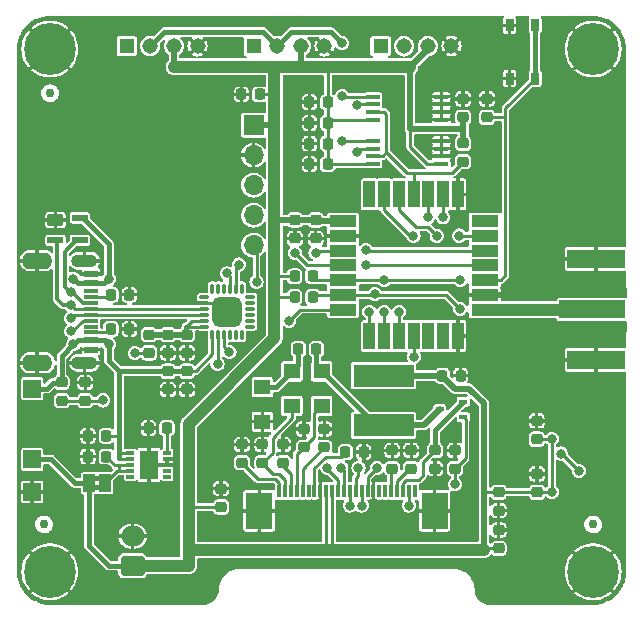
<source format=gbr>
%TF.GenerationSoftware,KiCad,Pcbnew,(6.0.8)*%
%TF.CreationDate,2023-02-21T11:31:40+01:00*%
%TF.ProjectId,MuMo-v2-Node,4d754d6f-2d76-4322-9d4e-6f64652e6b69,rev?*%
%TF.SameCoordinates,Original*%
%TF.FileFunction,Copper,L1,Top*%
%TF.FilePolarity,Positive*%
%FSLAX46Y46*%
G04 Gerber Fmt 4.6, Leading zero omitted, Abs format (unit mm)*
G04 Created by KiCad (PCBNEW (6.0.8)) date 2023-02-21 11:31:40*
%MOMM*%
%LPD*%
G01*
G04 APERTURE LIST*
G04 Aperture macros list*
%AMRoundRect*
0 Rectangle with rounded corners*
0 $1 Rounding radius*
0 $2 $3 $4 $5 $6 $7 $8 $9 X,Y pos of 4 corners*
0 Add a 4 corners polygon primitive as box body*
4,1,4,$2,$3,$4,$5,$6,$7,$8,$9,$2,$3,0*
0 Add four circle primitives for the rounded corners*
1,1,$1+$1,$2,$3*
1,1,$1+$1,$4,$5*
1,1,$1+$1,$6,$7*
1,1,$1+$1,$8,$9*
0 Add four rect primitives between the rounded corners*
20,1,$1+$1,$2,$3,$4,$5,0*
20,1,$1+$1,$4,$5,$6,$7,0*
20,1,$1+$1,$6,$7,$8,$9,0*
20,1,$1+$1,$8,$9,$2,$3,0*%
G04 Aperture macros list end*
%TA.AperFunction,SMDPad,CuDef*%
%ADD10RoundRect,0.075000X-0.350000X-0.075000X0.350000X-0.075000X0.350000X0.075000X-0.350000X0.075000X0*%
%TD*%
%TA.AperFunction,SMDPad,CuDef*%
%ADD11RoundRect,0.637500X-0.637500X-0.637500X0.637500X-0.637500X0.637500X0.637500X-0.637500X0.637500X0*%
%TD*%
%TA.AperFunction,SMDPad,CuDef*%
%ADD12RoundRect,0.075000X-0.075000X-0.350000X0.075000X-0.350000X0.075000X0.350000X-0.075000X0.350000X0*%
%TD*%
%TA.AperFunction,SMDPad,CuDef*%
%ADD13R,2.300000X3.100000*%
%TD*%
%TA.AperFunction,SMDPad,CuDef*%
%ADD14R,0.300000X1.100000*%
%TD*%
%TA.AperFunction,SMDPad,CuDef*%
%ADD15RoundRect,0.225000X0.225000X0.250000X-0.225000X0.250000X-0.225000X-0.250000X0.225000X-0.250000X0*%
%TD*%
%TA.AperFunction,SMDPad,CuDef*%
%ADD16RoundRect,0.225000X-0.250000X0.225000X-0.250000X-0.225000X0.250000X-0.225000X0.250000X0.225000X0*%
%TD*%
%TA.AperFunction,SMDPad,CuDef*%
%ADD17RoundRect,0.225000X0.250000X-0.225000X0.250000X0.225000X-0.250000X0.225000X-0.250000X-0.225000X0*%
%TD*%
%TA.AperFunction,SMDPad,CuDef*%
%ADD18R,1.000000X2.300000*%
%TD*%
%TA.AperFunction,SMDPad,CuDef*%
%ADD19R,2.300000X1.000000*%
%TD*%
%TA.AperFunction,SMDPad,CuDef*%
%ADD20R,1.400000X1.300000*%
%TD*%
%TA.AperFunction,ComponentPad*%
%ADD21R,1.700000X1.700000*%
%TD*%
%TA.AperFunction,ComponentPad*%
%ADD22O,1.700000X1.700000*%
%TD*%
%TA.AperFunction,ComponentPad*%
%ADD23R,1.500000X1.500000*%
%TD*%
%TA.AperFunction,SMDPad,CuDef*%
%ADD24RoundRect,0.087500X0.512500X0.087500X-0.512500X0.087500X-0.512500X-0.087500X0.512500X-0.087500X0*%
%TD*%
%TA.AperFunction,SMDPad,CuDef*%
%ADD25R,0.700000X0.450000*%
%TD*%
%TA.AperFunction,SMDPad,CuDef*%
%ADD26R,5.600000X1.500000*%
%TD*%
%TA.AperFunction,SMDPad,CuDef*%
%ADD27R,4.900000X1.600000*%
%TD*%
%TA.AperFunction,SMDPad,CuDef*%
%ADD28R,1.000000X1.500000*%
%TD*%
%TA.AperFunction,SMDPad,CuDef*%
%ADD29R,5.100000X1.900000*%
%TD*%
%TA.AperFunction,ComponentPad*%
%ADD30R,1.308000X1.308000*%
%TD*%
%TA.AperFunction,ComponentPad*%
%ADD31C,1.308000*%
%TD*%
%TA.AperFunction,SMDPad,CuDef*%
%ADD32C,0.750000*%
%TD*%
%TA.AperFunction,SMDPad,CuDef*%
%ADD33R,0.650000X0.300000*%
%TD*%
%TA.AperFunction,SMDPad,CuDef*%
%ADD34R,1.550000X2.480000*%
%TD*%
%TA.AperFunction,SMDPad,CuDef*%
%ADD35RoundRect,0.099000X-0.551000X0.396000X-0.551000X-0.396000X0.551000X-0.396000X0.551000X0.396000X0*%
%TD*%
%TA.AperFunction,SMDPad,CuDef*%
%ADD36RoundRect,0.059000X-0.591000X0.236000X-0.591000X-0.236000X0.591000X-0.236000X0.591000X0.236000X0*%
%TD*%
%TA.AperFunction,ComponentPad*%
%ADD37RoundRect,0.250000X0.750000X-0.600000X0.750000X0.600000X-0.750000X0.600000X-0.750000X-0.600000X0*%
%TD*%
%TA.AperFunction,ComponentPad*%
%ADD38O,2.000000X1.700000*%
%TD*%
%TA.AperFunction,SMDPad,CuDef*%
%ADD39RoundRect,0.225000X-0.225000X-0.250000X0.225000X-0.250000X0.225000X0.250000X-0.225000X0.250000X0*%
%TD*%
%TA.AperFunction,SMDPad,CuDef*%
%ADD40R,1.150000X0.600000*%
%TD*%
%TA.AperFunction,SMDPad,CuDef*%
%ADD41R,1.150000X0.300000*%
%TD*%
%TA.AperFunction,ComponentPad*%
%ADD42O,2.200000X1.100000*%
%TD*%
%TA.AperFunction,ComponentPad*%
%ADD43O,2.600000X1.400000*%
%TD*%
%TA.AperFunction,SMDPad,CuDef*%
%ADD44R,0.700000X1.000000*%
%TD*%
%TA.AperFunction,ComponentPad*%
%ADD45C,4.400000*%
%TD*%
%TA.AperFunction,ViaPad*%
%ADD46C,0.800000*%
%TD*%
%TA.AperFunction,Conductor*%
%ADD47C,0.250000*%
%TD*%
%TA.AperFunction,Conductor*%
%ADD48C,0.400000*%
%TD*%
%TA.AperFunction,Conductor*%
%ADD49C,1.000000*%
%TD*%
%TA.AperFunction,Conductor*%
%ADD50C,0.500000*%
%TD*%
%TA.AperFunction,Conductor*%
%ADD51C,0.300000*%
%TD*%
%TA.AperFunction,Conductor*%
%ADD52C,0.200000*%
%TD*%
G04 APERTURE END LIST*
%TO.C,JP1*%
G36*
X150280800Y-97908000D02*
G01*
X149780800Y-97908000D01*
X149780800Y-97508000D01*
X150280800Y-97508000D01*
X150280800Y-97908000D01*
G37*
G36*
X150280800Y-97108000D02*
G01*
X149780800Y-97108000D01*
X149780800Y-96708000D01*
X150280800Y-96708000D01*
X150280800Y-97108000D01*
G37*
%TD*%
D10*
%TO.P,U3,1,~{RI}/CLK*%
%TO.N,unconnected-(U3-Pad1)*%
X159080800Y-81554000D03*
D11*
%TO.P,U3,2,GND*%
%TO.N,GND*%
X161030800Y-82804000D03*
D10*
X159080800Y-82054000D03*
%TO.P,U3,3,D+*%
%TO.N,D+*%
X159080800Y-82554000D03*
%TO.P,U3,4,D-*%
%TO.N,D-*%
X159080800Y-83054000D03*
%TO.P,U3,5,VIO*%
%TO.N,3V*%
X159080800Y-83554000D03*
%TO.P,U3,6,VDD*%
X159080800Y-84054000D03*
D12*
%TO.P,U3,7,VREGIN*%
%TO.N,+5V*%
X159780800Y-84754000D03*
%TO.P,U3,8,VBUS*%
%TO.N,VBUS*%
X160280800Y-84754000D03*
%TO.P,U3,9,~{RST}*%
%TO.N,RST*%
X160780800Y-84754000D03*
%TO.P,U3,10,NC*%
%TO.N,unconnected-(U3-Pad10)*%
X161280800Y-84754000D03*
%TO.P,U3,11,~{WAKEUP}/GPIO.3*%
%TO.N,unconnected-(U3-Pad11)*%
X161780800Y-84754000D03*
%TO.P,U3,12,RS485/GPIO.2*%
%TO.N,unconnected-(U3-Pad12)*%
X162280800Y-84754000D03*
D10*
%TO.P,U3,13,~{RXT}/GPIO.1*%
%TO.N,unconnected-(U3-Pad13)*%
X162980800Y-84054000D03*
%TO.P,U3,14,~{TXT}/GPIO.0*%
%TO.N,unconnected-(U3-Pad14)*%
X162980800Y-83554000D03*
%TO.P,U3,15,~{SUSPEND}*%
%TO.N,unconnected-(U3-Pad15)*%
X162980800Y-83054000D03*
%TO.P,U3,16,NC*%
%TO.N,unconnected-(U3-Pad16)*%
X162980800Y-82554000D03*
%TO.P,U3,17,SUSPEND*%
%TO.N,unconnected-(U3-Pad17)*%
X162980800Y-82054000D03*
%TO.P,U3,18,~{CTS}*%
%TO.N,unconnected-(U3-Pad18)*%
X162980800Y-81554000D03*
D12*
%TO.P,U3,19,~{RTS}*%
%TO.N,unconnected-(U3-Pad19)*%
X162280800Y-80854000D03*
%TO.P,U3,20,RXD*%
%TO.N,UART2-TX*%
X161780800Y-80854000D03*
%TO.P,U3,21,TXD*%
%TO.N,UART2-RX*%
X161280800Y-80854000D03*
%TO.P,U3,22,~{DSR}*%
%TO.N,unconnected-(U3-Pad22)*%
X160780800Y-80854000D03*
%TO.P,U3,23,~{DTR}*%
%TO.N,unconnected-(U3-Pad23)*%
X160280800Y-80854000D03*
%TO.P,U3,24,~{DCD}*%
%TO.N,unconnected-(U3-Pad24)*%
X159780800Y-80854000D03*
%TD*%
D13*
%TO.P,CONN3,0,GND*%
%TO.N,GND*%
X178600800Y-99658000D03*
X163760800Y-99658000D03*
D14*
%TO.P,CONN3,1,Pin_1*%
%TO.N,unconnected-(CONN3-Pad1)*%
X176930800Y-97958000D03*
%TO.P,CONN3,2,Pin_2*%
%TO.N,GATE-DRIVE*%
X176430800Y-97958000D03*
%TO.P,CONN3,3,Pin_3*%
%TO.N,CURRENT-SENSE*%
X175930800Y-97958000D03*
%TO.P,CONN3,4,Pin_4*%
%TO.N,VGL*%
X175430800Y-97958000D03*
%TO.P,CONN3,5,Pin_5*%
%TO.N,VGH*%
X174930800Y-97958000D03*
%TO.P,CONN3,6,Pin_6*%
%TO.N,unconnected-(CONN3-Pad6)*%
X174430800Y-97958000D03*
%TO.P,CONN3,7,Pin_7*%
%TO.N,unconnected-(CONN3-Pad7)*%
X173930800Y-97958000D03*
%TO.P,CONN3,8,Pin_8*%
%TO.N,GND*%
X173430800Y-97958000D03*
%TO.P,CONN3,9,Pin_9*%
%TO.N,DISPLAY-BUSY*%
X172930800Y-97958000D03*
%TO.P,CONN3,10,Pin_10*%
%TO.N,DISPLAY-RESET*%
X172430800Y-97958000D03*
%TO.P,CONN3,11,Pin_11*%
%TO.N,DISPLAY-D{slash}C*%
X171930800Y-97958000D03*
%TO.P,CONN3,12,Pin_12*%
%TO.N,DISPLAY-CS*%
X171430800Y-97958000D03*
%TO.P,CONN3,13,Pin_13*%
%TO.N,SPI2-SCK*%
X170930800Y-97958000D03*
%TO.P,CONN3,14,Pin_14*%
%TO.N,SPI2-MOSI*%
X170430800Y-97958000D03*
%TO.P,CONN3,15,Pin_15*%
%TO.N,+BATT*%
X169930800Y-97958000D03*
%TO.P,CONN3,16,Pin_16*%
X169430800Y-97958000D03*
%TO.P,CONN3,17,Pin_17*%
%TO.N,GND*%
X168930800Y-97958000D03*
%TO.P,CONN3,18,Pin_18*%
%TO.N,Net-(C13-Pad2)*%
X168430800Y-97958000D03*
%TO.P,CONN3,19,Pin_19*%
%TO.N,unconnected-(CONN3-Pad19)*%
X167930800Y-97958000D03*
%TO.P,CONN3,20,Pin_20*%
%TO.N,VSH*%
X167430800Y-97958000D03*
%TO.P,CONN3,21,Pin_21*%
%TO.N,PREVGH*%
X166930800Y-97958000D03*
%TO.P,CONN3,22,Pin_22*%
%TO.N,VSL*%
X166430800Y-97958000D03*
%TO.P,CONN3,23,Pin_23*%
%TO.N,PREVGL*%
X165930800Y-97958000D03*
%TO.P,CONN3,24,Pin_24*%
%TO.N,VCOM*%
X165430800Y-97958000D03*
%TD*%
D15*
%TO.P,C2,1*%
%TO.N,+BATT*%
X169555800Y-70308000D03*
%TO.P,C2,2*%
%TO.N,GND*%
X168005800Y-70308000D03*
%TD*%
D16*
%TO.P,C3,1*%
%TO.N,+BATT*%
X168530800Y-75033000D03*
%TO.P,C3,2*%
%TO.N,GND*%
X168530800Y-76583000D03*
%TD*%
D17*
%TO.P,C8,1*%
%TO.N,MCU-RESET*%
X183030800Y-66333000D03*
%TO.P,C8,2*%
%TO.N,GND*%
X183030800Y-64783000D03*
%TD*%
%TO.P,C1,1*%
%TO.N,+BATT*%
X187248800Y-93586600D03*
%TO.P,C1,2*%
%TO.N,GND*%
X187248800Y-92036600D03*
%TD*%
D18*
%TO.P,U2,28,PB0*%
%TO.N,unconnected-(U2-Pad28)*%
X173084800Y-72867000D03*
%TO.P,U2,27,PA10*%
%TO.N,SPI2-MOSI*%
X174334800Y-72867000D03*
%TO.P,U2,26,PB14*%
%TO.N,DISPLAY-D{slash}C*%
X175584800Y-72867000D03*
%TO.P,U2,25,PB9*%
%TO.N,WRITE-PROTECT*%
X176834800Y-72867000D03*
%TO.P,U2,24,PB13~{}*%
%TO.N,SPI2-SCK*%
X178084800Y-72867000D03*
%TO.P,U2,23,PA0*%
%TO.N,DISPLAY-RESET*%
X179334800Y-72867000D03*
%TO.P,U2,22,GND*%
%TO.N,GND*%
X180584800Y-72867000D03*
D19*
%TO.P,U2,21,PA9*%
%TO.N,unconnected-(U2-Pad21)*%
X182834800Y-75117000D03*
%TO.P,U2,20,PB10*%
%TO.N,DISPLAY-BUSY*%
X182834800Y-76367000D03*
%TO.P,U2,19,PA2*%
%TO.N,UART2-TX*%
X182834800Y-77617000D03*
%TO.P,U2,18,PA3*%
%TO.N,UART2-RX*%
X182834800Y-78867000D03*
%TO.P,U2,17,RST*%
%TO.N,MCU-RESET*%
X182834800Y-80117000D03*
%TO.P,U2,16,GND*%
%TO.N,GND*%
X182834800Y-81367000D03*
%TO.P,U2,15,RFIO*%
%TO.N,Net-(CONN5-Pad1)*%
X182834800Y-82617000D03*
D18*
%TO.P,U2,14,GND*%
%TO.N,GND*%
X180584800Y-84867000D03*
%TO.P,U2,13,PC0*%
%TO.N,unconnected-(U2-Pad13)*%
X179334800Y-84867000D03*
%TO.P,U2,12,PC1*%
%TO.N,unconnected-(U2-Pad12)*%
X178084800Y-84867000D03*
%TO.P,U2,11,PB5*%
%TO.N,DISPLAY-CS*%
X176834800Y-84867000D03*
%TO.P,U2,10,PB6*%
%TO.N,UART1-TX*%
X175584800Y-84867000D03*
%TO.P,U2,9,PB7*%
%TO.N,UART1-RX*%
X174334800Y-84867000D03*
%TO.P,U2,8,PB3*%
%TO.N,SWO*%
X173084800Y-84867000D03*
D19*
%TO.P,U2,7,PB4*%
%TO.N,VBUS*%
X170834800Y-82617000D03*
%TO.P,U2,6,PA15*%
%TO.N,I2C2-SDA*%
X170834800Y-81367000D03*
%TO.P,U2,5,PB15*%
%TO.N,I2C2-SCL*%
X170834800Y-80117000D03*
%TO.P,U2,4,PA14*%
%TO.N,SWCLK*%
X170834800Y-78867000D03*
%TO.P,U2,3,PA13*%
%TO.N,SWDIO*%
X170834800Y-77617000D03*
%TO.P,U2,2,GND*%
%TO.N,GND*%
X170834800Y-76367000D03*
%TO.P,U2,1,VCC*%
%TO.N,+BATT*%
X170834800Y-75117000D03*
%TD*%
D16*
%TO.P,C18,1*%
%TO.N,GND*%
X167530800Y-92733000D03*
%TO.P,C18,2*%
%TO.N,PREVGH*%
X167530800Y-94283000D03*
%TD*%
%TO.P,R9,1*%
%TO.N,+BATT*%
X181030800Y-68533000D03*
%TO.P,R9,2*%
%TO.N,WRITE-PROTECT*%
X181030800Y-70083000D03*
%TD*%
D20*
%TO.P,D3,1,K*%
%TO.N,PREVGH*%
X169055800Y-90758000D03*
%TO.P,D3,2,A*%
%TO.N,Net-(C31-Pad2)*%
X169055800Y-87858000D03*
%TD*%
D15*
%TO.P,R7,1*%
%TO.N,GND*%
X152755800Y-84258000D03*
%TO.P,R7,2*%
%TO.N,Net-(CONN4-PadB5)*%
X151205800Y-84258000D03*
%TD*%
D21*
%TO.P,CONN1,1,Pin_1*%
%TO.N,+BATT*%
X163280800Y-67008000D03*
D22*
%TO.P,CONN1,2,Pin_2*%
%TO.N,GND*%
X163280800Y-69548000D03*
%TO.P,CONN1,3,Pin_3*%
%TO.N,SWDIO*%
X163280800Y-72088000D03*
%TO.P,CONN1,4,Pin_4*%
%TO.N,SWCLK*%
X163280800Y-74628000D03*
%TO.P,CONN1,5,Pin_5*%
%TO.N,SWO*%
X163280800Y-77168000D03*
%TD*%
D23*
%TO.P,TP2,1,1*%
%TO.N,+BATT*%
X144530800Y-95308000D03*
%TD*%
D16*
%TO.P,C17,1*%
%TO.N,GND*%
X164030800Y-94033000D03*
%TO.P,C17,2*%
%TO.N,PREVGL*%
X164030800Y-95583000D03*
%TD*%
D24*
%TO.P,U7,1,A0*%
%TO.N,GND*%
X179180800Y-66533000D03*
%TO.P,U7,2,A1*%
X179180800Y-65883000D03*
%TO.P,U7,3,A3*%
X179180800Y-65233000D03*
%TO.P,U7,4,GND*%
X179180800Y-64583000D03*
%TO.P,U7,5,SDA*%
%TO.N,I2C2-SDA*%
X173380800Y-64583000D03*
%TO.P,U7,6,SCL*%
%TO.N,I2C2-SCL*%
X173380800Y-65233000D03*
%TO.P,U7,7,WP*%
%TO.N,WRITE-PROTECT*%
X173380800Y-65883000D03*
%TO.P,U7,8,VCC*%
%TO.N,+BATT*%
X173380800Y-66533000D03*
%TD*%
D25*
%TO.P,Q1,1,G*%
%TO.N,GATE-DRIVE*%
X181030800Y-91708000D03*
%TO.P,Q1,2,S*%
%TO.N,CURRENT-SENSE*%
X181030800Y-90408000D03*
%TO.P,Q1,3,D*%
%TO.N,Net-(C31-Pad2)*%
X179030800Y-91058000D03*
%TD*%
D17*
%TO.P,C23,1*%
%TO.N,+BATT*%
X160530800Y-99333000D03*
%TO.P,C23,2*%
%TO.N,GND*%
X160530800Y-97783000D03*
%TD*%
D16*
%TO.P,C30,1*%
%TO.N,3V*%
X156030800Y-84733000D03*
%TO.P,C30,2*%
%TO.N,GND*%
X156030800Y-86283000D03*
%TD*%
%TO.P,C6,1*%
%TO.N,+5V*%
X157630800Y-87833000D03*
%TO.P,C6,2*%
%TO.N,GND*%
X157630800Y-89383000D03*
%TD*%
D26*
%TO.P,CONN5,1,In*%
%TO.N,Net-(CONN5-Pad1)*%
X191930800Y-82608000D03*
D27*
%TO.P,CONN5,2,Ext*%
%TO.N,GND*%
X192280800Y-86868000D03*
X192280800Y-78348000D03*
%TD*%
D28*
%TO.P,JP1,1,A*%
%TO.N,Net-(C42-Pad1)*%
X150680800Y-97308000D03*
%TO.P,JP1,2,B*%
%TO.N,+BATT*%
X149380800Y-97308000D03*
%TD*%
D20*
%TO.P,D1,1,K*%
%TO.N,GND*%
X164030800Y-92108000D03*
%TO.P,D1,2,A*%
%TO.N,Net-(C31-Pad1)*%
X164030800Y-89208000D03*
%TD*%
D29*
%TO.P,L1,1,1*%
%TO.N,Net-(C31-Pad2)*%
X174280800Y-92408000D03*
%TO.P,L1,2,2*%
%TO.N,+BATT*%
X174280800Y-88208000D03*
%TD*%
D16*
%TO.P,C12,1*%
%TO.N,GND*%
X175030800Y-94533000D03*
%TO.P,C12,2*%
%TO.N,VGH*%
X175030800Y-96083000D03*
%TD*%
%TO.P,C29,1*%
%TO.N,+5V*%
X156030800Y-87833000D03*
%TO.P,C29,2*%
%TO.N,GND*%
X156030800Y-89383000D03*
%TD*%
D15*
%TO.P,C27,1*%
%TO.N,+BATT*%
X169555800Y-68558000D03*
%TO.P,C27,2*%
%TO.N,GND*%
X168005800Y-68558000D03*
%TD*%
D20*
%TO.P,D2,1,K*%
%TO.N,Net-(C31-Pad1)*%
X166530800Y-87858000D03*
%TO.P,D2,2,A*%
%TO.N,PREVGL*%
X166530800Y-90758000D03*
%TD*%
D15*
%TO.P,C24,1*%
%TO.N,+BATT*%
X169555800Y-65058000D03*
%TO.P,C24,2*%
%TO.N,GND*%
X168005800Y-65058000D03*
%TD*%
D16*
%TO.P,R5,1*%
%TO.N,+5V*%
X147030800Y-88783000D03*
%TO.P,R5,2*%
%TO.N,VBUS*%
X147030800Y-90333000D03*
%TD*%
%TO.P,C14,1*%
%TO.N,GND*%
X169280800Y-92733000D03*
%TO.P,C14,2*%
%TO.N,VSH*%
X169280800Y-94283000D03*
%TD*%
%TO.P,C15,1*%
%TO.N,GND*%
X165780800Y-94033000D03*
%TO.P,C15,2*%
%TO.N,VSL*%
X165780800Y-95583000D03*
%TD*%
D17*
%TO.P,R6,1*%
%TO.N,VBUS*%
X149030800Y-90333000D03*
%TO.P,R6,2*%
%TO.N,GND*%
X149030800Y-88783000D03*
%TD*%
D15*
%TO.P,R8,1*%
%TO.N,GND*%
X152755800Y-81358000D03*
%TO.P,R8,2*%
%TO.N,Net-(CONN4-PadA5)*%
X151205800Y-81358000D03*
%TD*%
%TO.P,R2,1*%
%TO.N,Net-(R2-Pad1)*%
X155943600Y-92658000D03*
%TO.P,R2,2*%
%TO.N,GND*%
X154393600Y-92658000D03*
%TD*%
D30*
%TO.P,CONN6,1,1*%
%TO.N,UART1-RX*%
X174030800Y-60308000D03*
D31*
%TO.P,CONN6,2,2*%
%TO.N,UART1-TX*%
X176030800Y-60308000D03*
%TO.P,CONN6,3,3*%
%TO.N,+BATT*%
X178030800Y-60308000D03*
%TO.P,CONN6,4,4*%
%TO.N,GND*%
X180030800Y-60308000D03*
%TD*%
D16*
%TO.P,C21,1*%
%TO.N,+BATT*%
X184030800Y-98083000D03*
%TO.P,C21,2*%
%TO.N,GND*%
X184030800Y-99633000D03*
%TD*%
D15*
%TO.P,C42,1*%
%TO.N,Net-(C42-Pad1)*%
X150805800Y-95058000D03*
%TO.P,C42,2*%
%TO.N,GND*%
X149255800Y-95058000D03*
%TD*%
D32*
%TO.P,F3,*%
%TO.N,*%
X192030800Y-100808000D03*
%TD*%
D33*
%TO.P,U1,1,VDD1*%
%TO.N,+5V*%
X152856600Y-94758000D03*
%TO.P,U1,2,VDD2*%
X152856600Y-95258000D03*
%TO.P,U1,3,VBAT1*%
%TO.N,Net-(C42-Pad1)*%
X152856600Y-95758000D03*
%TO.P,U1,4,VBAT2*%
X152856600Y-96258000D03*
%TO.P,U1,5,NC1*%
%TO.N,unconnected-(U1-Pad5)*%
X152856600Y-96758000D03*
%TO.P,U1,6,NC2*%
%TO.N,unconnected-(U1-Pad6)*%
X155956600Y-96758000D03*
%TO.P,U1,7,STAT*%
%TO.N,unconnected-(U1-Pad7)*%
X155956600Y-96258000D03*
%TO.P,U1,8,VSS1*%
%TO.N,GND*%
X155956600Y-95758000D03*
%TO.P,U1,9,VSS2*%
X155956600Y-95258000D03*
%TO.P,U1,10,PROG*%
%TO.N,Net-(R2-Pad1)*%
X155956600Y-94758000D03*
D34*
%TO.P,U1,11,EXP*%
%TO.N,GND*%
X154406600Y-95758000D03*
%TD*%
D35*
%TO.P,D4,1*%
%TO.N,GND*%
X146505800Y-75048000D03*
D36*
%TO.P,D4,2*%
%TO.N,D+*%
X146505800Y-76768000D03*
%TO.P,D4,3*%
%TO.N,D-*%
X148555800Y-76768000D03*
%TO.P,D4,4*%
%TO.N,+5V*%
X148555800Y-74848000D03*
%TD*%
D24*
%TO.P,U8,1,A0*%
%TO.N,+BATT*%
X179180800Y-70283000D03*
%TO.P,U8,2,A1*%
%TO.N,GND*%
X179180800Y-69633000D03*
%TO.P,U8,3,A3*%
X179180800Y-68983000D03*
%TO.P,U8,4,GND*%
X179180800Y-68333000D03*
%TO.P,U8,5,SDA*%
%TO.N,I2C2-SDA*%
X173380800Y-68333000D03*
%TO.P,U8,6,SCL*%
%TO.N,I2C2-SCL*%
X173380800Y-68983000D03*
%TO.P,U8,7,WP*%
%TO.N,WRITE-PROTECT*%
X173380800Y-69633000D03*
%TO.P,U8,8,VCC*%
%TO.N,+BATT*%
X173380800Y-70283000D03*
%TD*%
D37*
%TO.P,CONN2,1,BAT+*%
%TO.N,+BATT*%
X153030800Y-104308000D03*
D38*
%TO.P,CONN2,2,BAT-*%
%TO.N,GND*%
X153030800Y-101808000D03*
%TD*%
D39*
%TO.P,R11,1*%
%TO.N,+BATT*%
X166755800Y-79808000D03*
%TO.P,R11,2*%
%TO.N,I2C2-SCL*%
X168305800Y-79808000D03*
%TD*%
D16*
%TO.P,C26,1*%
%TO.N,+BATT*%
X166780800Y-75033000D03*
%TO.P,C26,2*%
%TO.N,GND*%
X166780800Y-76583000D03*
%TD*%
%TO.P,R1,1*%
%TO.N,CURRENT-SENSE*%
X178630800Y-94533000D03*
%TO.P,R1,2*%
%TO.N,GND*%
X178630800Y-96083000D03*
%TD*%
D40*
%TO.P,CONN4,A1-B12,GND*%
%TO.N,GND*%
X149535000Y-79604000D03*
%TO.P,CONN4,A4-B9,VBUS*%
%TO.N,+5V*%
X149535000Y-80404000D03*
D41*
%TO.P,CONN4,A5,CC1*%
%TO.N,Net-(CONN4-PadA5)*%
X149535000Y-81554000D03*
%TO.P,CONN4,A6,D+*%
%TO.N,D+*%
X149535000Y-82554000D03*
%TO.P,CONN4,A7,D-*%
%TO.N,D-*%
X149535000Y-83054000D03*
%TO.P,CONN4,A8,SBU1*%
%TO.N,unconnected-(CONN4-PadA8)*%
X149535000Y-84054000D03*
D40*
%TO.P,CONN4,B1-A12,GND*%
%TO.N,GND*%
X149535000Y-86004000D03*
%TO.P,CONN4,B4-A9,VBUS*%
%TO.N,+5V*%
X149535000Y-85204000D03*
D41*
%TO.P,CONN4,B5,CC2*%
%TO.N,Net-(CONN4-PadB5)*%
X149535000Y-84554000D03*
%TO.P,CONN4,B6,D+*%
%TO.N,D+*%
X149535000Y-83554000D03*
%TO.P,CONN4,B7,D-*%
%TO.N,D-*%
X149535000Y-82054000D03*
%TO.P,CONN4,B8,SBU2*%
%TO.N,unconnected-(CONN4-PadB8)*%
X149535000Y-81054000D03*
D42*
%TO.P,CONN4,S1,Shield*%
%TO.N,GND*%
X148960000Y-87124000D03*
D43*
X144960000Y-87124000D03*
D42*
X148960000Y-78484000D03*
D43*
X144960000Y-78484000D03*
%TD*%
D32*
%TO.P,F2,*%
%TO.N,*%
X145530800Y-100808000D03*
%TD*%
D17*
%TO.P,C5,1*%
%TO.N,+BATT*%
X187280800Y-98083000D03*
%TO.P,C5,2*%
%TO.N,GND*%
X187280800Y-96533000D03*
%TD*%
D44*
%TO.P,SW1,1,1*%
%TO.N,GND*%
X184955800Y-58558000D03*
X184955800Y-63058000D03*
%TO.P,SW1,2,2*%
%TO.N,MCU-RESET*%
X187105800Y-58558000D03*
X187105800Y-63058000D03*
%TD*%
D23*
%TO.P,TP1,1,1*%
%TO.N,GND*%
X144530800Y-98058000D03*
%TD*%
D30*
%TO.P,CONN8,1,1*%
%TO.N,I2C2-SCL*%
X152530800Y-60308000D03*
D31*
%TO.P,CONN8,2,2*%
%TO.N,I2C2-SDA*%
X154530800Y-60308000D03*
%TO.P,CONN8,3,3*%
%TO.N,+BATT*%
X156530800Y-60308000D03*
%TO.P,CONN8,4,4*%
%TO.N,GND*%
X158530800Y-60308000D03*
%TD*%
D16*
%TO.P,R4,1*%
%TO.N,GND*%
X180330800Y-94533000D03*
%TO.P,R4,2*%
%TO.N,GATE-DRIVE*%
X180330800Y-96083000D03*
%TD*%
D39*
%TO.P,C31,1*%
%TO.N,Net-(C31-Pad1)*%
X167055800Y-85958000D03*
%TO.P,C31,2*%
%TO.N,Net-(C31-Pad2)*%
X168605800Y-85958000D03*
%TD*%
%TO.P,C41,1*%
%TO.N,+BATT*%
X179255800Y-88208000D03*
%TO.P,C41,2*%
%TO.N,GND*%
X180805800Y-88208000D03*
%TD*%
D45*
%TO.P,H2,1,1*%
%TO.N,GND*%
X192030800Y-104808000D03*
%TD*%
%TO.P,H3,1,1*%
%TO.N,GND*%
X146030800Y-60558000D03*
%TD*%
D17*
%TO.P,C22,1*%
%TO.N,+BATT*%
X181030800Y-66333000D03*
%TO.P,C22,2*%
%TO.N,GND*%
X181030800Y-64783000D03*
%TD*%
D15*
%TO.P,C4,1*%
%TO.N,+BATT*%
X169555800Y-66808000D03*
%TO.P,C4,2*%
%TO.N,GND*%
X168005800Y-66808000D03*
%TD*%
%TO.P,C13,1*%
%TO.N,GND*%
X172605800Y-94658000D03*
%TO.P,C13,2*%
%TO.N,Net-(C13-Pad2)*%
X171055800Y-94658000D03*
%TD*%
D45*
%TO.P,H1,1,1*%
%TO.N,GND*%
X192030800Y-60558000D03*
%TD*%
D23*
%TO.P,TP3,1,1*%
%TO.N,+5V*%
X144530800Y-89308000D03*
%TD*%
D15*
%TO.P,C32,1*%
%TO.N,+5V*%
X150805800Y-93308000D03*
%TO.P,C32,2*%
%TO.N,GND*%
X149255800Y-93308000D03*
%TD*%
D32*
%TO.P,F1,*%
%TO.N,*%
X146030800Y-64308000D03*
%TD*%
D16*
%TO.P,C11,1*%
%TO.N,GND*%
X176630800Y-94533000D03*
%TO.P,C11,2*%
%TO.N,VGL*%
X176630800Y-96083000D03*
%TD*%
%TO.P,R3,2*%
%TO.N,RST*%
X154430800Y-86283000D03*
%TO.P,R3,1*%
%TO.N,3V*%
X154430800Y-84733000D03*
%TD*%
D17*
%TO.P,C25,1*%
%TO.N,+BATT*%
X184030800Y-102833000D03*
%TO.P,C25,2*%
%TO.N,GND*%
X184030800Y-101283000D03*
%TD*%
D45*
%TO.P,H4,1,1*%
%TO.N,GND*%
X146030800Y-104808000D03*
%TD*%
D16*
%TO.P,C7,1*%
%TO.N,3V*%
X157630800Y-84733000D03*
%TO.P,C7,2*%
%TO.N,GND*%
X157630800Y-86283000D03*
%TD*%
%TO.P,C16,1*%
%TO.N,GND*%
X162280800Y-94033000D03*
%TO.P,C16,2*%
%TO.N,VCOM*%
X162280800Y-95583000D03*
%TD*%
D15*
%TO.P,C28,1*%
%TO.N,+BATT*%
X163805800Y-64408000D03*
%TO.P,C28,2*%
%TO.N,GND*%
X162255800Y-64408000D03*
%TD*%
D39*
%TO.P,R10,1*%
%TO.N,+BATT*%
X166755800Y-81558000D03*
%TO.P,R10,2*%
%TO.N,I2C2-SDA*%
X168305800Y-81558000D03*
%TD*%
D30*
%TO.P,CONN7,1,1*%
%TO.N,I2C2-SCL*%
X163280800Y-60308000D03*
D31*
%TO.P,CONN7,2,2*%
%TO.N,I2C2-SDA*%
X165280800Y-60308000D03*
%TO.P,CONN7,3,3*%
%TO.N,+BATT*%
X167280800Y-60308000D03*
%TO.P,CONN7,4,4*%
%TO.N,GND*%
X169280800Y-60308000D03*
%TD*%
D46*
%TO.N,GND*%
X182780800Y-72808000D03*
X185530800Y-99558000D03*
X152230800Y-85508000D03*
X144030800Y-68308000D03*
X194030800Y-68308000D03*
X172780800Y-76308000D03*
X187280800Y-84058000D03*
X185280800Y-84058000D03*
X194030800Y-91058000D03*
X160230800Y-82058000D03*
X194030800Y-89058000D03*
X192280800Y-80508000D03*
X158930800Y-85508000D03*
X161030800Y-64408000D03*
X186280800Y-84058000D03*
X177780800Y-68308000D03*
X182280800Y-84058000D03*
X174780800Y-90308000D03*
X166530800Y-70308000D03*
X170780800Y-72808000D03*
X148030800Y-95058000D03*
X165780800Y-100808000D03*
X188280800Y-81208000D03*
X148030800Y-93308000D03*
X162280800Y-92558000D03*
X194030800Y-76308000D03*
X170780800Y-84794500D03*
X187270498Y-106288654D03*
X194030800Y-100808000D03*
X194011454Y-72308000D03*
X188280800Y-84058000D03*
X184780800Y-92058000D03*
X187248800Y-90808000D03*
X186280800Y-81208000D03*
X166530800Y-65058000D03*
X172780800Y-90308000D03*
X183280800Y-106299430D03*
X160230800Y-83558000D03*
X185216800Y-81208000D03*
X184280800Y-84058000D03*
X189280800Y-81208000D03*
X175530800Y-68308000D03*
X181530800Y-101558000D03*
X187280800Y-81208000D03*
X154406600Y-95058000D03*
X159030800Y-106308000D03*
X144028354Y-64303675D03*
X144017351Y-93308000D03*
X180330800Y-93108000D03*
X144017351Y-91306505D03*
X144030800Y-76308000D03*
X178130800Y-86808000D03*
X165780800Y-99308000D03*
X161730800Y-83558000D03*
X190280800Y-84058000D03*
X194030800Y-64308000D03*
X161730800Y-82058000D03*
X154406600Y-96458000D03*
X177780800Y-65558000D03*
X159280800Y-101558000D03*
X192280800Y-84653928D03*
X190230800Y-81208000D03*
X170780800Y-91058000D03*
X144030800Y-72308000D03*
X185530800Y-101308000D03*
X175530800Y-65558000D03*
X189280800Y-84058000D03*
X176430800Y-100808000D03*
X186030800Y-60808000D03*
X186030800Y-96520000D03*
%TO.N,+5V*%
X148030800Y-85558000D03*
X151030800Y-80008000D03*
X148030800Y-80008000D03*
X151030800Y-85558000D03*
%TO.N,GATE-DRIVE*%
X180330800Y-97408000D03*
X176430800Y-99208000D03*
%TO.N,DISPLAY-RESET*%
X179330800Y-74808000D03*
X172430800Y-99208000D03*
%TO.N,DISPLAY-D{slash}C*%
X172155300Y-96008000D03*
X178780800Y-76358000D03*
%TO.N,DISPLAY-CS*%
X171430800Y-99208000D03*
X176842947Y-86620147D03*
%TO.N,SPI2-SCK*%
X178030800Y-74808000D03*
X170706300Y-96008000D03*
%TO.N,SPI2-MOSI*%
X176806300Y-76358000D03*
X169530800Y-96008000D03*
%TO.N,VBUS*%
X166280800Y-83558000D03*
X160230800Y-87233000D03*
X150530800Y-90308000D03*
%TO.N,I2C2-SCL*%
X174330800Y-80133000D03*
X190818099Y-96270701D03*
X189280800Y-94808000D03*
X172030800Y-65308000D03*
X180780800Y-80108000D03*
X172030800Y-69308000D03*
%TO.N,I2C2-SDA*%
X180780800Y-82558000D03*
X173530800Y-81308000D03*
X170768501Y-60070299D03*
X170780800Y-68308000D03*
X170780800Y-64558000D03*
%TO.N,SWO*%
X173080800Y-82808000D03*
X163530800Y-80283000D03*
%TO.N,SWDIO*%
X168530800Y-77808000D03*
%TO.N,SWCLK*%
X166780800Y-77808000D03*
%TO.N,RST*%
X153230800Y-86308000D03*
X161230800Y-86233000D03*
%TO.N,D-*%
X147830800Y-83358000D03*
X147830800Y-81158000D03*
%TO.N,D+*%
X147830800Y-84458000D03*
X147830800Y-82258000D03*
%TO.N,DISPLAY-BUSY*%
X173730800Y-96008000D03*
X180680800Y-76358000D03*
%TO.N,+BATT*%
X188530800Y-93558000D03*
X188530800Y-98058000D03*
%TO.N,UART1-TX*%
X175605800Y-82808000D03*
%TO.N,UART1-RX*%
X174330800Y-82808000D03*
%TO.N,UART2-RX*%
X172780800Y-78858000D03*
X161030800Y-79558000D03*
%TO.N,UART2-TX*%
X172780800Y-77608000D03*
X162030800Y-78808000D03*
%TD*%
D47*
%TO.N,GND*%
X159080800Y-82054000D02*
X160230800Y-82054000D01*
D48*
%TO.N,+5V*%
X151880800Y-87808000D02*
X151880800Y-93308000D01*
X148555800Y-74848000D02*
X148808300Y-74848000D01*
X150676800Y-85204000D02*
X149535000Y-85204000D01*
X151880800Y-95158000D02*
X151880800Y-93308000D01*
D47*
X151880800Y-93308000D02*
X150805800Y-93308000D01*
D48*
X150634800Y-80404000D02*
X151030800Y-80008000D01*
X151030800Y-86958000D02*
X151880800Y-87808000D01*
X148808300Y-74848000D02*
X151030800Y-77070500D01*
X157605800Y-87808000D02*
X157630800Y-87833000D01*
X146280800Y-88808000D02*
X145780800Y-89308000D01*
X149535000Y-80404000D02*
X150634800Y-80404000D01*
X148426800Y-80404000D02*
X148030800Y-80008000D01*
X147030800Y-86558000D02*
X147030800Y-88783000D01*
X151030800Y-85558000D02*
X151030800Y-86958000D01*
D47*
X158368300Y-87833000D02*
X157630800Y-87833000D01*
D48*
X149535000Y-80404000D02*
X148426800Y-80404000D01*
D47*
X159780800Y-86420500D02*
X158368300Y-87833000D01*
X152856600Y-94758000D02*
X151880800Y-94758000D01*
X159780800Y-84754000D02*
X159780800Y-86420500D01*
D48*
X147005800Y-88808000D02*
X146280800Y-88808000D01*
X147030800Y-88783000D02*
X147005800Y-88808000D01*
X148384800Y-85204000D02*
X149535000Y-85204000D01*
X151030800Y-77070500D02*
X151030800Y-80008000D01*
X148030800Y-85558000D02*
X147030800Y-86558000D01*
X145780800Y-89308000D02*
X144530800Y-89308000D01*
X151030800Y-85558000D02*
X150676800Y-85204000D01*
X151880800Y-87808000D02*
X157605800Y-87808000D01*
X148030800Y-85558000D02*
X148384800Y-85204000D01*
D47*
X152856600Y-95258000D02*
X151880800Y-95258000D01*
%TO.N,VGH*%
X174930800Y-96183000D02*
X175030800Y-96083000D01*
X174930800Y-97958000D02*
X174930800Y-96183000D01*
%TO.N,VSH*%
X169280800Y-94283000D02*
X167430800Y-96133000D01*
X167430800Y-96133000D02*
X167430800Y-97958000D01*
%TO.N,VSL*%
X166430800Y-96508000D02*
X166430800Y-97958000D01*
X165780800Y-95583000D02*
X165780800Y-95858000D01*
X165780800Y-95858000D02*
X166430800Y-96508000D01*
%TO.N,VGL*%
X175430800Y-97108000D02*
X176455800Y-96083000D01*
X175430800Y-97958000D02*
X175430800Y-97108000D01*
X176455800Y-96083000D02*
X176630800Y-96083000D01*
%TO.N,VCOM*%
X163655800Y-96958000D02*
X165080800Y-96958000D01*
X165430800Y-97308000D02*
X165430800Y-97958000D01*
X162280800Y-95583000D02*
X163655800Y-96958000D01*
X165080800Y-96958000D02*
X165430800Y-97308000D01*
%TO.N,PREVGH*%
X167530800Y-94283000D02*
X168430800Y-93383000D01*
X168430800Y-93383000D02*
X168430800Y-91383000D01*
X168430800Y-91383000D02*
X169055800Y-90758000D01*
X166930800Y-97958000D02*
X166930800Y-94883000D01*
X166930800Y-94883000D02*
X167530800Y-94283000D01*
%TO.N,GATE-DRIVE*%
X181030800Y-91708000D02*
X181230800Y-91908000D01*
X180330800Y-97408000D02*
X180330800Y-96083000D01*
X181230800Y-91908000D02*
X181230800Y-95183000D01*
X181230800Y-95183000D02*
X180330800Y-96083000D01*
X176430800Y-97958000D02*
X176430800Y-99208000D01*
%TO.N,DISPLAY-RESET*%
X172430800Y-99208000D02*
X172430800Y-97958000D01*
X179334800Y-74479305D02*
X179334800Y-72867000D01*
X179330800Y-74808000D02*
X179330800Y-74483305D01*
X179330800Y-74483305D02*
X179334800Y-74479305D01*
%TO.N,DISPLAY-D{slash}C*%
X171930800Y-96908000D02*
X171930800Y-97958000D01*
X175584800Y-74162000D02*
X175584800Y-72867000D01*
X178780800Y-76358000D02*
X178030800Y-75608000D01*
X172155300Y-96008000D02*
X172155300Y-96683500D01*
X172155300Y-96683500D02*
X171930800Y-96908000D01*
X178030800Y-75608000D02*
X177030800Y-75608000D01*
X177030800Y-75608000D02*
X175584800Y-74162000D01*
%TO.N,DISPLAY-CS*%
X176842947Y-86620147D02*
X176834800Y-86612000D01*
X176834800Y-86612000D02*
X176834800Y-84867000D01*
X171430800Y-99208000D02*
X171430800Y-97958000D01*
%TO.N,SPI2-SCK*%
X170706300Y-96008000D02*
X170930800Y-96232500D01*
X170930800Y-96232500D02*
X170930800Y-97958000D01*
X178084800Y-74754000D02*
X178084800Y-72867000D01*
X178030800Y-74808000D02*
X178084800Y-74754000D01*
%TO.N,SPI2-MOSI*%
X174334800Y-74187000D02*
X174334800Y-72867000D01*
X176505800Y-76358000D02*
X174334800Y-74187000D01*
X169530800Y-96108000D02*
X170430800Y-97008000D01*
X176806300Y-76358000D02*
X176505800Y-76358000D01*
X169530800Y-96008000D02*
X169530800Y-96108000D01*
X170430800Y-97008000D02*
X170430800Y-97958000D01*
D48*
%TO.N,CURRENT-SENSE*%
X178630800Y-92808000D02*
X178630800Y-94533000D01*
D47*
X175930800Y-97283000D02*
X176205800Y-97008000D01*
D48*
X181030800Y-90408000D02*
X178630800Y-92808000D01*
D47*
X175930800Y-97958000D02*
X175930800Y-97283000D01*
X177630800Y-96658000D02*
X177630800Y-95533000D01*
X176205800Y-97008000D02*
X177280800Y-97008000D01*
X177630800Y-95533000D02*
X178630800Y-94533000D01*
X177280800Y-97008000D02*
X177630800Y-96658000D01*
%TO.N,VBUS*%
X166280800Y-83558000D02*
X167221800Y-82617000D01*
X167221800Y-82617000D02*
X170834800Y-82617000D01*
X150505800Y-90333000D02*
X149030800Y-90333000D01*
X160280800Y-84754000D02*
X160280800Y-87183000D01*
X147030800Y-90333000D02*
X149030800Y-90333000D01*
X160280800Y-87183000D02*
X160230800Y-87233000D01*
X150530800Y-90308000D02*
X150505800Y-90333000D01*
%TO.N,PREVGL*%
X164880800Y-93458000D02*
X166530800Y-91808000D01*
X165430800Y-96508000D02*
X165930800Y-97008000D01*
X164880800Y-94733000D02*
X164880800Y-93458000D01*
X165930800Y-97008000D02*
X165930800Y-97958000D01*
X166530800Y-91808000D02*
X166530800Y-90758000D01*
X164030800Y-95583000D02*
X164955800Y-96508000D01*
X164955800Y-96508000D02*
X165430800Y-96508000D01*
X164030800Y-95583000D02*
X164880800Y-94733000D01*
%TO.N,I2C2-SCL*%
X172105800Y-65233000D02*
X173380800Y-65233000D01*
X174330800Y-80133000D02*
X174321400Y-80142400D01*
X172030800Y-69308000D02*
X172355800Y-68983000D01*
X172030800Y-65308000D02*
X172105800Y-65233000D01*
X174321400Y-80142400D02*
X168640200Y-80142400D01*
X189280800Y-94808000D02*
X189355398Y-94808000D01*
X189355398Y-94808000D02*
X190818099Y-96270701D01*
X168640200Y-80142400D02*
X168305800Y-79808000D01*
X180755800Y-80133000D02*
X180780800Y-80108000D01*
X172355800Y-68983000D02*
X173380800Y-68983000D01*
X174330800Y-80133000D02*
X180755800Y-80133000D01*
%TO.N,I2C2-SDA*%
X173604400Y-81381600D02*
X179604400Y-81381600D01*
D48*
X164080800Y-59108000D02*
X165280800Y-60308000D01*
X169806202Y-59108000D02*
X166480800Y-59108000D01*
X166480800Y-59108000D02*
X165280800Y-60308000D01*
D47*
X173530800Y-81308000D02*
X173446400Y-81392400D01*
D48*
X170768501Y-60070299D02*
X169806202Y-59108000D01*
D47*
X173355800Y-68308000D02*
X173380800Y-68333000D01*
X170780800Y-68308000D02*
X173355800Y-68308000D01*
D48*
X154530800Y-60308000D02*
X155730800Y-59108000D01*
D47*
X170780800Y-64558000D02*
X170805800Y-64583000D01*
X168471400Y-81392400D02*
X168305800Y-81558000D01*
X173446400Y-81392400D02*
X168471400Y-81392400D01*
X170805800Y-64583000D02*
X173380800Y-64583000D01*
X173530800Y-81308000D02*
X173604400Y-81381600D01*
D48*
X155730800Y-59108000D02*
X164080800Y-59108000D01*
D47*
X179604400Y-81381600D02*
X180780800Y-82558000D01*
%TO.N,Net-(CONN4-PadA5)*%
X149535000Y-81554000D02*
X151009800Y-81554000D01*
X151009800Y-81554000D02*
X151205800Y-81358000D01*
D49*
%TO.N,Net-(CONN5-Pad1)*%
X191930800Y-82608000D02*
X191921800Y-82617000D01*
X191921800Y-82617000D02*
X182834800Y-82617000D01*
D47*
%TO.N,SWO*%
X173080800Y-84863000D02*
X173084800Y-84867000D01*
X163530800Y-77418000D02*
X163280800Y-77168000D01*
X173080800Y-82808000D02*
X173080800Y-84863000D01*
X163530800Y-80283000D02*
X163530800Y-77418000D01*
%TO.N,SWDIO*%
X168721800Y-77617000D02*
X170834800Y-77617000D01*
X168530800Y-77808000D02*
X168721800Y-77617000D01*
%TO.N,SWCLK*%
X166780800Y-77808000D02*
X167839800Y-78867000D01*
X167839800Y-78867000D02*
X170834800Y-78867000D01*
D48*
%TO.N,3V*%
X157580800Y-84058000D02*
X157580800Y-84683000D01*
D47*
X159080800Y-83554000D02*
X158084800Y-83554000D01*
D48*
X157580800Y-84683000D02*
X157630800Y-84733000D01*
D50*
X154430800Y-84733000D02*
X157630800Y-84733000D01*
D47*
X159080800Y-84054000D02*
X157584800Y-84054000D01*
X157584800Y-84054000D02*
X157580800Y-84058000D01*
X158084800Y-83554000D02*
X157580800Y-84058000D01*
%TO.N,RST*%
X161230800Y-86233000D02*
X160780800Y-85783000D01*
X154405800Y-86308000D02*
X154430800Y-86283000D01*
X153230800Y-86308000D02*
X154405800Y-86308000D01*
X160780800Y-85783000D02*
X160780800Y-84754000D01*
%TO.N,Net-(CONN4-PadB5)*%
X150909800Y-84554000D02*
X151205800Y-84258000D01*
X149535000Y-84554000D02*
X150909800Y-84554000D01*
%TO.N,D-*%
X147830800Y-81158000D02*
X147930800Y-81158000D01*
D51*
X147280800Y-77708000D02*
X147280800Y-80708000D01*
X148555800Y-76768000D02*
X148220800Y-76768000D01*
X148220800Y-76768000D02*
X147280800Y-77708000D01*
D47*
X147930800Y-81158000D02*
X148826800Y-82054000D01*
X149535000Y-83054000D02*
X159080800Y-83054000D01*
D51*
X147280800Y-80708000D02*
X147730800Y-81158000D01*
D47*
X148826800Y-82054000D02*
X149535000Y-82054000D01*
X148134800Y-83054000D02*
X147830800Y-83358000D01*
X149535000Y-83054000D02*
X148134800Y-83054000D01*
D52*
X147730800Y-81158000D02*
X147830800Y-81158000D01*
D51*
%TO.N,D+*%
X146630800Y-81708000D02*
X147180800Y-82258000D01*
X146505800Y-76768000D02*
X146630800Y-76893000D01*
D47*
X159080800Y-82554000D02*
X149535000Y-82554000D01*
X147830800Y-84458000D02*
X147917196Y-84458000D01*
X147917196Y-84458000D02*
X148821196Y-83554000D01*
X148821196Y-83554000D02*
X149535000Y-83554000D01*
X147830800Y-82258000D02*
X148126800Y-82554000D01*
D51*
X147180800Y-82258000D02*
X147830800Y-82258000D01*
X146630800Y-76893000D02*
X146630800Y-81708000D01*
D47*
X148126800Y-82554000D02*
X149535000Y-82554000D01*
%TO.N,WRITE-PROTECT*%
X174530800Y-69308000D02*
X176280800Y-71058000D01*
X181030800Y-70083000D02*
X180055800Y-71058000D01*
X174530800Y-66058000D02*
X174530800Y-69308000D01*
X176834800Y-71058000D02*
X176834800Y-72867000D01*
X174205800Y-69633000D02*
X174530800Y-69308000D01*
X176280800Y-71058000D02*
X176834800Y-71058000D01*
X180055800Y-71058000D02*
X176780800Y-71058000D01*
X173380800Y-69633000D02*
X174205800Y-69633000D01*
X173380800Y-65883000D02*
X174355800Y-65883000D01*
X174355800Y-65883000D02*
X174530800Y-66058000D01*
%TO.N,DISPLAY-BUSY*%
X180680800Y-76358000D02*
X180689800Y-76367000D01*
X180689800Y-76367000D02*
X182834800Y-76367000D01*
X172930800Y-96808000D02*
X172930800Y-97958000D01*
X173730800Y-96008000D02*
X172930800Y-96808000D01*
%TO.N,+BATT*%
X188530800Y-93558000D02*
X188502200Y-93586600D01*
D50*
X182780800Y-90558000D02*
X181530800Y-89308000D01*
D47*
X169930800Y-102958000D02*
X169930800Y-97958000D01*
X169555800Y-62083000D02*
X169530800Y-62058000D01*
X169830800Y-66533000D02*
X169555800Y-66808000D01*
X187255800Y-98058000D02*
X184055800Y-98058000D01*
D49*
X157780800Y-104308000D02*
X153030800Y-104308000D01*
D47*
X166755800Y-79808000D02*
X165030800Y-79808000D01*
D49*
X165030800Y-64408000D02*
X165030800Y-85058000D01*
D50*
X176530800Y-62058000D02*
X178030800Y-60558000D01*
X174280800Y-88208000D02*
X179255800Y-88208000D01*
X166780800Y-75033000D02*
X166755800Y-75058000D01*
X182780800Y-102958000D02*
X182780800Y-90558000D01*
D48*
X151030800Y-104308000D02*
X153030800Y-104308000D01*
X144530800Y-95308000D02*
X146130800Y-95308000D01*
D47*
X157805800Y-99333000D02*
X157780800Y-99308000D01*
D50*
X170834800Y-75117000D02*
X168456000Y-75117000D01*
D47*
X187305800Y-98058000D02*
X187280800Y-98083000D01*
D48*
X148130800Y-97308000D02*
X149380800Y-97308000D01*
D47*
X169430800Y-97958000D02*
X169430800Y-102908000D01*
X169555800Y-70308000D02*
X169555800Y-62083000D01*
D50*
X168530800Y-75033000D02*
X166780800Y-75033000D01*
D47*
X184055800Y-98058000D02*
X184030800Y-98083000D01*
X177980495Y-70283000D02*
X176530800Y-68833305D01*
X165030800Y-64408000D02*
X163805800Y-64408000D01*
D50*
X178030800Y-60558000D02*
X178030800Y-60308000D01*
X181530800Y-89308000D02*
X180355800Y-89308000D01*
D47*
X169430800Y-102908000D02*
X169380800Y-102958000D01*
D48*
X149330800Y-102608000D02*
X151030800Y-104308000D01*
D50*
X181030800Y-66333000D02*
X181030800Y-68533000D01*
X176530800Y-62058000D02*
X176530800Y-67308000D01*
X163280800Y-67008000D02*
X165030800Y-67008000D01*
D49*
X167280800Y-62058000D02*
X169530800Y-62058000D01*
X157780800Y-92308000D02*
X157780800Y-99308000D01*
D47*
X173380800Y-66533000D02*
X169830800Y-66533000D01*
D50*
X180355800Y-89308000D02*
X179255800Y-88208000D01*
D47*
X173380800Y-70283000D02*
X169580800Y-70283000D01*
D49*
X156530800Y-62058000D02*
X167280800Y-62058000D01*
D48*
X146130800Y-95308000D02*
X148130800Y-97308000D01*
D47*
X182905800Y-102833000D02*
X184030800Y-102833000D01*
D49*
X169530800Y-62058000D02*
X176530800Y-62058000D01*
D50*
X181030800Y-67308000D02*
X176530800Y-67308000D01*
D47*
X188530800Y-98058000D02*
X188530800Y-93558000D01*
X179180800Y-70283000D02*
X177980495Y-70283000D01*
X176530800Y-68833305D02*
X176530800Y-67308000D01*
D49*
X165030800Y-62058000D02*
X165030800Y-64408000D01*
D50*
X156530800Y-62058000D02*
X156530800Y-60308000D01*
D47*
X169580800Y-70283000D02*
X169555800Y-70308000D01*
D50*
X167280800Y-60308000D02*
X167280800Y-62058000D01*
D47*
X184005800Y-98058000D02*
X182780800Y-98058000D01*
X168530800Y-75042200D02*
X168530800Y-75033000D01*
D48*
X149330800Y-97358000D02*
X149330800Y-102608000D01*
D47*
X182780800Y-102958000D02*
X182905800Y-102833000D01*
X188530800Y-98058000D02*
X187305800Y-98058000D01*
D48*
X149380800Y-97308000D02*
X149330800Y-97358000D01*
D47*
X184030800Y-98083000D02*
X184005800Y-98058000D01*
D50*
X166755800Y-75058000D02*
X165087000Y-75058000D01*
D47*
X168456000Y-75117000D02*
X168530800Y-75042200D01*
X188502200Y-93586600D02*
X187248800Y-93586600D01*
D49*
X157780800Y-102958000D02*
X182780800Y-102958000D01*
X157780800Y-99308000D02*
X157780800Y-104308000D01*
D47*
X160530800Y-99333000D02*
X157805800Y-99333000D01*
D49*
X165030800Y-85058000D02*
X157780800Y-92308000D01*
D47*
X166755800Y-81558000D02*
X165030800Y-81558000D01*
X187280800Y-98083000D02*
X187255800Y-98058000D01*
%TO.N,MCU-RESET*%
X183030800Y-66333000D02*
X184555800Y-66333000D01*
X182834800Y-80117000D02*
X184221800Y-80117000D01*
X184605800Y-65558000D02*
X187105800Y-63058000D01*
X184555800Y-66333000D02*
X184605800Y-66383000D01*
X184605800Y-66383000D02*
X184605800Y-65558000D01*
X184221800Y-80117000D02*
X184605800Y-79733000D01*
D48*
X187105800Y-58558000D02*
X187105800Y-63058000D01*
D47*
X184605800Y-79733000D02*
X184605800Y-66383000D01*
%TO.N,UART1-TX*%
X175584800Y-82829000D02*
X175584800Y-84867000D01*
X175605800Y-82808000D02*
X175584800Y-82829000D01*
%TO.N,UART1-RX*%
X174330800Y-82808000D02*
X174330800Y-84863000D01*
X174330800Y-84863000D02*
X174334800Y-84867000D01*
%TO.N,UART2-RX*%
X161280800Y-79808000D02*
X161280800Y-80854000D01*
X172780800Y-78858000D02*
X182825800Y-78858000D01*
X182825800Y-78858000D02*
X182834800Y-78867000D01*
X161030800Y-79558000D02*
X161280800Y-79808000D01*
%TO.N,UART2-TX*%
X162030800Y-78808000D02*
X161780800Y-79058000D01*
X172789800Y-77617000D02*
X182834800Y-77617000D01*
X161780800Y-79058000D02*
X161780800Y-80854000D01*
X172780800Y-77608000D02*
X172789800Y-77617000D01*
%TO.N,Net-(C13-Pad2)*%
X168430800Y-96008000D02*
X169380800Y-95058000D01*
X169380800Y-95058000D02*
X170655800Y-95058000D01*
X170655800Y-95058000D02*
X171055800Y-94658000D01*
X168430800Y-97958000D02*
X168430800Y-96008000D01*
D48*
%TO.N,Net-(C31-Pad1)*%
X167055800Y-85958000D02*
X167055800Y-87333000D01*
X164030800Y-89208000D02*
X165180800Y-89208000D01*
X167055800Y-87333000D02*
X166530800Y-87858000D01*
X165180800Y-89208000D02*
X166530800Y-87858000D01*
%TO.N,Net-(C31-Pad2)*%
X169080800Y-87858000D02*
X169055800Y-87858000D01*
X173605800Y-92383000D02*
X169080800Y-87858000D01*
X168605800Y-87408000D02*
X169055800Y-87858000D01*
D47*
X173755800Y-92383000D02*
X173705800Y-92383000D01*
D50*
X173780800Y-92383000D02*
X173755800Y-92383000D01*
D48*
X168605800Y-85958000D02*
X168605800Y-87408000D01*
D50*
X173705800Y-92383000D02*
X173730800Y-92408000D01*
D48*
X173780800Y-92383000D02*
X173605800Y-92383000D01*
D50*
X173730800Y-92408000D02*
X174280800Y-92408000D01*
X179030800Y-91058000D02*
X177705800Y-92383000D01*
X177705800Y-92383000D02*
X173705800Y-92383000D01*
D47*
%TO.N,Net-(C42-Pad1)*%
X152856600Y-95758000D02*
X151880800Y-95758000D01*
X151730800Y-96258000D02*
X151880800Y-96258000D01*
X150680800Y-97308000D02*
X151730800Y-96258000D01*
X152856600Y-96258000D02*
X151880800Y-96258000D01*
X151880800Y-96258000D02*
X151880800Y-95758000D01*
X151880800Y-95758000D02*
X151505800Y-95758000D01*
X151505800Y-95758000D02*
X150805800Y-95058000D01*
%TO.N,Net-(R2-Pad1)*%
X155943600Y-94745000D02*
X155943600Y-92658000D01*
X155956600Y-94758000D02*
X155943600Y-94745000D01*
%TD*%
%TA.AperFunction,Conductor*%
%TO.N,GND*%
G36*
X188895259Y-83336407D02*
G01*
X188931223Y-83385907D01*
X188934166Y-83397185D01*
X188941933Y-83436231D01*
X188986248Y-83502552D01*
X189052569Y-83546867D01*
X189062132Y-83548769D01*
X189062134Y-83548770D01*
X189084805Y-83553279D01*
X189111052Y-83558500D01*
X194750548Y-83558500D01*
X194750548Y-83559275D01*
X194806368Y-83571528D01*
X194847006Y-83617268D01*
X194855300Y-83656934D01*
X194855300Y-84558000D01*
X182830800Y-84558000D01*
X182830800Y-83317500D01*
X188837068Y-83317500D01*
X188895259Y-83336407D01*
G37*
%TD.AperFunction*%
%TA.AperFunction,Conductor*%
G36*
X194855300Y-81559066D02*
G01*
X194836393Y-81617257D01*
X194786893Y-81653221D01*
X194750548Y-81657162D01*
X194750548Y-81657500D01*
X189111052Y-81657500D01*
X189084805Y-81662721D01*
X189062134Y-81667230D01*
X189062132Y-81667231D01*
X189052569Y-81669133D01*
X188986248Y-81713448D01*
X188941933Y-81779769D01*
X188940031Y-81789332D01*
X188940030Y-81789334D01*
X188930586Y-81836814D01*
X188900689Y-81890198D01*
X188845124Y-81915814D01*
X188833488Y-81916500D01*
X184283800Y-81916500D01*
X184225609Y-81897593D01*
X184189645Y-81848093D01*
X184184800Y-81817500D01*
X184184800Y-81632680D01*
X184180678Y-81619995D01*
X184176557Y-81617000D01*
X182830800Y-81617000D01*
X182830800Y-81117000D01*
X184169120Y-81117000D01*
X184181805Y-81112878D01*
X184184800Y-81108757D01*
X184184800Y-80852160D01*
X184183852Y-80842538D01*
X184176982Y-80808000D01*
X194855300Y-80808000D01*
X194855300Y-81559066D01*
G37*
%TD.AperFunction*%
%TD*%
%TA.AperFunction,Conductor*%
%TO.N,GND*%
G36*
X184438790Y-57777407D02*
G01*
X184474754Y-57826907D01*
X184474754Y-57888093D01*
X184459755Y-57912570D01*
X184461608Y-57913808D01*
X184422821Y-57971858D01*
X184415502Y-57989526D01*
X184406748Y-58033538D01*
X184405800Y-58043160D01*
X184405800Y-58392320D01*
X184409922Y-58405005D01*
X184414043Y-58408000D01*
X185490120Y-58408000D01*
X185502805Y-58403878D01*
X185505800Y-58399757D01*
X185505800Y-58043160D01*
X185504852Y-58033538D01*
X185496098Y-57989526D01*
X185488779Y-57971858D01*
X185449992Y-57913808D01*
X185452996Y-57911801D01*
X185433220Y-57872987D01*
X185442791Y-57812555D01*
X185486056Y-57769290D01*
X185531001Y-57758500D01*
X186529879Y-57758500D01*
X186588070Y-57777407D01*
X186624034Y-57826907D01*
X186624034Y-57888093D01*
X186609296Y-57912144D01*
X186611248Y-57913448D01*
X186566933Y-57979769D01*
X186555300Y-58038252D01*
X186555300Y-59077748D01*
X186566933Y-59136231D01*
X186611248Y-59202552D01*
X186661303Y-59235998D01*
X186699181Y-59284049D01*
X186705300Y-59318313D01*
X186705300Y-62297687D01*
X186686393Y-62355878D01*
X186661304Y-62380001D01*
X186611248Y-62413448D01*
X186566933Y-62479769D01*
X186555300Y-62538252D01*
X186555300Y-63107166D01*
X186536393Y-63165357D01*
X186526304Y-63177170D01*
X184388743Y-65314731D01*
X184382376Y-65320565D01*
X184352606Y-65345545D01*
X184340715Y-65366141D01*
X184333173Y-65379205D01*
X184328532Y-65386489D01*
X184306246Y-65418316D01*
X184304004Y-65426684D01*
X184301538Y-65431971D01*
X184299542Y-65437456D01*
X184295212Y-65444955D01*
X184293709Y-65453481D01*
X184293708Y-65453483D01*
X184288466Y-65483216D01*
X184286596Y-65491650D01*
X184276536Y-65529193D01*
X184277291Y-65537822D01*
X184279923Y-65567905D01*
X184280300Y-65576534D01*
X184280300Y-65908500D01*
X184261393Y-65966691D01*
X184211893Y-66002655D01*
X184181300Y-66007500D01*
X183767810Y-66007500D01*
X183709619Y-65988593D01*
X183679600Y-65953445D01*
X183658909Y-65912835D01*
X183649256Y-65893891D01*
X183632864Y-65861719D01*
X183632863Y-65861717D01*
X183629328Y-65854780D01*
X183534020Y-65759472D01*
X183527083Y-65755937D01*
X183527081Y-65755936D01*
X183420866Y-65701817D01*
X183420865Y-65701817D01*
X183413926Y-65698281D01*
X183406232Y-65697062D01*
X183406231Y-65697062D01*
X183318134Y-65683109D01*
X183318132Y-65683109D01*
X183314288Y-65682500D01*
X182747312Y-65682500D01*
X182743468Y-65683109D01*
X182743466Y-65683109D01*
X182655369Y-65697062D01*
X182655368Y-65697062D01*
X182647674Y-65698281D01*
X182640735Y-65701817D01*
X182640734Y-65701817D01*
X182534519Y-65755936D01*
X182534517Y-65755937D01*
X182527580Y-65759472D01*
X182432272Y-65854780D01*
X182428737Y-65861717D01*
X182428736Y-65861719D01*
X182379450Y-65958448D01*
X182371081Y-65974874D01*
X182369862Y-65982568D01*
X182369862Y-65982569D01*
X182359391Y-66048680D01*
X182355300Y-66074512D01*
X182355300Y-66591488D01*
X182355909Y-66595332D01*
X182355909Y-66595334D01*
X182367623Y-66669290D01*
X182371081Y-66691126D01*
X182374617Y-66698065D01*
X182374617Y-66698066D01*
X182420998Y-66789093D01*
X182432272Y-66811220D01*
X182527580Y-66906528D01*
X182534517Y-66910063D01*
X182534519Y-66910064D01*
X182627618Y-66957500D01*
X182647674Y-66967719D01*
X182655368Y-66968938D01*
X182655369Y-66968938D01*
X182743466Y-66982891D01*
X182743468Y-66982891D01*
X182747312Y-66983500D01*
X183314288Y-66983500D01*
X183318132Y-66982891D01*
X183318134Y-66982891D01*
X183406231Y-66968938D01*
X183406232Y-66968938D01*
X183413926Y-66967719D01*
X183433982Y-66957500D01*
X183527081Y-66910064D01*
X183527083Y-66910063D01*
X183534020Y-66906528D01*
X183629328Y-66811220D01*
X183640603Y-66789093D01*
X183671778Y-66727907D01*
X183679601Y-66712554D01*
X183722865Y-66669290D01*
X183767810Y-66658500D01*
X184181300Y-66658500D01*
X184239491Y-66677407D01*
X184275455Y-66726907D01*
X184280300Y-66757500D01*
X184280300Y-74388092D01*
X184261393Y-74446283D01*
X184211893Y-74482247D01*
X184150707Y-74482247D01*
X184126298Y-74470407D01*
X184071141Y-74433552D01*
X184063031Y-74428133D01*
X184053468Y-74426231D01*
X184053466Y-74426230D01*
X184030795Y-74421721D01*
X184004548Y-74416500D01*
X181665052Y-74416500D01*
X181638805Y-74421721D01*
X181616134Y-74426230D01*
X181616132Y-74426231D01*
X181606569Y-74428133D01*
X181540248Y-74472448D01*
X181495933Y-74538769D01*
X181484300Y-74597252D01*
X181484300Y-75636748D01*
X181488718Y-75658959D01*
X181494031Y-75685668D01*
X181495933Y-75695231D01*
X181501348Y-75703334D01*
X181501671Y-75704115D01*
X181506471Y-75765112D01*
X181501671Y-75779885D01*
X181501348Y-75780666D01*
X181495933Y-75788769D01*
X181484300Y-75847252D01*
X181484300Y-75942500D01*
X181465393Y-76000691D01*
X181415893Y-76036655D01*
X181385300Y-76041500D01*
X181243676Y-76041500D01*
X181185485Y-76022593D01*
X181165134Y-76002767D01*
X181122760Y-75947543D01*
X181109082Y-75929718D01*
X180983641Y-75833464D01*
X180837562Y-75772956D01*
X180680800Y-75752318D01*
X180524038Y-75772956D01*
X180377959Y-75833464D01*
X180252518Y-75929718D01*
X180156264Y-76055159D01*
X180123024Y-76135407D01*
X180098383Y-76194897D01*
X180095756Y-76201238D01*
X180075118Y-76358000D01*
X180095756Y-76514762D01*
X180156264Y-76660841D01*
X180252518Y-76786282D01*
X180377959Y-76882536D01*
X180524038Y-76943044D01*
X180680800Y-76963682D01*
X180837562Y-76943044D01*
X180983641Y-76882536D01*
X181109082Y-76786282D01*
X181151323Y-76731233D01*
X181201746Y-76696577D01*
X181229864Y-76692500D01*
X181385300Y-76692500D01*
X181443491Y-76711407D01*
X181479455Y-76760907D01*
X181484300Y-76791500D01*
X181484300Y-76886748D01*
X181488797Y-76909355D01*
X181493555Y-76933275D01*
X181495933Y-76945231D01*
X181501348Y-76953334D01*
X181501671Y-76954115D01*
X181506471Y-77015112D01*
X181501671Y-77029885D01*
X181501348Y-77030666D01*
X181495933Y-77038769D01*
X181494032Y-77048327D01*
X181494031Y-77048329D01*
X181490431Y-77066429D01*
X181484300Y-77097252D01*
X181484300Y-77192500D01*
X181465393Y-77250691D01*
X181415893Y-77286655D01*
X181385300Y-77291500D01*
X173343676Y-77291500D01*
X173285485Y-77272593D01*
X173265134Y-77252767D01*
X173263277Y-77250346D01*
X173209082Y-77179718D01*
X173083641Y-77083464D01*
X172937562Y-77022956D01*
X172780800Y-77002318D01*
X172624038Y-77022956D01*
X172477959Y-77083464D01*
X172352518Y-77179718D01*
X172352111Y-77180248D01*
X172299787Y-77206908D01*
X172239355Y-77197337D01*
X172196090Y-77154072D01*
X172185300Y-77109127D01*
X172185300Y-77097252D01*
X172173667Y-77038769D01*
X172168249Y-77030660D01*
X172167653Y-77029222D01*
X172162851Y-76968226D01*
X172167653Y-76953446D01*
X172175098Y-76935473D01*
X172183852Y-76891462D01*
X172184800Y-76881840D01*
X172184800Y-76532680D01*
X172180678Y-76519995D01*
X172176557Y-76517000D01*
X169500480Y-76517000D01*
X169487795Y-76521122D01*
X169484800Y-76525243D01*
X169484800Y-76881840D01*
X169485748Y-76891462D01*
X169494502Y-76935473D01*
X169501947Y-76953446D01*
X169506749Y-77014442D01*
X169501947Y-77029222D01*
X169501351Y-77030660D01*
X169495933Y-77038769D01*
X169484300Y-77097252D01*
X169484300Y-77192500D01*
X169465393Y-77250691D01*
X169415893Y-77286655D01*
X169385300Y-77291500D01*
X169137349Y-77291500D01*
X169079158Y-77272593D01*
X169043194Y-77223093D01*
X169043194Y-77161907D01*
X169067345Y-77122496D01*
X169123412Y-77066429D01*
X169132454Y-77053984D01*
X169186502Y-76947909D01*
X169191257Y-76933274D01*
X169205191Y-76845297D01*
X169205800Y-76837558D01*
X169205800Y-76748680D01*
X169201678Y-76735995D01*
X169197557Y-76733000D01*
X167871481Y-76733000D01*
X167858796Y-76737122D01*
X167855801Y-76741243D01*
X167855801Y-76837556D01*
X167856410Y-76845298D01*
X167870344Y-76933275D01*
X167875098Y-76947908D01*
X167929146Y-77053984D01*
X167938188Y-77066429D01*
X168022371Y-77150612D01*
X168034821Y-77159657D01*
X168108047Y-77196968D01*
X168151312Y-77240232D01*
X168160883Y-77300664D01*
X168133105Y-77355181D01*
X168123375Y-77363714D01*
X168102518Y-77379718D01*
X168006264Y-77505159D01*
X167945756Y-77651238D01*
X167925118Y-77808000D01*
X167945756Y-77964762D01*
X167948240Y-77970759D01*
X167957471Y-77993046D01*
X168006264Y-78110841D01*
X168102518Y-78236282D01*
X168227959Y-78332536D01*
X168263487Y-78347252D01*
X168272622Y-78351036D01*
X168319147Y-78390773D01*
X168333431Y-78450267D01*
X168310016Y-78506795D01*
X168257847Y-78538765D01*
X168234736Y-78541500D01*
X168015635Y-78541500D01*
X167957444Y-78522593D01*
X167945631Y-78512504D01*
X167675127Y-78242000D01*
X167404093Y-77970967D01*
X167376316Y-77916450D01*
X167375944Y-77888045D01*
X167386482Y-77808000D01*
X167365844Y-77651238D01*
X167305336Y-77505159D01*
X167209082Y-77379718D01*
X167188231Y-77363718D01*
X167153575Y-77313296D01*
X167155176Y-77252132D01*
X167192422Y-77203589D01*
X167203553Y-77196968D01*
X167276779Y-77159657D01*
X167289229Y-77150612D01*
X167373412Y-77066429D01*
X167382454Y-77053984D01*
X167436502Y-76947909D01*
X167441257Y-76933274D01*
X167455191Y-76845297D01*
X167455800Y-76837558D01*
X167455800Y-76748680D01*
X167451678Y-76735995D01*
X167447557Y-76733000D01*
X166121481Y-76733000D01*
X166108796Y-76737122D01*
X166105801Y-76741243D01*
X166105801Y-76837556D01*
X166106410Y-76845298D01*
X166120344Y-76933275D01*
X166125098Y-76947908D01*
X166179146Y-77053984D01*
X166188188Y-77066429D01*
X166272371Y-77150612D01*
X166284821Y-77159657D01*
X166358047Y-77196968D01*
X166401312Y-77240232D01*
X166410883Y-77300664D01*
X166383105Y-77355181D01*
X166373375Y-77363714D01*
X166352518Y-77379718D01*
X166256264Y-77505159D01*
X166195756Y-77651238D01*
X166175118Y-77808000D01*
X166195756Y-77964762D01*
X166198240Y-77970759D01*
X166207471Y-77993046D01*
X166256264Y-78110841D01*
X166352518Y-78236282D01*
X166477959Y-78332536D01*
X166624038Y-78393044D01*
X166780800Y-78413682D01*
X166860842Y-78403144D01*
X166921001Y-78414294D01*
X166943767Y-78431293D01*
X167596542Y-79084069D01*
X167602365Y-79090424D01*
X167627345Y-79120194D01*
X167661019Y-79139636D01*
X167668278Y-79144261D01*
X167700117Y-79166555D01*
X167699282Y-79167748D01*
X167737077Y-79202993D01*
X167748751Y-79263054D01*
X167732344Y-79304708D01*
X167732272Y-79304780D01*
X167671081Y-79424874D01*
X167669862Y-79432568D01*
X167669862Y-79432569D01*
X167656789Y-79515112D01*
X167655300Y-79524512D01*
X167655300Y-80091488D01*
X167655909Y-80095332D01*
X167655909Y-80095334D01*
X167664949Y-80152407D01*
X167671081Y-80191126D01*
X167674617Y-80198065D01*
X167674617Y-80198066D01*
X167697459Y-80242895D01*
X167732272Y-80311220D01*
X167827580Y-80406528D01*
X167834517Y-80410063D01*
X167834519Y-80410064D01*
X167937582Y-80462577D01*
X167947674Y-80467719D01*
X167955368Y-80468938D01*
X167955369Y-80468938D01*
X168043466Y-80482891D01*
X168043468Y-80482891D01*
X168047312Y-80483500D01*
X168564288Y-80483500D01*
X168568132Y-80482891D01*
X168568134Y-80482891D01*
X168655086Y-80469119D01*
X168670573Y-80467900D01*
X169385300Y-80467900D01*
X169443491Y-80486807D01*
X169479455Y-80536307D01*
X169484300Y-80566900D01*
X169484300Y-80636748D01*
X169485248Y-80641512D01*
X169494031Y-80685668D01*
X169495933Y-80695231D01*
X169501348Y-80703334D01*
X169501671Y-80704115D01*
X169506471Y-80765112D01*
X169501671Y-80779885D01*
X169501348Y-80780666D01*
X169495933Y-80788769D01*
X169484300Y-80847252D01*
X169484300Y-80967900D01*
X169465393Y-81026091D01*
X169415893Y-81062055D01*
X169385300Y-81066900D01*
X168932456Y-81066900D01*
X168874265Y-81047993D01*
X168862452Y-81037904D01*
X168784020Y-80959472D01*
X168777083Y-80955937D01*
X168777081Y-80955936D01*
X168670866Y-80901817D01*
X168670865Y-80901817D01*
X168663926Y-80898281D01*
X168656232Y-80897062D01*
X168656231Y-80897062D01*
X168568134Y-80883109D01*
X168568132Y-80883109D01*
X168564288Y-80882500D01*
X168047312Y-80882500D01*
X168043468Y-80883109D01*
X168043466Y-80883109D01*
X167955369Y-80897062D01*
X167955368Y-80897062D01*
X167947674Y-80898281D01*
X167940735Y-80901817D01*
X167940734Y-80901817D01*
X167834519Y-80955936D01*
X167834517Y-80955937D01*
X167827580Y-80959472D01*
X167732272Y-81054780D01*
X167728737Y-81061717D01*
X167728736Y-81061719D01*
X167676574Y-81164093D01*
X167671081Y-81174874D01*
X167669862Y-81182568D01*
X167669862Y-81182569D01*
X167662112Y-81231504D01*
X167655300Y-81274512D01*
X167655300Y-81841488D01*
X167655909Y-81845332D01*
X167655909Y-81845334D01*
X167669533Y-81931350D01*
X167671081Y-81941126D01*
X167674617Y-81948065D01*
X167674617Y-81948066D01*
X167725704Y-82048329D01*
X167732272Y-82061220D01*
X167793548Y-82122496D01*
X167821325Y-82177013D01*
X167811754Y-82237445D01*
X167768489Y-82280710D01*
X167723544Y-82291500D01*
X167338056Y-82291500D01*
X167279865Y-82272593D01*
X167243901Y-82223093D01*
X167243901Y-82161907D01*
X167268052Y-82122496D01*
X167329328Y-82061220D01*
X167335897Y-82048329D01*
X167386983Y-81948066D01*
X167386983Y-81948065D01*
X167390519Y-81941126D01*
X167392068Y-81931350D01*
X167405691Y-81845334D01*
X167405691Y-81845332D01*
X167406300Y-81841488D01*
X167406300Y-81274512D01*
X167399488Y-81231504D01*
X167391738Y-81182569D01*
X167391738Y-81182568D01*
X167390519Y-81174874D01*
X167385026Y-81164093D01*
X167332864Y-81061719D01*
X167332863Y-81061717D01*
X167329328Y-81054780D01*
X167234020Y-80959472D01*
X167227083Y-80955937D01*
X167227081Y-80955936D01*
X167120866Y-80901817D01*
X167120865Y-80901817D01*
X167113926Y-80898281D01*
X167106232Y-80897062D01*
X167106231Y-80897062D01*
X167018134Y-80883109D01*
X167018132Y-80883109D01*
X167014288Y-80882500D01*
X166497312Y-80882500D01*
X166493468Y-80883109D01*
X166493466Y-80883109D01*
X166405369Y-80897062D01*
X166405368Y-80897062D01*
X166397674Y-80898281D01*
X166390735Y-80901817D01*
X166390734Y-80901817D01*
X166284519Y-80955936D01*
X166284517Y-80955937D01*
X166277580Y-80959472D01*
X166182272Y-81054780D01*
X166178737Y-81061717D01*
X166178736Y-81061719D01*
X166127895Y-81161500D01*
X166121081Y-81174874D01*
X166118855Y-81173740D01*
X166089908Y-81213588D01*
X166031711Y-81232500D01*
X165830300Y-81232500D01*
X165772109Y-81213593D01*
X165736145Y-81164093D01*
X165731300Y-81133500D01*
X165731300Y-80232500D01*
X165750207Y-80174309D01*
X165799707Y-80138345D01*
X165830300Y-80133500D01*
X166031711Y-80133500D01*
X166089902Y-80152407D01*
X166118855Y-80192260D01*
X166121081Y-80191126D01*
X166147459Y-80242895D01*
X166182272Y-80311220D01*
X166277580Y-80406528D01*
X166284517Y-80410063D01*
X166284519Y-80410064D01*
X166387582Y-80462577D01*
X166397674Y-80467719D01*
X166405368Y-80468938D01*
X166405369Y-80468938D01*
X166493466Y-80482891D01*
X166493468Y-80482891D01*
X166497312Y-80483500D01*
X167014288Y-80483500D01*
X167018132Y-80482891D01*
X167018134Y-80482891D01*
X167106231Y-80468938D01*
X167106232Y-80468938D01*
X167113926Y-80467719D01*
X167124018Y-80462577D01*
X167227081Y-80410064D01*
X167227083Y-80410063D01*
X167234020Y-80406528D01*
X167329328Y-80311220D01*
X167364142Y-80242895D01*
X167386983Y-80198066D01*
X167386983Y-80198065D01*
X167390519Y-80191126D01*
X167396652Y-80152407D01*
X167405691Y-80095334D01*
X167405691Y-80095332D01*
X167406300Y-80091488D01*
X167406300Y-79524512D01*
X167404811Y-79515112D01*
X167391738Y-79432569D01*
X167391738Y-79432568D01*
X167390519Y-79424874D01*
X167368167Y-79381005D01*
X167332864Y-79311719D01*
X167332863Y-79311717D01*
X167329328Y-79304780D01*
X167234020Y-79209472D01*
X167227083Y-79205937D01*
X167227081Y-79205936D01*
X167120866Y-79151817D01*
X167120865Y-79151817D01*
X167113926Y-79148281D01*
X167106232Y-79147062D01*
X167106231Y-79147062D01*
X167018134Y-79133109D01*
X167018132Y-79133109D01*
X167014288Y-79132500D01*
X166497312Y-79132500D01*
X166493468Y-79133109D01*
X166493466Y-79133109D01*
X166405369Y-79147062D01*
X166405368Y-79147062D01*
X166397674Y-79148281D01*
X166390735Y-79151817D01*
X166390734Y-79151817D01*
X166284519Y-79205936D01*
X166284517Y-79205937D01*
X166277580Y-79209472D01*
X166182272Y-79304780D01*
X166178737Y-79311717D01*
X166178736Y-79311719D01*
X166143433Y-79381005D01*
X166121081Y-79424874D01*
X166118855Y-79423740D01*
X166089908Y-79463588D01*
X166031711Y-79482500D01*
X165830300Y-79482500D01*
X165772109Y-79463593D01*
X165736145Y-79414093D01*
X165731300Y-79383500D01*
X165731300Y-76417320D01*
X166105800Y-76417320D01*
X166109922Y-76430005D01*
X166114043Y-76433000D01*
X166615120Y-76433000D01*
X166627805Y-76428878D01*
X166630800Y-76424757D01*
X166630800Y-76417320D01*
X166930800Y-76417320D01*
X166934922Y-76430005D01*
X166939043Y-76433000D01*
X167440119Y-76433000D01*
X167452804Y-76428878D01*
X167455799Y-76424757D01*
X167455799Y-76417320D01*
X167855800Y-76417320D01*
X167859922Y-76430005D01*
X167864043Y-76433000D01*
X168365120Y-76433000D01*
X168377805Y-76428878D01*
X168380800Y-76424757D01*
X168380800Y-76417320D01*
X168680800Y-76417320D01*
X168684922Y-76430005D01*
X168689043Y-76433000D01*
X169190119Y-76433000D01*
X169202804Y-76428878D01*
X169205799Y-76424757D01*
X169205799Y-76328444D01*
X169205190Y-76320702D01*
X169191256Y-76232725D01*
X169186502Y-76218092D01*
X169132454Y-76112016D01*
X169123412Y-76099571D01*
X169039229Y-76015388D01*
X169026784Y-76006346D01*
X168920709Y-75952298D01*
X168906074Y-75947543D01*
X168818097Y-75933609D01*
X168810358Y-75933000D01*
X168696480Y-75933000D01*
X168683795Y-75937122D01*
X168680800Y-75941243D01*
X168680800Y-76417320D01*
X168380800Y-76417320D01*
X168380800Y-75948681D01*
X168376678Y-75935996D01*
X168372557Y-75933001D01*
X168251244Y-75933001D01*
X168243502Y-75933610D01*
X168155525Y-75947544D01*
X168140892Y-75952298D01*
X168034816Y-76006346D01*
X168022371Y-76015388D01*
X167938188Y-76099571D01*
X167929146Y-76112016D01*
X167875098Y-76218091D01*
X167870343Y-76232726D01*
X167856409Y-76320703D01*
X167855800Y-76328442D01*
X167855800Y-76417320D01*
X167455799Y-76417320D01*
X167455799Y-76328444D01*
X167455190Y-76320702D01*
X167441256Y-76232725D01*
X167436502Y-76218092D01*
X167382454Y-76112016D01*
X167373412Y-76099571D01*
X167289229Y-76015388D01*
X167276784Y-76006346D01*
X167170709Y-75952298D01*
X167156074Y-75947543D01*
X167068097Y-75933609D01*
X167060358Y-75933000D01*
X166946480Y-75933000D01*
X166933795Y-75937122D01*
X166930800Y-75941243D01*
X166930800Y-76417320D01*
X166630800Y-76417320D01*
X166630800Y-75948681D01*
X166626678Y-75935996D01*
X166622557Y-75933001D01*
X166501244Y-75933001D01*
X166493502Y-75933610D01*
X166405525Y-75947544D01*
X166390892Y-75952298D01*
X166284816Y-76006346D01*
X166272371Y-76015388D01*
X166188188Y-76099571D01*
X166179146Y-76112016D01*
X166125098Y-76218091D01*
X166120343Y-76232726D01*
X166106409Y-76320703D01*
X166105800Y-76328442D01*
X166105800Y-76417320D01*
X165731300Y-76417320D01*
X165731300Y-75607500D01*
X165750207Y-75549309D01*
X165799707Y-75513345D01*
X165830300Y-75508500D01*
X166138544Y-75508500D01*
X166196735Y-75527407D01*
X166208548Y-75537496D01*
X166277580Y-75606528D01*
X166284517Y-75610063D01*
X166284519Y-75610064D01*
X166381606Y-75659532D01*
X166397674Y-75667719D01*
X166405368Y-75668938D01*
X166405369Y-75668938D01*
X166493466Y-75682891D01*
X166493468Y-75682891D01*
X166497312Y-75683500D01*
X167064288Y-75683500D01*
X167068132Y-75682891D01*
X167068134Y-75682891D01*
X167156231Y-75668938D01*
X167156232Y-75668938D01*
X167163926Y-75667719D01*
X167179994Y-75659532D01*
X167277081Y-75610064D01*
X167277083Y-75610063D01*
X167284020Y-75606528D01*
X167378052Y-75512496D01*
X167432569Y-75484719D01*
X167448056Y-75483500D01*
X167863544Y-75483500D01*
X167921735Y-75502407D01*
X167933548Y-75512496D01*
X168027580Y-75606528D01*
X168034517Y-75610063D01*
X168034519Y-75610064D01*
X168131606Y-75659532D01*
X168147674Y-75667719D01*
X168155368Y-75668938D01*
X168155369Y-75668938D01*
X168243466Y-75682891D01*
X168243468Y-75682891D01*
X168247312Y-75683500D01*
X168814288Y-75683500D01*
X168818132Y-75682891D01*
X168818134Y-75682891D01*
X168906231Y-75668938D01*
X168906232Y-75668938D01*
X168913926Y-75667719D01*
X168929994Y-75659532D01*
X169027081Y-75610064D01*
X169027083Y-75610063D01*
X169034020Y-75606528D01*
X169044052Y-75596496D01*
X169098569Y-75568719D01*
X169114056Y-75567500D01*
X169389278Y-75567500D01*
X169447469Y-75586407D01*
X169483433Y-75635907D01*
X169486376Y-75647186D01*
X169495933Y-75695231D01*
X169501351Y-75703340D01*
X169501947Y-75704778D01*
X169506749Y-75765774D01*
X169501947Y-75780554D01*
X169494502Y-75798527D01*
X169485748Y-75842538D01*
X169484800Y-75852160D01*
X169484800Y-76201320D01*
X169488922Y-76214005D01*
X169493043Y-76217000D01*
X172169120Y-76217000D01*
X172181805Y-76212878D01*
X172184800Y-76208757D01*
X172184800Y-75852160D01*
X172183852Y-75842538D01*
X172175098Y-75798527D01*
X172167653Y-75780554D01*
X172162851Y-75719558D01*
X172167653Y-75704778D01*
X172168249Y-75703340D01*
X172173667Y-75695231D01*
X172185300Y-75636748D01*
X172185300Y-74597252D01*
X172173667Y-74538769D01*
X172129352Y-74472448D01*
X172063031Y-74428133D01*
X172053468Y-74426231D01*
X172053466Y-74426230D01*
X172030795Y-74421721D01*
X172004548Y-74416500D01*
X169665052Y-74416500D01*
X169638805Y-74421721D01*
X169616134Y-74426230D01*
X169616132Y-74426231D01*
X169606569Y-74428133D01*
X169540248Y-74472448D01*
X169495933Y-74538769D01*
X169494031Y-74548332D01*
X169494030Y-74548334D01*
X169486376Y-74586814D01*
X169456479Y-74640198D01*
X169400914Y-74665814D01*
X169389278Y-74666500D01*
X169246920Y-74666500D01*
X169188729Y-74647593D01*
X169158710Y-74612445D01*
X169132864Y-74561719D01*
X169132863Y-74561717D01*
X169129328Y-74554780D01*
X169034020Y-74459472D01*
X169027083Y-74455937D01*
X169027081Y-74455936D01*
X168920866Y-74401817D01*
X168920865Y-74401817D01*
X168913926Y-74398281D01*
X168906232Y-74397062D01*
X168906231Y-74397062D01*
X168818134Y-74383109D01*
X168818132Y-74383109D01*
X168814288Y-74382500D01*
X168247312Y-74382500D01*
X168243468Y-74383109D01*
X168243466Y-74383109D01*
X168155369Y-74397062D01*
X168155368Y-74397062D01*
X168147674Y-74398281D01*
X168140735Y-74401817D01*
X168140734Y-74401817D01*
X168034519Y-74455936D01*
X168034517Y-74455937D01*
X168027580Y-74459472D01*
X167933548Y-74553504D01*
X167879031Y-74581281D01*
X167863544Y-74582500D01*
X167448056Y-74582500D01*
X167389865Y-74563593D01*
X167378052Y-74553504D01*
X167284020Y-74459472D01*
X167277083Y-74455937D01*
X167277081Y-74455936D01*
X167170866Y-74401817D01*
X167170865Y-74401817D01*
X167163926Y-74398281D01*
X167156232Y-74397062D01*
X167156231Y-74397062D01*
X167068134Y-74383109D01*
X167068132Y-74383109D01*
X167064288Y-74382500D01*
X166497312Y-74382500D01*
X166493468Y-74383109D01*
X166493466Y-74383109D01*
X166405369Y-74397062D01*
X166405368Y-74397062D01*
X166397674Y-74398281D01*
X166390735Y-74401817D01*
X166390734Y-74401817D01*
X166284519Y-74455936D01*
X166284517Y-74455937D01*
X166277580Y-74459472D01*
X166182272Y-74554780D01*
X166178736Y-74561719D01*
X166175125Y-74566690D01*
X166125626Y-74602654D01*
X166095032Y-74607500D01*
X165830300Y-74607500D01*
X165772109Y-74588593D01*
X165736145Y-74539093D01*
X165731300Y-74508500D01*
X165731300Y-70587556D01*
X167355801Y-70587556D01*
X167356410Y-70595298D01*
X167370344Y-70683275D01*
X167375098Y-70697908D01*
X167429146Y-70803984D01*
X167438188Y-70816429D01*
X167522371Y-70900612D01*
X167534816Y-70909654D01*
X167640891Y-70963702D01*
X167655526Y-70968457D01*
X167743503Y-70982391D01*
X167751242Y-70983000D01*
X167840120Y-70983000D01*
X167852805Y-70978878D01*
X167855800Y-70974757D01*
X167855800Y-70967319D01*
X168155800Y-70967319D01*
X168159922Y-70980004D01*
X168164043Y-70982999D01*
X168260356Y-70982999D01*
X168268098Y-70982390D01*
X168356075Y-70968456D01*
X168370708Y-70963702D01*
X168476784Y-70909654D01*
X168489229Y-70900612D01*
X168573412Y-70816429D01*
X168582454Y-70803984D01*
X168636502Y-70697909D01*
X168641257Y-70683274D01*
X168655191Y-70595297D01*
X168655800Y-70587558D01*
X168655800Y-70473680D01*
X168651678Y-70460995D01*
X168647557Y-70458000D01*
X168171480Y-70458000D01*
X168158795Y-70462122D01*
X168155800Y-70466243D01*
X168155800Y-70967319D01*
X167855800Y-70967319D01*
X167855800Y-70473680D01*
X167851678Y-70460995D01*
X167847557Y-70458000D01*
X167371481Y-70458000D01*
X167358796Y-70462122D01*
X167355801Y-70466243D01*
X167355801Y-70587556D01*
X165731300Y-70587556D01*
X165731300Y-70142320D01*
X167355800Y-70142320D01*
X167359922Y-70155005D01*
X167364043Y-70158000D01*
X167840120Y-70158000D01*
X167852805Y-70153878D01*
X167855800Y-70149757D01*
X167855800Y-70142320D01*
X168155800Y-70142320D01*
X168159922Y-70155005D01*
X168164043Y-70158000D01*
X168640119Y-70158000D01*
X168652804Y-70153878D01*
X168655799Y-70149757D01*
X168655799Y-70028444D01*
X168655190Y-70020702D01*
X168641256Y-69932725D01*
X168636502Y-69918092D01*
X168582454Y-69812016D01*
X168573412Y-69799571D01*
X168489229Y-69715388D01*
X168476784Y-69706346D01*
X168370709Y-69652298D01*
X168356074Y-69647543D01*
X168268097Y-69633609D01*
X168260358Y-69633000D01*
X168171480Y-69633000D01*
X168158795Y-69637122D01*
X168155800Y-69641243D01*
X168155800Y-70142320D01*
X167855800Y-70142320D01*
X167855800Y-69648681D01*
X167851678Y-69635996D01*
X167847557Y-69633001D01*
X167751244Y-69633001D01*
X167743502Y-69633610D01*
X167655525Y-69647544D01*
X167640892Y-69652298D01*
X167534816Y-69706346D01*
X167522371Y-69715388D01*
X167438188Y-69799571D01*
X167429146Y-69812016D01*
X167375098Y-69918091D01*
X167370343Y-69932726D01*
X167356409Y-70020703D01*
X167355800Y-70028442D01*
X167355800Y-70142320D01*
X165731300Y-70142320D01*
X165731300Y-68837556D01*
X167355801Y-68837556D01*
X167356410Y-68845298D01*
X167370344Y-68933275D01*
X167375098Y-68947908D01*
X167429146Y-69053984D01*
X167438188Y-69066429D01*
X167522371Y-69150612D01*
X167534816Y-69159654D01*
X167640891Y-69213702D01*
X167655526Y-69218457D01*
X167743503Y-69232391D01*
X167751242Y-69233000D01*
X167840120Y-69233000D01*
X167852805Y-69228878D01*
X167855800Y-69224757D01*
X167855800Y-69217319D01*
X168155800Y-69217319D01*
X168159922Y-69230004D01*
X168164043Y-69232999D01*
X168260356Y-69232999D01*
X168268098Y-69232390D01*
X168356075Y-69218456D01*
X168370708Y-69213702D01*
X168476784Y-69159654D01*
X168489229Y-69150612D01*
X168573412Y-69066429D01*
X168582454Y-69053984D01*
X168636502Y-68947909D01*
X168641257Y-68933274D01*
X168655191Y-68845297D01*
X168655800Y-68837558D01*
X168655800Y-68723680D01*
X168651678Y-68710995D01*
X168647557Y-68708000D01*
X168171480Y-68708000D01*
X168158795Y-68712122D01*
X168155800Y-68716243D01*
X168155800Y-69217319D01*
X167855800Y-69217319D01*
X167855800Y-68723680D01*
X167851678Y-68710995D01*
X167847557Y-68708000D01*
X167371481Y-68708000D01*
X167358796Y-68712122D01*
X167355801Y-68716243D01*
X167355801Y-68837556D01*
X165731300Y-68837556D01*
X165731300Y-68392320D01*
X167355800Y-68392320D01*
X167359922Y-68405005D01*
X167364043Y-68408000D01*
X167840120Y-68408000D01*
X167852805Y-68403878D01*
X167855800Y-68399757D01*
X167855800Y-68392320D01*
X168155800Y-68392320D01*
X168159922Y-68405005D01*
X168164043Y-68408000D01*
X168640119Y-68408000D01*
X168652804Y-68403878D01*
X168655799Y-68399757D01*
X168655799Y-68278444D01*
X168655190Y-68270702D01*
X168641256Y-68182725D01*
X168636502Y-68168092D01*
X168582454Y-68062016D01*
X168573412Y-68049571D01*
X168489229Y-67965388D01*
X168476784Y-67956346D01*
X168370709Y-67902298D01*
X168356074Y-67897543D01*
X168268097Y-67883609D01*
X168260358Y-67883000D01*
X168171480Y-67883000D01*
X168158795Y-67887122D01*
X168155800Y-67891243D01*
X168155800Y-68392320D01*
X167855800Y-68392320D01*
X167855800Y-67898681D01*
X167851678Y-67885996D01*
X167847557Y-67883001D01*
X167751244Y-67883001D01*
X167743502Y-67883610D01*
X167655525Y-67897544D01*
X167640892Y-67902298D01*
X167534816Y-67956346D01*
X167522371Y-67965388D01*
X167438188Y-68049571D01*
X167429146Y-68062016D01*
X167375098Y-68168091D01*
X167370343Y-68182726D01*
X167356409Y-68270703D01*
X167355800Y-68278442D01*
X167355800Y-68392320D01*
X165731300Y-68392320D01*
X165731300Y-67087556D01*
X167355801Y-67087556D01*
X167356410Y-67095298D01*
X167370344Y-67183275D01*
X167375098Y-67197908D01*
X167429146Y-67303984D01*
X167438188Y-67316429D01*
X167522371Y-67400612D01*
X167534816Y-67409654D01*
X167640891Y-67463702D01*
X167655526Y-67468457D01*
X167743503Y-67482391D01*
X167751242Y-67483000D01*
X167840120Y-67483000D01*
X167852805Y-67478878D01*
X167855800Y-67474757D01*
X167855800Y-67467319D01*
X168155800Y-67467319D01*
X168159922Y-67480004D01*
X168164043Y-67482999D01*
X168260356Y-67482999D01*
X168268098Y-67482390D01*
X168356075Y-67468456D01*
X168370708Y-67463702D01*
X168476784Y-67409654D01*
X168489229Y-67400612D01*
X168573412Y-67316429D01*
X168582454Y-67303984D01*
X168636502Y-67197909D01*
X168641257Y-67183274D01*
X168655191Y-67095297D01*
X168655800Y-67087558D01*
X168655800Y-66973680D01*
X168651678Y-66960995D01*
X168647557Y-66958000D01*
X168171480Y-66958000D01*
X168158795Y-66962122D01*
X168155800Y-66966243D01*
X168155800Y-67467319D01*
X167855800Y-67467319D01*
X167855800Y-66973680D01*
X167851678Y-66960995D01*
X167847557Y-66958000D01*
X167371481Y-66958000D01*
X167358796Y-66962122D01*
X167355801Y-66966243D01*
X167355801Y-67087556D01*
X165731300Y-67087556D01*
X165731300Y-66642320D01*
X167355800Y-66642320D01*
X167359922Y-66655005D01*
X167364043Y-66658000D01*
X167840120Y-66658000D01*
X167852805Y-66653878D01*
X167855800Y-66649757D01*
X167855800Y-66642320D01*
X168155800Y-66642320D01*
X168159922Y-66655005D01*
X168164043Y-66658000D01*
X168640119Y-66658000D01*
X168652804Y-66653878D01*
X168655799Y-66649757D01*
X168655799Y-66528444D01*
X168655190Y-66520702D01*
X168641256Y-66432725D01*
X168636502Y-66418092D01*
X168582454Y-66312016D01*
X168573412Y-66299571D01*
X168489229Y-66215388D01*
X168476784Y-66206346D01*
X168370709Y-66152298D01*
X168356074Y-66147543D01*
X168268097Y-66133609D01*
X168260358Y-66133000D01*
X168171480Y-66133000D01*
X168158795Y-66137122D01*
X168155800Y-66141243D01*
X168155800Y-66642320D01*
X167855800Y-66642320D01*
X167855800Y-66148681D01*
X167851678Y-66135996D01*
X167847557Y-66133001D01*
X167751244Y-66133001D01*
X167743502Y-66133610D01*
X167655525Y-66147544D01*
X167640892Y-66152298D01*
X167534816Y-66206346D01*
X167522371Y-66215388D01*
X167438188Y-66299571D01*
X167429146Y-66312016D01*
X167375098Y-66418091D01*
X167370343Y-66432726D01*
X167356409Y-66520703D01*
X167355800Y-66528442D01*
X167355800Y-66642320D01*
X165731300Y-66642320D01*
X165731300Y-65337556D01*
X167355801Y-65337556D01*
X167356410Y-65345298D01*
X167370344Y-65433275D01*
X167375098Y-65447908D01*
X167429146Y-65553984D01*
X167438188Y-65566429D01*
X167522371Y-65650612D01*
X167534816Y-65659654D01*
X167640891Y-65713702D01*
X167655526Y-65718457D01*
X167743503Y-65732391D01*
X167751242Y-65733000D01*
X167840120Y-65733000D01*
X167852805Y-65728878D01*
X167855800Y-65724757D01*
X167855800Y-65717319D01*
X168155800Y-65717319D01*
X168159922Y-65730004D01*
X168164043Y-65732999D01*
X168260356Y-65732999D01*
X168268098Y-65732390D01*
X168356075Y-65718456D01*
X168370708Y-65713702D01*
X168476784Y-65659654D01*
X168489229Y-65650612D01*
X168573412Y-65566429D01*
X168582454Y-65553984D01*
X168636502Y-65447909D01*
X168641257Y-65433274D01*
X168655191Y-65345297D01*
X168655800Y-65337558D01*
X168655800Y-65223680D01*
X168651678Y-65210995D01*
X168647557Y-65208000D01*
X168171480Y-65208000D01*
X168158795Y-65212122D01*
X168155800Y-65216243D01*
X168155800Y-65717319D01*
X167855800Y-65717319D01*
X167855800Y-65223680D01*
X167851678Y-65210995D01*
X167847557Y-65208000D01*
X167371481Y-65208000D01*
X167358796Y-65212122D01*
X167355801Y-65216243D01*
X167355801Y-65337556D01*
X165731300Y-65337556D01*
X165731300Y-64892320D01*
X167355800Y-64892320D01*
X167359922Y-64905005D01*
X167364043Y-64908000D01*
X167840120Y-64908000D01*
X167852805Y-64903878D01*
X167855800Y-64899757D01*
X167855800Y-64892320D01*
X168155800Y-64892320D01*
X168159922Y-64905005D01*
X168164043Y-64908000D01*
X168640119Y-64908000D01*
X168652804Y-64903878D01*
X168655799Y-64899757D01*
X168655799Y-64778444D01*
X168655190Y-64770702D01*
X168641256Y-64682725D01*
X168636502Y-64668092D01*
X168582454Y-64562016D01*
X168573412Y-64549571D01*
X168489229Y-64465388D01*
X168476784Y-64456346D01*
X168370709Y-64402298D01*
X168356074Y-64397543D01*
X168268097Y-64383609D01*
X168260358Y-64383000D01*
X168171480Y-64383000D01*
X168158795Y-64387122D01*
X168155800Y-64391243D01*
X168155800Y-64892320D01*
X167855800Y-64892320D01*
X167855800Y-64398681D01*
X167851678Y-64385996D01*
X167847557Y-64383001D01*
X167751244Y-64383001D01*
X167743502Y-64383610D01*
X167655525Y-64397544D01*
X167640892Y-64402298D01*
X167534816Y-64456346D01*
X167522371Y-64465388D01*
X167438188Y-64549571D01*
X167429146Y-64562016D01*
X167375098Y-64668091D01*
X167370343Y-64682726D01*
X167356409Y-64770703D01*
X167355800Y-64778442D01*
X167355800Y-64892320D01*
X165731300Y-64892320D01*
X165731300Y-62857500D01*
X165750207Y-62799309D01*
X165799707Y-62763345D01*
X165830300Y-62758500D01*
X169131300Y-62758500D01*
X169189491Y-62777407D01*
X169225455Y-62826907D01*
X169230300Y-62857500D01*
X169230300Y-64320990D01*
X169211393Y-64379181D01*
X169176246Y-64409199D01*
X169153227Y-64420928D01*
X169084519Y-64455936D01*
X169084517Y-64455937D01*
X169077580Y-64459472D01*
X168982272Y-64554780D01*
X168978737Y-64561717D01*
X168978736Y-64561719D01*
X168944517Y-64628878D01*
X168921081Y-64674874D01*
X168919862Y-64682568D01*
X168919862Y-64682569D01*
X168911875Y-64733000D01*
X168905300Y-64774512D01*
X168905300Y-65341488D01*
X168905909Y-65345332D01*
X168905909Y-65345334D01*
X168919838Y-65433275D01*
X168921081Y-65441126D01*
X168924617Y-65448065D01*
X168924617Y-65448066D01*
X168978459Y-65553736D01*
X168982272Y-65561220D01*
X169077580Y-65656528D01*
X169084517Y-65660063D01*
X169084519Y-65660064D01*
X169115095Y-65675643D01*
X169176246Y-65706801D01*
X169219510Y-65750065D01*
X169230300Y-65795010D01*
X169230300Y-66070990D01*
X169211393Y-66129181D01*
X169176246Y-66159199D01*
X169168659Y-66163065D01*
X169084519Y-66205936D01*
X169084517Y-66205937D01*
X169077580Y-66209472D01*
X168982272Y-66304780D01*
X168978737Y-66311717D01*
X168978736Y-66311719D01*
X168942417Y-66383000D01*
X168921081Y-66424874D01*
X168919862Y-66432568D01*
X168919862Y-66432569D01*
X168919837Y-66432726D01*
X168905300Y-66524512D01*
X168905300Y-67091488D01*
X168905909Y-67095332D01*
X168905909Y-67095334D01*
X168919838Y-67183275D01*
X168921081Y-67191126D01*
X168924617Y-67198065D01*
X168924617Y-67198066D01*
X168970542Y-67288198D01*
X168982272Y-67311220D01*
X169077580Y-67406528D01*
X169084517Y-67410063D01*
X169084519Y-67410064D01*
X169094617Y-67415209D01*
X169176246Y-67456801D01*
X169219510Y-67500065D01*
X169230300Y-67545010D01*
X169230300Y-67820990D01*
X169211393Y-67879181D01*
X169176246Y-67909199D01*
X169134592Y-67930423D01*
X169084519Y-67955936D01*
X169084517Y-67955937D01*
X169077580Y-67959472D01*
X168982272Y-68054780D01*
X168978737Y-68061717D01*
X168978736Y-68061719D01*
X168933124Y-68151238D01*
X168921081Y-68174874D01*
X168919862Y-68182568D01*
X168919862Y-68182569D01*
X168905909Y-68270666D01*
X168905300Y-68274512D01*
X168905300Y-68841488D01*
X168905909Y-68845332D01*
X168905909Y-68845334D01*
X168919838Y-68933275D01*
X168921081Y-68941126D01*
X168924617Y-68948065D01*
X168924617Y-68948066D01*
X168974395Y-69045760D01*
X168982272Y-69061220D01*
X169077580Y-69156528D01*
X169084517Y-69160063D01*
X169084519Y-69160064D01*
X169129320Y-69182891D01*
X169176246Y-69206801D01*
X169219510Y-69250065D01*
X169230300Y-69295010D01*
X169230300Y-69570990D01*
X169211393Y-69629181D01*
X169176246Y-69659199D01*
X169132161Y-69681661D01*
X169084519Y-69705936D01*
X169084517Y-69705937D01*
X169077580Y-69709472D01*
X168982272Y-69804780D01*
X168978737Y-69811717D01*
X168978736Y-69811719D01*
X168924617Y-69917934D01*
X168921081Y-69924874D01*
X168919862Y-69932568D01*
X168919862Y-69932569D01*
X168906718Y-70015558D01*
X168905300Y-70024512D01*
X168905300Y-70591488D01*
X168905909Y-70595332D01*
X168905909Y-70595334D01*
X168919838Y-70683275D01*
X168921081Y-70691126D01*
X168924617Y-70698065D01*
X168924617Y-70698066D01*
X168942672Y-70733500D01*
X168982272Y-70811220D01*
X169077580Y-70906528D01*
X169084517Y-70910063D01*
X169084519Y-70910064D01*
X169189790Y-70963702D01*
X169197674Y-70967719D01*
X169205368Y-70968938D01*
X169205369Y-70968938D01*
X169293466Y-70982891D01*
X169293468Y-70982891D01*
X169297312Y-70983500D01*
X169814288Y-70983500D01*
X169818132Y-70982891D01*
X169818134Y-70982891D01*
X169906231Y-70968938D01*
X169906232Y-70968938D01*
X169913926Y-70967719D01*
X169921810Y-70963702D01*
X170027081Y-70910064D01*
X170027083Y-70910063D01*
X170034020Y-70906528D01*
X170129328Y-70811220D01*
X170168929Y-70733500D01*
X170186982Y-70698068D01*
X170186983Y-70698066D01*
X170190519Y-70691126D01*
X170191738Y-70683430D01*
X170193857Y-70676908D01*
X170229821Y-70627408D01*
X170288012Y-70608500D01*
X172673383Y-70608500D01*
X172713413Y-70616954D01*
X172794089Y-70652621D01*
X172794091Y-70652621D01*
X172800898Y-70655631D01*
X172825507Y-70658500D01*
X173373819Y-70658500D01*
X173936092Y-70658499D01*
X173939007Y-70658152D01*
X173939013Y-70658152D01*
X173953821Y-70656391D01*
X173953824Y-70656390D01*
X173961200Y-70655513D01*
X173971311Y-70651022D01*
X174050900Y-70615670D01*
X174050902Y-70615668D01*
X174059251Y-70611960D01*
X174077591Y-70593588D01*
X174128594Y-70542496D01*
X174128595Y-70542494D01*
X174135049Y-70536029D01*
X174145463Y-70512475D01*
X174175421Y-70444711D01*
X174175421Y-70444709D01*
X174178431Y-70437902D01*
X174181300Y-70413293D01*
X174181299Y-70152708D01*
X174180948Y-70149757D01*
X174179191Y-70134979D01*
X174179190Y-70134976D01*
X174178313Y-70127600D01*
X174165370Y-70098461D01*
X174159027Y-70037607D01*
X174189665Y-69984646D01*
X174235294Y-69964827D01*
X174234607Y-69962264D01*
X174272150Y-69952204D01*
X174280584Y-69950334D01*
X174310317Y-69945092D01*
X174310319Y-69945091D01*
X174318845Y-69943588D01*
X174326344Y-69939258D01*
X174331829Y-69937262D01*
X174337116Y-69934796D01*
X174345484Y-69932554D01*
X174377311Y-69910268D01*
X174384595Y-69905627D01*
X174418255Y-69886194D01*
X174443230Y-69856430D01*
X174449064Y-69850062D01*
X174460796Y-69838330D01*
X174515313Y-69810553D01*
X174575745Y-69820124D01*
X174600804Y-69838330D01*
X176037531Y-71275057D01*
X176043365Y-71281424D01*
X176068345Y-71311194D01*
X176102005Y-71330627D01*
X176109274Y-71335258D01*
X176110897Y-71336394D01*
X176147729Y-71385252D01*
X176148807Y-71446428D01*
X176113722Y-71496554D01*
X176054128Y-71516500D01*
X175065052Y-71516500D01*
X175041816Y-71521122D01*
X175016129Y-71526231D01*
X175016127Y-71526232D01*
X175006569Y-71528133D01*
X174998466Y-71533548D01*
X174997685Y-71533871D01*
X174936688Y-71538671D01*
X174921915Y-71533871D01*
X174921134Y-71533548D01*
X174913031Y-71528133D01*
X174903473Y-71526232D01*
X174903471Y-71526231D01*
X174877784Y-71521122D01*
X174854548Y-71516500D01*
X173815052Y-71516500D01*
X173791816Y-71521122D01*
X173766129Y-71526231D01*
X173766127Y-71526232D01*
X173756569Y-71528133D01*
X173748466Y-71533548D01*
X173747685Y-71533871D01*
X173686688Y-71538671D01*
X173671915Y-71533871D01*
X173671134Y-71533548D01*
X173663031Y-71528133D01*
X173653473Y-71526232D01*
X173653471Y-71526231D01*
X173627784Y-71521122D01*
X173604548Y-71516500D01*
X172565052Y-71516500D01*
X172541816Y-71521122D01*
X172516134Y-71526230D01*
X172516132Y-71526231D01*
X172506569Y-71528133D01*
X172440248Y-71572448D01*
X172395933Y-71638769D01*
X172384300Y-71697252D01*
X172384300Y-74036748D01*
X172395933Y-74095231D01*
X172440248Y-74161552D01*
X172506569Y-74205867D01*
X172516132Y-74207769D01*
X172516134Y-74207770D01*
X172538216Y-74212162D01*
X172565052Y-74217500D01*
X173604548Y-74217500D01*
X173631384Y-74212162D01*
X173653471Y-74207769D01*
X173653473Y-74207768D01*
X173663031Y-74205867D01*
X173671134Y-74200452D01*
X173671915Y-74200129D01*
X173732912Y-74195329D01*
X173747685Y-74200129D01*
X173748466Y-74200452D01*
X173756569Y-74205867D01*
X173766127Y-74207768D01*
X173766129Y-74207769D01*
X173788216Y-74212162D01*
X173815052Y-74217500D01*
X173926586Y-74217500D01*
X173984777Y-74236407D01*
X174019078Y-74283618D01*
X174019745Y-74283375D01*
X174020592Y-74285702D01*
X174020741Y-74285907D01*
X174020903Y-74286558D01*
X174022709Y-74291519D01*
X174024212Y-74300045D01*
X174028542Y-74307544D01*
X174030538Y-74313029D01*
X174033004Y-74318316D01*
X174035246Y-74326684D01*
X174046171Y-74342286D01*
X174057532Y-74358511D01*
X174062171Y-74365792D01*
X174081606Y-74399455D01*
X174103049Y-74417448D01*
X174111371Y-74424431D01*
X174117739Y-74430265D01*
X176220781Y-76533307D01*
X176242241Y-76565425D01*
X176249873Y-76583849D01*
X176281764Y-76660841D01*
X176378018Y-76786282D01*
X176503459Y-76882536D01*
X176649538Y-76943044D01*
X176806300Y-76963682D01*
X176963062Y-76943044D01*
X177109141Y-76882536D01*
X177234582Y-76786282D01*
X177330836Y-76660841D01*
X177391344Y-76514762D01*
X177411982Y-76358000D01*
X177391344Y-76201238D01*
X177388718Y-76194897D01*
X177364076Y-76135407D01*
X177337143Y-76070385D01*
X177332342Y-76009389D01*
X177364311Y-75957220D01*
X177420839Y-75933805D01*
X177428607Y-75933500D01*
X177854967Y-75933500D01*
X177913158Y-75952407D01*
X177924963Y-75962490D01*
X178157509Y-76195036D01*
X178185284Y-76249549D01*
X178185656Y-76277956D01*
X178175118Y-76358000D01*
X178195756Y-76514762D01*
X178256264Y-76660841D01*
X178352518Y-76786282D01*
X178477959Y-76882536D01*
X178624038Y-76943044D01*
X178780800Y-76963682D01*
X178937562Y-76943044D01*
X179083641Y-76882536D01*
X179209082Y-76786282D01*
X179305336Y-76660841D01*
X179365844Y-76514762D01*
X179386482Y-76358000D01*
X179365844Y-76201238D01*
X179363218Y-76194897D01*
X179338576Y-76135407D01*
X179305336Y-76055159D01*
X179209082Y-75929718D01*
X179083641Y-75833464D01*
X178937562Y-75772956D01*
X178780800Y-75752318D01*
X178700758Y-75762856D01*
X178640599Y-75751706D01*
X178617837Y-75734710D01*
X178346709Y-75463583D01*
X178318932Y-75409066D01*
X178328503Y-75348634D01*
X178356446Y-75315037D01*
X178413721Y-75271089D01*
X178459082Y-75236282D01*
X178555336Y-75110841D01*
X178589336Y-75028758D01*
X178629073Y-74982233D01*
X178688568Y-74967949D01*
X178745095Y-74991364D01*
X178772264Y-75028758D01*
X178806264Y-75110841D01*
X178902518Y-75236282D01*
X179027959Y-75332536D01*
X179174038Y-75393044D01*
X179330800Y-75413682D01*
X179487562Y-75393044D01*
X179633641Y-75332536D01*
X179759082Y-75236282D01*
X179855336Y-75110841D01*
X179915844Y-74964762D01*
X179936482Y-74808000D01*
X179915844Y-74651238D01*
X179855336Y-74505159D01*
X179759082Y-74379718D01*
X179760613Y-74378543D01*
X179736892Y-74331987D01*
X179746463Y-74271555D01*
X179789728Y-74228290D01*
X179834673Y-74217500D01*
X179854548Y-74217500D01*
X179913031Y-74205867D01*
X179921140Y-74200449D01*
X179922578Y-74199853D01*
X179983574Y-74195051D01*
X179998354Y-74199853D01*
X180016327Y-74207298D01*
X180060338Y-74216052D01*
X180069960Y-74217000D01*
X180419120Y-74217000D01*
X180431805Y-74212878D01*
X180434800Y-74208757D01*
X180434800Y-74201320D01*
X180734800Y-74201320D01*
X180738922Y-74214005D01*
X180743043Y-74217000D01*
X181099640Y-74217000D01*
X181109262Y-74216052D01*
X181153274Y-74207298D01*
X181170942Y-74199979D01*
X181220882Y-74166611D01*
X181234411Y-74153082D01*
X181267779Y-74103142D01*
X181275098Y-74085474D01*
X181283852Y-74041462D01*
X181284800Y-74031840D01*
X181284800Y-73032680D01*
X181280678Y-73019995D01*
X181276557Y-73017000D01*
X180750480Y-73017000D01*
X180737795Y-73021122D01*
X180734800Y-73025243D01*
X180734800Y-74201320D01*
X180434800Y-74201320D01*
X180434800Y-72701320D01*
X180734800Y-72701320D01*
X180738922Y-72714005D01*
X180743043Y-72717000D01*
X181269120Y-72717000D01*
X181281805Y-72712878D01*
X181284800Y-72708757D01*
X181284800Y-71702160D01*
X181283852Y-71692538D01*
X181275098Y-71648526D01*
X181267779Y-71630858D01*
X181234411Y-71580918D01*
X181220882Y-71567389D01*
X181170942Y-71534021D01*
X181153274Y-71526702D01*
X181109262Y-71517948D01*
X181099640Y-71517000D01*
X180750480Y-71517000D01*
X180737795Y-71521122D01*
X180734800Y-71525243D01*
X180734800Y-72701320D01*
X180434800Y-72701320D01*
X180434800Y-71532680D01*
X180430678Y-71519995D01*
X180426557Y-71517000D01*
X180281758Y-71517000D01*
X180223567Y-71498093D01*
X180187603Y-71448593D01*
X180187603Y-71387407D01*
X180224983Y-71336898D01*
X180227320Y-71335262D01*
X180234595Y-71330627D01*
X180268255Y-71311194D01*
X180293230Y-71281430D01*
X180299064Y-71275062D01*
X180811631Y-70762496D01*
X180866148Y-70734719D01*
X180881635Y-70733500D01*
X181314288Y-70733500D01*
X181318132Y-70732891D01*
X181318134Y-70732891D01*
X181406231Y-70718938D01*
X181406232Y-70718938D01*
X181413926Y-70717719D01*
X181434824Y-70707071D01*
X181527081Y-70660064D01*
X181527083Y-70660063D01*
X181534020Y-70656528D01*
X181629328Y-70561220D01*
X181638869Y-70542496D01*
X181686983Y-70448066D01*
X181686983Y-70448065D01*
X181690519Y-70441126D01*
X181694478Y-70416134D01*
X181705691Y-70345334D01*
X181705691Y-70345332D01*
X181706300Y-70341488D01*
X181706300Y-69824512D01*
X181700621Y-69788655D01*
X181691738Y-69732569D01*
X181691738Y-69732568D01*
X181690519Y-69724874D01*
X181676826Y-69698000D01*
X181632864Y-69611719D01*
X181632863Y-69611717D01*
X181629328Y-69604780D01*
X181534020Y-69509472D01*
X181527083Y-69505937D01*
X181527081Y-69505936D01*
X181420866Y-69451817D01*
X181420865Y-69451817D01*
X181413926Y-69448281D01*
X181406232Y-69447062D01*
X181406231Y-69447062D01*
X181318134Y-69433109D01*
X181318132Y-69433109D01*
X181314288Y-69432500D01*
X180747312Y-69432500D01*
X180743468Y-69433109D01*
X180743466Y-69433109D01*
X180655369Y-69447062D01*
X180655368Y-69447062D01*
X180647674Y-69448281D01*
X180640735Y-69451817D01*
X180640734Y-69451817D01*
X180534519Y-69505936D01*
X180534517Y-69505937D01*
X180527580Y-69509472D01*
X180432272Y-69604780D01*
X180428737Y-69611717D01*
X180428736Y-69611719D01*
X180384774Y-69698000D01*
X180371081Y-69724874D01*
X180369862Y-69732568D01*
X180369862Y-69732569D01*
X180360979Y-69788655D01*
X180355300Y-69824512D01*
X180355300Y-70257166D01*
X180336393Y-70315357D01*
X180326309Y-70327164D01*
X180148439Y-70505035D01*
X180093923Y-70532811D01*
X180033491Y-70523240D01*
X179990226Y-70479975D01*
X179980102Y-70423565D01*
X179981300Y-70413293D01*
X179981299Y-70152708D01*
X179980948Y-70149757D01*
X179979191Y-70134979D01*
X179979190Y-70134976D01*
X179978313Y-70127600D01*
X179965371Y-70098463D01*
X179938470Y-70037900D01*
X179938468Y-70037898D01*
X179934760Y-70029549D01*
X179928293Y-70023094D01*
X179923114Y-70015558D01*
X179925754Y-70013743D01*
X179905029Y-69973147D01*
X179914553Y-69912708D01*
X179923637Y-69900184D01*
X179923007Y-69899753D01*
X179938325Y-69877382D01*
X179974926Y-69794592D01*
X179975474Y-69792580D01*
X179974053Y-69785498D01*
X179972442Y-69784014D01*
X179967802Y-69783000D01*
X178398835Y-69783000D01*
X178386150Y-69787122D01*
X178385036Y-69788655D01*
X178386799Y-69795072D01*
X178397122Y-69818312D01*
X178403465Y-69879167D01*
X178372826Y-69932129D01*
X178316909Y-69956967D01*
X178306646Y-69957500D01*
X178156330Y-69957500D01*
X178098139Y-69938593D01*
X178086326Y-69928504D01*
X177296476Y-69138655D01*
X178385036Y-69138655D01*
X178386799Y-69145072D01*
X178423549Y-69227807D01*
X178438906Y-69250152D01*
X178436241Y-69251984D01*
X178456924Y-69292495D01*
X178447402Y-69352935D01*
X178438028Y-69365860D01*
X178438593Y-69366247D01*
X178423275Y-69388618D01*
X178386674Y-69471408D01*
X178386126Y-69473420D01*
X178387547Y-69480502D01*
X178389158Y-69481986D01*
X178393798Y-69483000D01*
X179015120Y-69483000D01*
X179027805Y-69478878D01*
X179030800Y-69474757D01*
X179030800Y-69467320D01*
X179330800Y-69467320D01*
X179334922Y-69480005D01*
X179339043Y-69483000D01*
X179962765Y-69483000D01*
X179975450Y-69478878D01*
X179976564Y-69477345D01*
X179974801Y-69470928D01*
X179938051Y-69388193D01*
X179922694Y-69365848D01*
X179925359Y-69364016D01*
X179904676Y-69323505D01*
X179914198Y-69263065D01*
X179923572Y-69250140D01*
X179923007Y-69249753D01*
X179938325Y-69227382D01*
X179974926Y-69144592D01*
X179975474Y-69142580D01*
X179974053Y-69135498D01*
X179972442Y-69134014D01*
X179967802Y-69133000D01*
X179346480Y-69133000D01*
X179333795Y-69137122D01*
X179330800Y-69141243D01*
X179330800Y-69467320D01*
X179030800Y-69467320D01*
X179030800Y-69148680D01*
X179026678Y-69135995D01*
X179022557Y-69133000D01*
X178398835Y-69133000D01*
X178386150Y-69137122D01*
X178385036Y-69138655D01*
X177296476Y-69138655D01*
X176885296Y-68727475D01*
X176857519Y-68672958D01*
X176856300Y-68657471D01*
X176856300Y-68488655D01*
X178385036Y-68488655D01*
X178386799Y-68495072D01*
X178423549Y-68577807D01*
X178438906Y-68600152D01*
X178436241Y-68601984D01*
X178456924Y-68642495D01*
X178447402Y-68702935D01*
X178438028Y-68715860D01*
X178438593Y-68716247D01*
X178423275Y-68738618D01*
X178386674Y-68821408D01*
X178386126Y-68823420D01*
X178387547Y-68830502D01*
X178389158Y-68831986D01*
X178393798Y-68833000D01*
X179015120Y-68833000D01*
X179027805Y-68828878D01*
X179030800Y-68824757D01*
X179030800Y-68817320D01*
X179330800Y-68817320D01*
X179334922Y-68830005D01*
X179339043Y-68833000D01*
X179962765Y-68833000D01*
X179975450Y-68828878D01*
X179976564Y-68827345D01*
X179974801Y-68820928D01*
X179938051Y-68738193D01*
X179922694Y-68715848D01*
X179925359Y-68714016D01*
X179904676Y-68673505D01*
X179914198Y-68613065D01*
X179923572Y-68600140D01*
X179923007Y-68599753D01*
X179938325Y-68577382D01*
X179974926Y-68494592D01*
X179975474Y-68492580D01*
X179974053Y-68485498D01*
X179972442Y-68484014D01*
X179967802Y-68483000D01*
X179346480Y-68483000D01*
X179333795Y-68487122D01*
X179330800Y-68491243D01*
X179330800Y-68817320D01*
X179030800Y-68817320D01*
X179030800Y-68498680D01*
X179026678Y-68485995D01*
X179022557Y-68483000D01*
X178398835Y-68483000D01*
X178386150Y-68487122D01*
X178385036Y-68488655D01*
X176856300Y-68488655D01*
X176856300Y-68173420D01*
X178386126Y-68173420D01*
X178387547Y-68180502D01*
X178389158Y-68181986D01*
X178393798Y-68183000D01*
X179015120Y-68183000D01*
X179027805Y-68178878D01*
X179030800Y-68174757D01*
X179030800Y-68167320D01*
X179330800Y-68167320D01*
X179334922Y-68180005D01*
X179339043Y-68183000D01*
X179962765Y-68183000D01*
X179975450Y-68178878D01*
X179976564Y-68177345D01*
X179974801Y-68170928D01*
X179938051Y-68088193D01*
X179927870Y-68073379D01*
X179865011Y-68010629D01*
X179850182Y-68000475D01*
X179767395Y-67963876D01*
X179753190Y-67960003D01*
X179738858Y-67958332D01*
X179733146Y-67958000D01*
X179346480Y-67958000D01*
X179333795Y-67962122D01*
X179330800Y-67966243D01*
X179330800Y-68167320D01*
X179030800Y-68167320D01*
X179030800Y-67973680D01*
X179026678Y-67960995D01*
X179022557Y-67958000D01*
X178628523Y-67958000D01*
X178622677Y-67958346D01*
X178607894Y-67960105D01*
X178593728Y-67963999D01*
X178510993Y-68000749D01*
X178496179Y-68010930D01*
X178433429Y-68073789D01*
X178423275Y-68088618D01*
X178386674Y-68171408D01*
X178386126Y-68173420D01*
X176856300Y-68173420D01*
X176856300Y-67857500D01*
X176875207Y-67799309D01*
X176924707Y-67763345D01*
X176955300Y-67758500D01*
X180481300Y-67758500D01*
X180539491Y-67777407D01*
X180575455Y-67826907D01*
X180580300Y-67857500D01*
X180580300Y-67872232D01*
X180561393Y-67930423D01*
X180539490Y-67952325D01*
X180534519Y-67955936D01*
X180527580Y-67959472D01*
X180432272Y-68054780D01*
X180428737Y-68061717D01*
X180428736Y-68061719D01*
X180383124Y-68151238D01*
X180371081Y-68174874D01*
X180369862Y-68182568D01*
X180369862Y-68182569D01*
X180355909Y-68270666D01*
X180355300Y-68274512D01*
X180355300Y-68791488D01*
X180355909Y-68795332D01*
X180355909Y-68795334D01*
X180366486Y-68862112D01*
X180371081Y-68891126D01*
X180374617Y-68898065D01*
X180374617Y-68898066D01*
X180405835Y-68959334D01*
X180432272Y-69011220D01*
X180527580Y-69106528D01*
X180534517Y-69110063D01*
X180534519Y-69110064D01*
X180632650Y-69160064D01*
X180647674Y-69167719D01*
X180655368Y-69168938D01*
X180655369Y-69168938D01*
X180743466Y-69182891D01*
X180743468Y-69182891D01*
X180747312Y-69183500D01*
X181314288Y-69183500D01*
X181318132Y-69182891D01*
X181318134Y-69182891D01*
X181406231Y-69168938D01*
X181406232Y-69168938D01*
X181413926Y-69167719D01*
X181428950Y-69160064D01*
X181527081Y-69110064D01*
X181527083Y-69110063D01*
X181534020Y-69106528D01*
X181629328Y-69011220D01*
X181655766Y-68959334D01*
X181686983Y-68898066D01*
X181686983Y-68898065D01*
X181690519Y-68891126D01*
X181695115Y-68862112D01*
X181705691Y-68795334D01*
X181705691Y-68795332D01*
X181706300Y-68791488D01*
X181706300Y-68274512D01*
X181705691Y-68270666D01*
X181691738Y-68182569D01*
X181691738Y-68182568D01*
X181690519Y-68174874D01*
X181678476Y-68151238D01*
X181632864Y-68061719D01*
X181632863Y-68061717D01*
X181629328Y-68054780D01*
X181534020Y-67959472D01*
X181527081Y-67955936D01*
X181522110Y-67952325D01*
X181486146Y-67902826D01*
X181481300Y-67872232D01*
X181481300Y-67370966D01*
X181482745Y-67358332D01*
X181482733Y-67358331D01*
X181483313Y-67350957D01*
X181484985Y-67343745D01*
X181481547Y-67295190D01*
X181481300Y-67288198D01*
X181481300Y-66993768D01*
X181500207Y-66935577D01*
X181522110Y-66913675D01*
X181527081Y-66910064D01*
X181534020Y-66906528D01*
X181629328Y-66811220D01*
X181640603Y-66789093D01*
X181686983Y-66698066D01*
X181686983Y-66698065D01*
X181690519Y-66691126D01*
X181693978Y-66669290D01*
X181705691Y-66595334D01*
X181705691Y-66595332D01*
X181706300Y-66591488D01*
X181706300Y-66074512D01*
X181702209Y-66048680D01*
X181691738Y-65982569D01*
X181691738Y-65982568D01*
X181690519Y-65974874D01*
X181682150Y-65958448D01*
X181632864Y-65861719D01*
X181632863Y-65861717D01*
X181629328Y-65854780D01*
X181534020Y-65759472D01*
X181527083Y-65755937D01*
X181527081Y-65755936D01*
X181420866Y-65701817D01*
X181420865Y-65701817D01*
X181413926Y-65698281D01*
X181406232Y-65697062D01*
X181406231Y-65697062D01*
X181318134Y-65683109D01*
X181318132Y-65683109D01*
X181314288Y-65682500D01*
X180747312Y-65682500D01*
X180743468Y-65683109D01*
X180743466Y-65683109D01*
X180655369Y-65697062D01*
X180655368Y-65697062D01*
X180647674Y-65698281D01*
X180640735Y-65701817D01*
X180640734Y-65701817D01*
X180534519Y-65755936D01*
X180534517Y-65755937D01*
X180527580Y-65759472D01*
X180432272Y-65854780D01*
X180428737Y-65861717D01*
X180428736Y-65861719D01*
X180379450Y-65958448D01*
X180371081Y-65974874D01*
X180369862Y-65982568D01*
X180369862Y-65982569D01*
X180359391Y-66048680D01*
X180355300Y-66074512D01*
X180355300Y-66591488D01*
X180355909Y-66595332D01*
X180355909Y-66595334D01*
X180367623Y-66669290D01*
X180371081Y-66691126D01*
X180374616Y-66698064D01*
X180374617Y-66698067D01*
X180382509Y-66713555D01*
X180392080Y-66773988D01*
X180364302Y-66828504D01*
X180309786Y-66856281D01*
X180294299Y-66857500D01*
X180054915Y-66857500D01*
X179996724Y-66838593D01*
X179960760Y-66789093D01*
X179960760Y-66727907D01*
X179964369Y-66718469D01*
X179974927Y-66694589D01*
X179975474Y-66692580D01*
X179974053Y-66685498D01*
X179972442Y-66684014D01*
X179967802Y-66683000D01*
X178398835Y-66683000D01*
X178386150Y-66687122D01*
X178385036Y-66688655D01*
X178386799Y-66695072D01*
X178397122Y-66718312D01*
X178403465Y-66779167D01*
X178372826Y-66832129D01*
X178316909Y-66856967D01*
X178306646Y-66857500D01*
X177080300Y-66857500D01*
X177022109Y-66838593D01*
X176986145Y-66789093D01*
X176981300Y-66758500D01*
X176981300Y-66038655D01*
X178385036Y-66038655D01*
X178386799Y-66045072D01*
X178423549Y-66127807D01*
X178438906Y-66150152D01*
X178436241Y-66151984D01*
X178456924Y-66192495D01*
X178447402Y-66252935D01*
X178438028Y-66265860D01*
X178438593Y-66266247D01*
X178423275Y-66288618D01*
X178386674Y-66371408D01*
X178386126Y-66373420D01*
X178387547Y-66380502D01*
X178389158Y-66381986D01*
X178393798Y-66383000D01*
X179015120Y-66383000D01*
X179027805Y-66378878D01*
X179030800Y-66374757D01*
X179030800Y-66367320D01*
X179330800Y-66367320D01*
X179334922Y-66380005D01*
X179339043Y-66383000D01*
X179962765Y-66383000D01*
X179975450Y-66378878D01*
X179976564Y-66377345D01*
X179974801Y-66370928D01*
X179938051Y-66288193D01*
X179922694Y-66265848D01*
X179925359Y-66264016D01*
X179904676Y-66223505D01*
X179914198Y-66163065D01*
X179923572Y-66150140D01*
X179923007Y-66149753D01*
X179938325Y-66127382D01*
X179974926Y-66044592D01*
X179975474Y-66042580D01*
X179974053Y-66035498D01*
X179972442Y-66034014D01*
X179967802Y-66033000D01*
X179346480Y-66033000D01*
X179333795Y-66037122D01*
X179330800Y-66041243D01*
X179330800Y-66367320D01*
X179030800Y-66367320D01*
X179030800Y-66048680D01*
X179026678Y-66035995D01*
X179022557Y-66033000D01*
X178398835Y-66033000D01*
X178386150Y-66037122D01*
X178385036Y-66038655D01*
X176981300Y-66038655D01*
X176981300Y-65388655D01*
X178385036Y-65388655D01*
X178386799Y-65395072D01*
X178423549Y-65477807D01*
X178438906Y-65500152D01*
X178436241Y-65501984D01*
X178456924Y-65542495D01*
X178447402Y-65602935D01*
X178438028Y-65615860D01*
X178438593Y-65616247D01*
X178423275Y-65638618D01*
X178386674Y-65721408D01*
X178386126Y-65723420D01*
X178387547Y-65730502D01*
X178389158Y-65731986D01*
X178393798Y-65733000D01*
X179015120Y-65733000D01*
X179027805Y-65728878D01*
X179030800Y-65724757D01*
X179030800Y-65717320D01*
X179330800Y-65717320D01*
X179334922Y-65730005D01*
X179339043Y-65733000D01*
X179962765Y-65733000D01*
X179975450Y-65728878D01*
X179976564Y-65727345D01*
X179974801Y-65720928D01*
X179938051Y-65638193D01*
X179922694Y-65615848D01*
X179925359Y-65614016D01*
X179904676Y-65573505D01*
X179914198Y-65513065D01*
X179923572Y-65500140D01*
X179923007Y-65499753D01*
X179938325Y-65477382D01*
X179974926Y-65394592D01*
X179975474Y-65392580D01*
X179974053Y-65385498D01*
X179972442Y-65384014D01*
X179967802Y-65383000D01*
X179346480Y-65383000D01*
X179333795Y-65387122D01*
X179330800Y-65391243D01*
X179330800Y-65717320D01*
X179030800Y-65717320D01*
X179030800Y-65398680D01*
X179026678Y-65385995D01*
X179022557Y-65383000D01*
X178398835Y-65383000D01*
X178386150Y-65387122D01*
X178385036Y-65388655D01*
X176981300Y-65388655D01*
X176981300Y-64738655D01*
X178385036Y-64738655D01*
X178386799Y-64745072D01*
X178423549Y-64827807D01*
X178438906Y-64850152D01*
X178436241Y-64851984D01*
X178456924Y-64892495D01*
X178447402Y-64952935D01*
X178438028Y-64965860D01*
X178438593Y-64966247D01*
X178423275Y-64988618D01*
X178386674Y-65071408D01*
X178386126Y-65073420D01*
X178387547Y-65080502D01*
X178389158Y-65081986D01*
X178393798Y-65083000D01*
X179015120Y-65083000D01*
X179027805Y-65078878D01*
X179030800Y-65074757D01*
X179030800Y-65067320D01*
X179330800Y-65067320D01*
X179334922Y-65080005D01*
X179339043Y-65083000D01*
X179962765Y-65083000D01*
X179975450Y-65078878D01*
X179976564Y-65077345D01*
X179974801Y-65070928D01*
X179959978Y-65037556D01*
X180355801Y-65037556D01*
X180356410Y-65045298D01*
X180370344Y-65133275D01*
X180375098Y-65147908D01*
X180429146Y-65253984D01*
X180438188Y-65266429D01*
X180522371Y-65350612D01*
X180534816Y-65359654D01*
X180640891Y-65413702D01*
X180655526Y-65418457D01*
X180743503Y-65432391D01*
X180751242Y-65433000D01*
X180865120Y-65433000D01*
X180877805Y-65428878D01*
X180880800Y-65424757D01*
X180880800Y-65417319D01*
X181180800Y-65417319D01*
X181184922Y-65430004D01*
X181189043Y-65432999D01*
X181310356Y-65432999D01*
X181318098Y-65432390D01*
X181406075Y-65418456D01*
X181420708Y-65413702D01*
X181526784Y-65359654D01*
X181539229Y-65350612D01*
X181623412Y-65266429D01*
X181632454Y-65253984D01*
X181686502Y-65147909D01*
X181691257Y-65133274D01*
X181705191Y-65045297D01*
X181705800Y-65037558D01*
X181705800Y-65037556D01*
X182355801Y-65037556D01*
X182356410Y-65045298D01*
X182370344Y-65133275D01*
X182375098Y-65147908D01*
X182429146Y-65253984D01*
X182438188Y-65266429D01*
X182522371Y-65350612D01*
X182534816Y-65359654D01*
X182640891Y-65413702D01*
X182655526Y-65418457D01*
X182743503Y-65432391D01*
X182751242Y-65433000D01*
X182865120Y-65433000D01*
X182877805Y-65428878D01*
X182880800Y-65424757D01*
X182880800Y-65417319D01*
X183180800Y-65417319D01*
X183184922Y-65430004D01*
X183189043Y-65432999D01*
X183310356Y-65432999D01*
X183318098Y-65432390D01*
X183406075Y-65418456D01*
X183420708Y-65413702D01*
X183526784Y-65359654D01*
X183539229Y-65350612D01*
X183623412Y-65266429D01*
X183632454Y-65253984D01*
X183686502Y-65147909D01*
X183691257Y-65133274D01*
X183705191Y-65045297D01*
X183705800Y-65037558D01*
X183705800Y-64948680D01*
X183701678Y-64935995D01*
X183697557Y-64933000D01*
X183196480Y-64933000D01*
X183183795Y-64937122D01*
X183180800Y-64941243D01*
X183180800Y-65417319D01*
X182880800Y-65417319D01*
X182880800Y-64948680D01*
X182876678Y-64935995D01*
X182872557Y-64933000D01*
X182371481Y-64933000D01*
X182358796Y-64937122D01*
X182355801Y-64941243D01*
X182355801Y-65037556D01*
X181705800Y-65037556D01*
X181705800Y-64948680D01*
X181701678Y-64935995D01*
X181697557Y-64933000D01*
X181196480Y-64933000D01*
X181183795Y-64937122D01*
X181180800Y-64941243D01*
X181180800Y-65417319D01*
X180880800Y-65417319D01*
X180880800Y-64948680D01*
X180876678Y-64935995D01*
X180872557Y-64933000D01*
X180371481Y-64933000D01*
X180358796Y-64937122D01*
X180355801Y-64941243D01*
X180355801Y-65037556D01*
X179959978Y-65037556D01*
X179938051Y-64988193D01*
X179922694Y-64965848D01*
X179925359Y-64964016D01*
X179904676Y-64923505D01*
X179914198Y-64863065D01*
X179923572Y-64850140D01*
X179923007Y-64849753D01*
X179938325Y-64827382D01*
X179974926Y-64744592D01*
X179975474Y-64742580D01*
X179974053Y-64735498D01*
X179972442Y-64734014D01*
X179967802Y-64733000D01*
X179346480Y-64733000D01*
X179333795Y-64737122D01*
X179330800Y-64741243D01*
X179330800Y-65067320D01*
X179030800Y-65067320D01*
X179030800Y-64748680D01*
X179026678Y-64735995D01*
X179022557Y-64733000D01*
X178398835Y-64733000D01*
X178386150Y-64737122D01*
X178385036Y-64738655D01*
X176981300Y-64738655D01*
X176981300Y-64617320D01*
X180355800Y-64617320D01*
X180359922Y-64630005D01*
X180364043Y-64633000D01*
X180865120Y-64633000D01*
X180877805Y-64628878D01*
X180880800Y-64624757D01*
X180880800Y-64617320D01*
X181180800Y-64617320D01*
X181184922Y-64630005D01*
X181189043Y-64633000D01*
X181690119Y-64633000D01*
X181702804Y-64628878D01*
X181705799Y-64624757D01*
X181705799Y-64617320D01*
X182355800Y-64617320D01*
X182359922Y-64630005D01*
X182364043Y-64633000D01*
X182865120Y-64633000D01*
X182877805Y-64628878D01*
X182880800Y-64624757D01*
X182880800Y-64617320D01*
X183180800Y-64617320D01*
X183184922Y-64630005D01*
X183189043Y-64633000D01*
X183690119Y-64633000D01*
X183702804Y-64628878D01*
X183705799Y-64624757D01*
X183705799Y-64528444D01*
X183705190Y-64520702D01*
X183691256Y-64432725D01*
X183686502Y-64418092D01*
X183632454Y-64312016D01*
X183623412Y-64299571D01*
X183539229Y-64215388D01*
X183526784Y-64206346D01*
X183420709Y-64152298D01*
X183406074Y-64147543D01*
X183318097Y-64133609D01*
X183310358Y-64133000D01*
X183196480Y-64133000D01*
X183183795Y-64137122D01*
X183180800Y-64141243D01*
X183180800Y-64617320D01*
X182880800Y-64617320D01*
X182880800Y-64148681D01*
X182876678Y-64135996D01*
X182872557Y-64133001D01*
X182751244Y-64133001D01*
X182743502Y-64133610D01*
X182655525Y-64147544D01*
X182640892Y-64152298D01*
X182534816Y-64206346D01*
X182522371Y-64215388D01*
X182438188Y-64299571D01*
X182429146Y-64312016D01*
X182375098Y-64418091D01*
X182370343Y-64432726D01*
X182356409Y-64520703D01*
X182355800Y-64528442D01*
X182355800Y-64617320D01*
X181705799Y-64617320D01*
X181705799Y-64528444D01*
X181705190Y-64520702D01*
X181691256Y-64432725D01*
X181686502Y-64418092D01*
X181632454Y-64312016D01*
X181623412Y-64299571D01*
X181539229Y-64215388D01*
X181526784Y-64206346D01*
X181420709Y-64152298D01*
X181406074Y-64147543D01*
X181318097Y-64133609D01*
X181310358Y-64133000D01*
X181196480Y-64133000D01*
X181183795Y-64137122D01*
X181180800Y-64141243D01*
X181180800Y-64617320D01*
X180880800Y-64617320D01*
X180880800Y-64148681D01*
X180876678Y-64135996D01*
X180872557Y-64133001D01*
X180751244Y-64133001D01*
X180743502Y-64133610D01*
X180655525Y-64147544D01*
X180640892Y-64152298D01*
X180534816Y-64206346D01*
X180522371Y-64215388D01*
X180438188Y-64299571D01*
X180429146Y-64312016D01*
X180375098Y-64418091D01*
X180370343Y-64432726D01*
X180356409Y-64520703D01*
X180355800Y-64528442D01*
X180355800Y-64617320D01*
X176981300Y-64617320D01*
X176981300Y-64423420D01*
X178386126Y-64423420D01*
X178387547Y-64430502D01*
X178389158Y-64431986D01*
X178393798Y-64433000D01*
X179015120Y-64433000D01*
X179027805Y-64428878D01*
X179030800Y-64424757D01*
X179030800Y-64417320D01*
X179330800Y-64417320D01*
X179334922Y-64430005D01*
X179339043Y-64433000D01*
X179962765Y-64433000D01*
X179975450Y-64428878D01*
X179976564Y-64427345D01*
X179974801Y-64420928D01*
X179938051Y-64338193D01*
X179927870Y-64323379D01*
X179865011Y-64260629D01*
X179850182Y-64250475D01*
X179767395Y-64213876D01*
X179753190Y-64210003D01*
X179738858Y-64208332D01*
X179733146Y-64208000D01*
X179346480Y-64208000D01*
X179333795Y-64212122D01*
X179330800Y-64216243D01*
X179330800Y-64417320D01*
X179030800Y-64417320D01*
X179030800Y-64223680D01*
X179026678Y-64210995D01*
X179022557Y-64208000D01*
X178628523Y-64208000D01*
X178622677Y-64208346D01*
X178607894Y-64210105D01*
X178593728Y-64213999D01*
X178510993Y-64250749D01*
X178496179Y-64260930D01*
X178433429Y-64323789D01*
X178423275Y-64338618D01*
X178386674Y-64421408D01*
X178386126Y-64423420D01*
X176981300Y-64423420D01*
X176981300Y-63572840D01*
X184405800Y-63572840D01*
X184406748Y-63582462D01*
X184415502Y-63626474D01*
X184422821Y-63644142D01*
X184456189Y-63694082D01*
X184469718Y-63707611D01*
X184519658Y-63740979D01*
X184537326Y-63748298D01*
X184581338Y-63757052D01*
X184590960Y-63758000D01*
X184790120Y-63758000D01*
X184802805Y-63753878D01*
X184805800Y-63749757D01*
X184805800Y-63742320D01*
X185105800Y-63742320D01*
X185109922Y-63755005D01*
X185114043Y-63758000D01*
X185320640Y-63758000D01*
X185330262Y-63757052D01*
X185374274Y-63748298D01*
X185391942Y-63740979D01*
X185441882Y-63707611D01*
X185455411Y-63694082D01*
X185488779Y-63644142D01*
X185496098Y-63626474D01*
X185504852Y-63582462D01*
X185505800Y-63572840D01*
X185505800Y-63223680D01*
X185501678Y-63210995D01*
X185497557Y-63208000D01*
X185121480Y-63208000D01*
X185108795Y-63212122D01*
X185105800Y-63216243D01*
X185105800Y-63742320D01*
X184805800Y-63742320D01*
X184805800Y-63223680D01*
X184801678Y-63210995D01*
X184797557Y-63208000D01*
X184421480Y-63208000D01*
X184408795Y-63212122D01*
X184405800Y-63216243D01*
X184405800Y-63572840D01*
X176981300Y-63572840D01*
X176981300Y-62892320D01*
X184405800Y-62892320D01*
X184409922Y-62905005D01*
X184414043Y-62908000D01*
X184790120Y-62908000D01*
X184802805Y-62903878D01*
X184805800Y-62899757D01*
X184805800Y-62892320D01*
X185105800Y-62892320D01*
X185109922Y-62905005D01*
X185114043Y-62908000D01*
X185490120Y-62908000D01*
X185502805Y-62903878D01*
X185505800Y-62899757D01*
X185505800Y-62543160D01*
X185504852Y-62533538D01*
X185496098Y-62489526D01*
X185488779Y-62471858D01*
X185455411Y-62421918D01*
X185441882Y-62408389D01*
X185391942Y-62375021D01*
X185374274Y-62367702D01*
X185330262Y-62358948D01*
X185320640Y-62358000D01*
X185121480Y-62358000D01*
X185108795Y-62362122D01*
X185105800Y-62366243D01*
X185105800Y-62892320D01*
X184805800Y-62892320D01*
X184805800Y-62373680D01*
X184801678Y-62360995D01*
X184797557Y-62358000D01*
X184590960Y-62358000D01*
X184581338Y-62358948D01*
X184537326Y-62367702D01*
X184519658Y-62375021D01*
X184469718Y-62408389D01*
X184456189Y-62421918D01*
X184422821Y-62471858D01*
X184415502Y-62489526D01*
X184406748Y-62533538D01*
X184405800Y-62543160D01*
X184405800Y-62892320D01*
X176981300Y-62892320D01*
X176981300Y-62643145D01*
X177000207Y-62584954D01*
X177006383Y-62577287D01*
X177045362Y-62533538D01*
X177110240Y-62460721D01*
X177113465Y-62454631D01*
X177135656Y-62412719D01*
X177189576Y-62310881D01*
X177230881Y-62146441D01*
X177231465Y-62034929D01*
X177250677Y-61976838D01*
X177260460Y-61965443D01*
X178034407Y-61191496D01*
X178088924Y-61163719D01*
X178104411Y-61162500D01*
X178120612Y-61162500D01*
X178258451Y-61133201D01*
X178291239Y-61126232D01*
X178291240Y-61126232D01*
X178296310Y-61125154D01*
X178301044Y-61123046D01*
X178301048Y-61123045D01*
X178381206Y-61087356D01*
X178460404Y-61052095D01*
X178519086Y-61009460D01*
X179547301Y-61009460D01*
X179547472Y-61010545D01*
X179551746Y-61015548D01*
X179597257Y-61048614D01*
X179606182Y-61053767D01*
X179760708Y-61122567D01*
X179770517Y-61125754D01*
X179935967Y-61160921D01*
X179946230Y-61162000D01*
X180115370Y-61162000D01*
X180125633Y-61160921D01*
X180291083Y-61125754D01*
X180300892Y-61122567D01*
X180455418Y-61053767D01*
X180464343Y-61048614D01*
X180506646Y-61017879D01*
X180514486Y-61007088D01*
X180514486Y-61005990D01*
X180511049Y-61000381D01*
X180041886Y-60531218D01*
X180030003Y-60525164D01*
X180024972Y-60525960D01*
X179553355Y-60997577D01*
X179547301Y-61009460D01*
X178519086Y-61009460D01*
X178605722Y-60946515D01*
X178609188Y-60942666D01*
X178609192Y-60942662D01*
X178722441Y-60816885D01*
X178725913Y-60813029D01*
X178792642Y-60697452D01*
X178813130Y-60661966D01*
X178813131Y-60661964D01*
X178815725Y-60657471D01*
X178871231Y-60486639D01*
X178889465Y-60313157D01*
X179172638Y-60313157D01*
X179190319Y-60481377D01*
X179192463Y-60491467D01*
X179244733Y-60652336D01*
X179248927Y-60661756D01*
X179320143Y-60785105D01*
X179329287Y-60793339D01*
X179338131Y-60788537D01*
X179807582Y-60319086D01*
X179812824Y-60308797D01*
X180247964Y-60308797D01*
X180248760Y-60313828D01*
X180722531Y-60787599D01*
X180733492Y-60793184D01*
X180740793Y-60786255D01*
X180812673Y-60661756D01*
X180816867Y-60652336D01*
X180869137Y-60491467D01*
X180871281Y-60481377D01*
X180888962Y-60313157D01*
X180888962Y-60302843D01*
X180871281Y-60134623D01*
X180869137Y-60124533D01*
X180816867Y-59963664D01*
X180812673Y-59954244D01*
X180741457Y-59830895D01*
X180732313Y-59822661D01*
X180723469Y-59827463D01*
X180254018Y-60296914D01*
X180247964Y-60308797D01*
X179812824Y-60308797D01*
X179813636Y-60307203D01*
X179812840Y-60302172D01*
X179339069Y-59828401D01*
X179328108Y-59822816D01*
X179320807Y-59829745D01*
X179248927Y-59954244D01*
X179244733Y-59963664D01*
X179192463Y-60124533D01*
X179190319Y-60134623D01*
X179172638Y-60302843D01*
X179172638Y-60313157D01*
X178889465Y-60313157D01*
X178890007Y-60308000D01*
X178871231Y-60129361D01*
X178815725Y-59958529D01*
X178805339Y-59940539D01*
X178740595Y-59828401D01*
X178725913Y-59802971D01*
X178693937Y-59767458D01*
X178609192Y-59673338D01*
X178609188Y-59673334D01*
X178605722Y-59669485D01*
X178523862Y-59610010D01*
X179547114Y-59610010D01*
X179550551Y-59615619D01*
X180019714Y-60084782D01*
X180031597Y-60090836D01*
X180036628Y-60090040D01*
X180508245Y-59618423D01*
X180514299Y-59606540D01*
X180514128Y-59605455D01*
X180509854Y-59600452D01*
X180464343Y-59567386D01*
X180455418Y-59562233D01*
X180300892Y-59493433D01*
X180291083Y-59490246D01*
X180125633Y-59455079D01*
X180115370Y-59454000D01*
X179946230Y-59454000D01*
X179935967Y-59455079D01*
X179770517Y-59490246D01*
X179760708Y-59493433D01*
X179606182Y-59562233D01*
X179597257Y-59567386D01*
X179554954Y-59598121D01*
X179547114Y-59608912D01*
X179547114Y-59610010D01*
X178523862Y-59610010D01*
X178460404Y-59563905D01*
X178360197Y-59519290D01*
X178301048Y-59492955D01*
X178301044Y-59492954D01*
X178296310Y-59490846D01*
X178291240Y-59489768D01*
X178291239Y-59489768D01*
X178231570Y-59477085D01*
X178120612Y-59453500D01*
X177940988Y-59453500D01*
X177830030Y-59477085D01*
X177770361Y-59489768D01*
X177770360Y-59489768D01*
X177765290Y-59490846D01*
X177760556Y-59492954D01*
X177760552Y-59492955D01*
X177605931Y-59561797D01*
X177605929Y-59561798D01*
X177601197Y-59563905D01*
X177455878Y-59669485D01*
X177452412Y-59673334D01*
X177452408Y-59673338D01*
X177367663Y-59767458D01*
X177335687Y-59802971D01*
X177321005Y-59828401D01*
X177256262Y-59940539D01*
X177245875Y-59958529D01*
X177190369Y-60129361D01*
X177171593Y-60308000D01*
X177190369Y-60486639D01*
X177207662Y-60539862D01*
X177238985Y-60636267D01*
X177238984Y-60697452D01*
X177214834Y-60736863D01*
X176623193Y-61328504D01*
X176568676Y-61356281D01*
X176553189Y-61357500D01*
X176145133Y-61357500D01*
X176086942Y-61338593D01*
X176050978Y-61289093D01*
X176050978Y-61227907D01*
X176086942Y-61178407D01*
X176124550Y-61161663D01*
X176291238Y-61126232D01*
X176291237Y-61126232D01*
X176296310Y-61125154D01*
X176301044Y-61123046D01*
X176301048Y-61123045D01*
X176381206Y-61087356D01*
X176460404Y-61052095D01*
X176605722Y-60946515D01*
X176609188Y-60942666D01*
X176609192Y-60942662D01*
X176722441Y-60816885D01*
X176725913Y-60813029D01*
X176792642Y-60697452D01*
X176813130Y-60661966D01*
X176813131Y-60661964D01*
X176815725Y-60657471D01*
X176871231Y-60486639D01*
X176890007Y-60308000D01*
X176871231Y-60129361D01*
X176815725Y-59958529D01*
X176805339Y-59940539D01*
X176740595Y-59828401D01*
X176725913Y-59802971D01*
X176693937Y-59767458D01*
X176609192Y-59673338D01*
X176609188Y-59673334D01*
X176605722Y-59669485D01*
X176460404Y-59563905D01*
X176360197Y-59519290D01*
X176301048Y-59492955D01*
X176301044Y-59492954D01*
X176296310Y-59490846D01*
X176291240Y-59489768D01*
X176291239Y-59489768D01*
X176231570Y-59477085D01*
X176120612Y-59453500D01*
X175940988Y-59453500D01*
X175830030Y-59477085D01*
X175770361Y-59489768D01*
X175770360Y-59489768D01*
X175765290Y-59490846D01*
X175760556Y-59492954D01*
X175760552Y-59492955D01*
X175605931Y-59561797D01*
X175605929Y-59561798D01*
X175601197Y-59563905D01*
X175455878Y-59669485D01*
X175452412Y-59673334D01*
X175452408Y-59673338D01*
X175367663Y-59767458D01*
X175335687Y-59802971D01*
X175321005Y-59828401D01*
X175256262Y-59940539D01*
X175245875Y-59958529D01*
X175190369Y-60129361D01*
X175171593Y-60308000D01*
X175190369Y-60486639D01*
X175245875Y-60657471D01*
X175248469Y-60661964D01*
X175248470Y-60661966D01*
X175268958Y-60697452D01*
X175335687Y-60813029D01*
X175339159Y-60816885D01*
X175452408Y-60942662D01*
X175452412Y-60942666D01*
X175455878Y-60946515D01*
X175601196Y-61052095D01*
X175680394Y-61087356D01*
X175760552Y-61123045D01*
X175760556Y-61123046D01*
X175765290Y-61125154D01*
X175770363Y-61126232D01*
X175770362Y-61126232D01*
X175937050Y-61161663D01*
X175990038Y-61192256D01*
X176014925Y-61248152D01*
X176002203Y-61308000D01*
X175956734Y-61348941D01*
X175916467Y-61357500D01*
X174729382Y-61357500D01*
X174671191Y-61338593D01*
X174635227Y-61289093D01*
X174635227Y-61227907D01*
X174671191Y-61178407D01*
X174710068Y-61161402D01*
X174753466Y-61152770D01*
X174753468Y-61152769D01*
X174763031Y-61150867D01*
X174829352Y-61106552D01*
X174873667Y-61040231D01*
X174875869Y-61029165D01*
X174884352Y-60986512D01*
X174885300Y-60981748D01*
X174885300Y-59634252D01*
X174878113Y-59598121D01*
X174875570Y-59585334D01*
X174875569Y-59585332D01*
X174873667Y-59575769D01*
X174829352Y-59509448D01*
X174763031Y-59465133D01*
X174753468Y-59463231D01*
X174753466Y-59463230D01*
X174730795Y-59458721D01*
X174704548Y-59453500D01*
X173357052Y-59453500D01*
X173330805Y-59458721D01*
X173308134Y-59463230D01*
X173308132Y-59463231D01*
X173298569Y-59465133D01*
X173232248Y-59509448D01*
X173187933Y-59575769D01*
X173186031Y-59585332D01*
X173186030Y-59585334D01*
X173183487Y-59598121D01*
X173176300Y-59634252D01*
X173176300Y-60981748D01*
X173177248Y-60986512D01*
X173185732Y-61029165D01*
X173187933Y-61040231D01*
X173232248Y-61106552D01*
X173298569Y-61150867D01*
X173308132Y-61152769D01*
X173308134Y-61152770D01*
X173351532Y-61161402D01*
X173404916Y-61191299D01*
X173430532Y-61246864D01*
X173418595Y-61306874D01*
X173373665Y-61348406D01*
X173332218Y-61357500D01*
X169392727Y-61357500D01*
X169334536Y-61338593D01*
X169298572Y-61289093D01*
X169298572Y-61227907D01*
X169334536Y-61178407D01*
X169372144Y-61161663D01*
X169541083Y-61125754D01*
X169550892Y-61122567D01*
X169705418Y-61053767D01*
X169714343Y-61048614D01*
X169756646Y-61017879D01*
X169764486Y-61007088D01*
X169764486Y-61005990D01*
X169761049Y-61000381D01*
X169291886Y-60531218D01*
X169280003Y-60525164D01*
X169274972Y-60525960D01*
X168803355Y-60997577D01*
X168797301Y-61009460D01*
X168797472Y-61010545D01*
X168801746Y-61015548D01*
X168847257Y-61048614D01*
X168856182Y-61053767D01*
X169010708Y-61122567D01*
X169020517Y-61125754D01*
X169189456Y-61161663D01*
X169242444Y-61192256D01*
X169267331Y-61248152D01*
X169254610Y-61308000D01*
X169209140Y-61348941D01*
X169168873Y-61357500D01*
X167830300Y-61357500D01*
X167772109Y-61338593D01*
X167736145Y-61289093D01*
X167731300Y-61258500D01*
X167731300Y-61087356D01*
X167750207Y-61029165D01*
X167772110Y-61007263D01*
X167851525Y-60949565D01*
X167851529Y-60949561D01*
X167855722Y-60946515D01*
X167859188Y-60942666D01*
X167859192Y-60942662D01*
X167972441Y-60816885D01*
X167975913Y-60813029D01*
X168042642Y-60697452D01*
X168063130Y-60661966D01*
X168063131Y-60661964D01*
X168065725Y-60657471D01*
X168121231Y-60486639D01*
X168139465Y-60313157D01*
X168422638Y-60313157D01*
X168440319Y-60481377D01*
X168442463Y-60491467D01*
X168494733Y-60652336D01*
X168498927Y-60661756D01*
X168570143Y-60785105D01*
X168579287Y-60793339D01*
X168588131Y-60788537D01*
X169057582Y-60319086D01*
X169063636Y-60307203D01*
X169062840Y-60302172D01*
X168589069Y-59828401D01*
X168578108Y-59822816D01*
X168570807Y-59829745D01*
X168498927Y-59954244D01*
X168494733Y-59963664D01*
X168442463Y-60124533D01*
X168440319Y-60134623D01*
X168422638Y-60302843D01*
X168422638Y-60313157D01*
X168139465Y-60313157D01*
X168140007Y-60308000D01*
X168121231Y-60129361D01*
X168065725Y-59958529D01*
X168055339Y-59940539D01*
X167990595Y-59828401D01*
X167975913Y-59802971D01*
X167972445Y-59799119D01*
X167972441Y-59799114D01*
X167859557Y-59673744D01*
X167834670Y-59617848D01*
X167847392Y-59558000D01*
X167892861Y-59517059D01*
X167933128Y-59508500D01*
X168698114Y-59508500D01*
X168756305Y-59527407D01*
X168792269Y-59576907D01*
X168797114Y-59607500D01*
X168797114Y-59610010D01*
X168800551Y-59615619D01*
X169972531Y-60787599D01*
X169983492Y-60793184D01*
X169990793Y-60786255D01*
X170062673Y-60661756D01*
X170066867Y-60652336D01*
X170119136Y-60491468D01*
X170121261Y-60481471D01*
X170151854Y-60428483D01*
X170207749Y-60403596D01*
X170267598Y-60416317D01*
X170296639Y-60441786D01*
X170340219Y-60498581D01*
X170465660Y-60594835D01*
X170611739Y-60655343D01*
X170768501Y-60675981D01*
X170925263Y-60655343D01*
X171071342Y-60594835D01*
X171196783Y-60498581D01*
X171293037Y-60373140D01*
X171353545Y-60227061D01*
X171374183Y-60070299D01*
X171353545Y-59913537D01*
X171348693Y-59901822D01*
X171334603Y-59867808D01*
X171293037Y-59767458D01*
X171196783Y-59642017D01*
X171071342Y-59545763D01*
X170925263Y-59485255D01*
X170768501Y-59464617D01*
X170768471Y-59464621D01*
X170712875Y-59446557D01*
X170701062Y-59436468D01*
X170391261Y-59126666D01*
X170337435Y-59072840D01*
X184405800Y-59072840D01*
X184406748Y-59082462D01*
X184415502Y-59126474D01*
X184422821Y-59144142D01*
X184456189Y-59194082D01*
X184469718Y-59207611D01*
X184519658Y-59240979D01*
X184537326Y-59248298D01*
X184581338Y-59257052D01*
X184590960Y-59258000D01*
X184790120Y-59258000D01*
X184802805Y-59253878D01*
X184805800Y-59249757D01*
X184805800Y-59242320D01*
X185105800Y-59242320D01*
X185109922Y-59255005D01*
X185114043Y-59258000D01*
X185320640Y-59258000D01*
X185330262Y-59257052D01*
X185374274Y-59248298D01*
X185391942Y-59240979D01*
X185441882Y-59207611D01*
X185455411Y-59194082D01*
X185488779Y-59144142D01*
X185496098Y-59126474D01*
X185504852Y-59082462D01*
X185505800Y-59072840D01*
X185505800Y-58723680D01*
X185501678Y-58710995D01*
X185497557Y-58708000D01*
X185121480Y-58708000D01*
X185108795Y-58712122D01*
X185105800Y-58716243D01*
X185105800Y-59242320D01*
X184805800Y-59242320D01*
X184805800Y-58723680D01*
X184801678Y-58710995D01*
X184797557Y-58708000D01*
X184421480Y-58708000D01*
X184408795Y-58712122D01*
X184405800Y-58716243D01*
X184405800Y-59072840D01*
X170337435Y-59072840D01*
X170067111Y-58802516D01*
X170067107Y-58802513D01*
X170044544Y-58779950D01*
X170023048Y-58768998D01*
X170009807Y-58760883D01*
X169996597Y-58751285D01*
X169990292Y-58746704D01*
X169967345Y-58739248D01*
X169952996Y-58733304D01*
X169931506Y-58722354D01*
X169923813Y-58721136D01*
X169923811Y-58721135D01*
X169907683Y-58718581D01*
X169892582Y-58714956D01*
X169869635Y-58707500D01*
X166449281Y-58707500D01*
X166449277Y-58707501D01*
X166417367Y-58707501D01*
X166409960Y-58709907D01*
X166409957Y-58709908D01*
X166394427Y-58714954D01*
X166379325Y-58718580D01*
X166355496Y-58722354D01*
X166334010Y-58733302D01*
X166334006Y-58733304D01*
X166319656Y-58739249D01*
X166296710Y-58746704D01*
X166277186Y-58760889D01*
X166263956Y-58768996D01*
X166242458Y-58779950D01*
X165572156Y-59450252D01*
X165517639Y-59478029D01*
X165481569Y-59477085D01*
X165412917Y-59462492D01*
X165375684Y-59454578D01*
X165375683Y-59454578D01*
X165370612Y-59453500D01*
X165190988Y-59453500D01*
X165185917Y-59454578D01*
X165185916Y-59454578D01*
X165148683Y-59462492D01*
X165080031Y-59477085D01*
X165019182Y-59470689D01*
X164989444Y-59450252D01*
X164683533Y-59144340D01*
X164341709Y-58802516D01*
X164341705Y-58802513D01*
X164319142Y-58779950D01*
X164297646Y-58768998D01*
X164284405Y-58760883D01*
X164271195Y-58751285D01*
X164264890Y-58746704D01*
X164241943Y-58739248D01*
X164227594Y-58733304D01*
X164206104Y-58722354D01*
X164198411Y-58721136D01*
X164198409Y-58721135D01*
X164182281Y-58718581D01*
X164167180Y-58714956D01*
X164144233Y-58707500D01*
X155699281Y-58707500D01*
X155699277Y-58707501D01*
X155667367Y-58707501D01*
X155659960Y-58709907D01*
X155659957Y-58709908D01*
X155644427Y-58714954D01*
X155629325Y-58718580D01*
X155605496Y-58722354D01*
X155584010Y-58733302D01*
X155584006Y-58733304D01*
X155569656Y-58739249D01*
X155546710Y-58746704D01*
X155527186Y-58760889D01*
X155513956Y-58768996D01*
X155492458Y-58779950D01*
X154822156Y-59450252D01*
X154767639Y-59478029D01*
X154731569Y-59477085D01*
X154662917Y-59462492D01*
X154625684Y-59454578D01*
X154625683Y-59454578D01*
X154620612Y-59453500D01*
X154440988Y-59453500D01*
X154330030Y-59477085D01*
X154270361Y-59489768D01*
X154270360Y-59489768D01*
X154265290Y-59490846D01*
X154260556Y-59492954D01*
X154260552Y-59492955D01*
X154105931Y-59561797D01*
X154105929Y-59561798D01*
X154101197Y-59563905D01*
X153955878Y-59669485D01*
X153952412Y-59673334D01*
X153952408Y-59673338D01*
X153867663Y-59767458D01*
X153835687Y-59802971D01*
X153821005Y-59828401D01*
X153756262Y-59940539D01*
X153745875Y-59958529D01*
X153690369Y-60129361D01*
X153671593Y-60308000D01*
X153690369Y-60486639D01*
X153745875Y-60657471D01*
X153748469Y-60661964D01*
X153748470Y-60661966D01*
X153768958Y-60697452D01*
X153835687Y-60813029D01*
X153839159Y-60816885D01*
X153952408Y-60942662D01*
X153952412Y-60942666D01*
X153955878Y-60946515D01*
X154101196Y-61052095D01*
X154180394Y-61087356D01*
X154260552Y-61123045D01*
X154260556Y-61123046D01*
X154265290Y-61125154D01*
X154270360Y-61126232D01*
X154270361Y-61126232D01*
X154303149Y-61133201D01*
X154440988Y-61162500D01*
X154620612Y-61162500D01*
X154758451Y-61133201D01*
X154791239Y-61126232D01*
X154791240Y-61126232D01*
X154796310Y-61125154D01*
X154801044Y-61123046D01*
X154801048Y-61123045D01*
X154881206Y-61087356D01*
X154960404Y-61052095D01*
X155105722Y-60946515D01*
X155109188Y-60942666D01*
X155109192Y-60942662D01*
X155222441Y-60816885D01*
X155225913Y-60813029D01*
X155292642Y-60697452D01*
X155313130Y-60661966D01*
X155313131Y-60661964D01*
X155315725Y-60657471D01*
X155371231Y-60486639D01*
X155390007Y-60308000D01*
X155371231Y-60129361D01*
X155369628Y-60124426D01*
X155369627Y-60124422D01*
X155366583Y-60115054D01*
X155366584Y-60053869D01*
X155390734Y-60014459D01*
X155622876Y-59782317D01*
X155677393Y-59754540D01*
X155737825Y-59764111D01*
X155781090Y-59807376D01*
X155790661Y-59867808D01*
X155778618Y-59901818D01*
X155745875Y-59958529D01*
X155690369Y-60129361D01*
X155671593Y-60308000D01*
X155690369Y-60486639D01*
X155745875Y-60657471D01*
X155748469Y-60661964D01*
X155748470Y-60661966D01*
X155768958Y-60697452D01*
X155835687Y-60813029D01*
X155839159Y-60816885D01*
X155952408Y-60942662D01*
X155952412Y-60942666D01*
X155955878Y-60946515D01*
X155960071Y-60949561D01*
X155960075Y-60949565D01*
X156039490Y-61007263D01*
X156075454Y-61056763D01*
X156080300Y-61087356D01*
X156080300Y-61472855D01*
X156061393Y-61531046D01*
X156055217Y-61538713D01*
X155951360Y-61655279D01*
X155872024Y-61805119D01*
X155830719Y-61969559D01*
X155829831Y-62139105D01*
X155869412Y-62303968D01*
X155883855Y-62331951D01*
X155930291Y-62421918D01*
X155947175Y-62454631D01*
X156058631Y-62582396D01*
X156063513Y-62585827D01*
X156063514Y-62585828D01*
X156145068Y-62643145D01*
X156197347Y-62679887D01*
X156355313Y-62741476D01*
X156361228Y-62742255D01*
X156361229Y-62742255D01*
X156474424Y-62757157D01*
X156484626Y-62758500D01*
X164231300Y-62758500D01*
X164289491Y-62777407D01*
X164325455Y-62826907D01*
X164330300Y-62857500D01*
X164330300Y-63671499D01*
X164311393Y-63729690D01*
X164261893Y-63765654D01*
X164200707Y-63765654D01*
X164186355Y-63759709D01*
X164170867Y-63751817D01*
X164170864Y-63751816D01*
X164163926Y-63748281D01*
X164156232Y-63747062D01*
X164156231Y-63747062D01*
X164068134Y-63733109D01*
X164068132Y-63733109D01*
X164064288Y-63732500D01*
X163547312Y-63732500D01*
X163543468Y-63733109D01*
X163543466Y-63733109D01*
X163455369Y-63747062D01*
X163455368Y-63747062D01*
X163447674Y-63748281D01*
X163440735Y-63751817D01*
X163440734Y-63751817D01*
X163334519Y-63805936D01*
X163334517Y-63805937D01*
X163327580Y-63809472D01*
X163232272Y-63904780D01*
X163228737Y-63911717D01*
X163228736Y-63911719D01*
X163190432Y-63986895D01*
X163171081Y-64024874D01*
X163169862Y-64032568D01*
X163169862Y-64032569D01*
X163155909Y-64120666D01*
X163155300Y-64124512D01*
X163155300Y-64691488D01*
X163155909Y-64695332D01*
X163155909Y-64695334D01*
X163169838Y-64783275D01*
X163171081Y-64791126D01*
X163174617Y-64798065D01*
X163174617Y-64798066D01*
X163221424Y-64889929D01*
X163232272Y-64911220D01*
X163327580Y-65006528D01*
X163334517Y-65010063D01*
X163334519Y-65010064D01*
X163437592Y-65062582D01*
X163447674Y-65067719D01*
X163455368Y-65068938D01*
X163455369Y-65068938D01*
X163543466Y-65082891D01*
X163543468Y-65082891D01*
X163547312Y-65083500D01*
X164064288Y-65083500D01*
X164068132Y-65082891D01*
X164068134Y-65082891D01*
X164156231Y-65068938D01*
X164156232Y-65068938D01*
X164163926Y-65067719D01*
X164170864Y-65064184D01*
X164170867Y-65064183D01*
X164186355Y-65056291D01*
X164246788Y-65046720D01*
X164301304Y-65074498D01*
X164329081Y-65129014D01*
X164330300Y-65144501D01*
X164330300Y-65873259D01*
X164311393Y-65931450D01*
X164261893Y-65967414D01*
X164209373Y-65967414D01*
X164209031Y-65969133D01*
X164150548Y-65957500D01*
X162411052Y-65957500D01*
X162384805Y-65962721D01*
X162362134Y-65967230D01*
X162362132Y-65967231D01*
X162352569Y-65969133D01*
X162286248Y-66013448D01*
X162241933Y-66079769D01*
X162230300Y-66138252D01*
X162230300Y-67877748D01*
X162241933Y-67936231D01*
X162286248Y-68002552D01*
X162352569Y-68046867D01*
X162362132Y-68048769D01*
X162362134Y-68048770D01*
X162384805Y-68053279D01*
X162411052Y-68058500D01*
X164150548Y-68058500D01*
X164209031Y-68046867D01*
X164209654Y-68049999D01*
X164254411Y-68046476D01*
X164306580Y-68078446D01*
X164329995Y-68134974D01*
X164330300Y-68142741D01*
X164330300Y-68895402D01*
X164311393Y-68953593D01*
X164261893Y-68989557D01*
X164200707Y-68989557D01*
X164154580Y-68957973D01*
X164032516Y-68808307D01*
X164025722Y-68801466D01*
X163874521Y-68676381D01*
X163866538Y-68670997D01*
X163693914Y-68577660D01*
X163685043Y-68573931D01*
X163497575Y-68515900D01*
X163488141Y-68513963D01*
X163446394Y-68509575D01*
X163433347Y-68512348D01*
X163431681Y-68514198D01*
X163430800Y-68518343D01*
X163430800Y-70573928D01*
X163434922Y-70586613D01*
X163437535Y-70588512D01*
X163440479Y-70588863D01*
X163459184Y-70587424D01*
X163468677Y-70585750D01*
X163657682Y-70532978D01*
X163666662Y-70529496D01*
X163841820Y-70441017D01*
X163849955Y-70435854D01*
X164004587Y-70315042D01*
X164011571Y-70308391D01*
X164139790Y-70159848D01*
X164148137Y-70148016D01*
X164149073Y-70148676D01*
X164190402Y-70110937D01*
X164251205Y-70104116D01*
X164304406Y-70134337D01*
X164329683Y-70190057D01*
X164330300Y-70201094D01*
X164330300Y-71434612D01*
X164311393Y-71492803D01*
X164261893Y-71528767D01*
X164200707Y-71528767D01*
X164154581Y-71497183D01*
X164153518Y-71495879D01*
X164029811Y-71344200D01*
X164021745Y-71337527D01*
X163874802Y-71215965D01*
X163874800Y-71215964D01*
X163871075Y-71212882D01*
X163689855Y-71114897D01*
X163626655Y-71095333D01*
X163497675Y-71055407D01*
X163497671Y-71055406D01*
X163493054Y-71053977D01*
X163488246Y-71053472D01*
X163488243Y-71053471D01*
X163292985Y-71032949D01*
X163292983Y-71032949D01*
X163288169Y-71032443D01*
X163228154Y-71037905D01*
X163087822Y-71050675D01*
X163087817Y-71050676D01*
X163083003Y-71051114D01*
X162885372Y-71109280D01*
X162881088Y-71111519D01*
X162881087Y-71111520D01*
X162870228Y-71117197D01*
X162702802Y-71204726D01*
X162699031Y-71207758D01*
X162546020Y-71330781D01*
X162546017Y-71330783D01*
X162542247Y-71333815D01*
X162539133Y-71337526D01*
X162539132Y-71337527D01*
X162522328Y-71357554D01*
X162409824Y-71491630D01*
X162407489Y-71495878D01*
X162407488Y-71495879D01*
X162396152Y-71516500D01*
X162310576Y-71672162D01*
X162248284Y-71868532D01*
X162247744Y-71873344D01*
X162247744Y-71873345D01*
X162230626Y-72025960D01*
X162225320Y-72073262D01*
X162242559Y-72278553D01*
X162299344Y-72476586D01*
X162393512Y-72659818D01*
X162521477Y-72821270D01*
X162525157Y-72824402D01*
X162525159Y-72824404D01*
X162637817Y-72920283D01*
X162678364Y-72954791D01*
X162682587Y-72957151D01*
X162682591Y-72957154D01*
X162722142Y-72979258D01*
X162858198Y-73055297D01*
X162862796Y-73056791D01*
X163049524Y-73117463D01*
X163049526Y-73117464D01*
X163054129Y-73118959D01*
X163258694Y-73143351D01*
X163263516Y-73142980D01*
X163263519Y-73142980D01*
X163331341Y-73137761D01*
X163464100Y-73127546D01*
X163662525Y-73072145D01*
X163666838Y-73069966D01*
X163666844Y-73069964D01*
X163842089Y-72981441D01*
X163842091Y-72981440D01*
X163846410Y-72979258D01*
X163881743Y-72951653D01*
X164004935Y-72855406D01*
X164004939Y-72855402D01*
X164008751Y-72852424D01*
X164143364Y-72696472D01*
X164145757Y-72692259D01*
X164148546Y-72688306D01*
X164149696Y-72689117D01*
X164190404Y-72651947D01*
X164251209Y-72645127D01*
X164304408Y-72675351D01*
X164329683Y-72731072D01*
X164330300Y-72742105D01*
X164330300Y-73974612D01*
X164311393Y-74032803D01*
X164261893Y-74068767D01*
X164200707Y-74068767D01*
X164154581Y-74037183D01*
X164154227Y-74036748D01*
X164029811Y-73884200D01*
X163871075Y-73752882D01*
X163689855Y-73654897D01*
X163626655Y-73635333D01*
X163497675Y-73595407D01*
X163497671Y-73595406D01*
X163493054Y-73593977D01*
X163488246Y-73593472D01*
X163488243Y-73593471D01*
X163292985Y-73572949D01*
X163292983Y-73572949D01*
X163288169Y-73572443D01*
X163228154Y-73577905D01*
X163087822Y-73590675D01*
X163087817Y-73590676D01*
X163083003Y-73591114D01*
X162885372Y-73649280D01*
X162881088Y-73651519D01*
X162881087Y-73651520D01*
X162870228Y-73657197D01*
X162702802Y-73744726D01*
X162699031Y-73747758D01*
X162546020Y-73870781D01*
X162546017Y-73870783D01*
X162542247Y-73873815D01*
X162539133Y-73877526D01*
X162539132Y-73877527D01*
X162530385Y-73887952D01*
X162409824Y-74031630D01*
X162407489Y-74035878D01*
X162407488Y-74035879D01*
X162389408Y-74068767D01*
X162310576Y-74212162D01*
X162309113Y-74216775D01*
X162309111Y-74216779D01*
X162264000Y-74358989D01*
X162248284Y-74408532D01*
X162247744Y-74413344D01*
X162247744Y-74413345D01*
X162227784Y-74591299D01*
X162225320Y-74613262D01*
X162229733Y-74665814D01*
X162241133Y-74801566D01*
X162242559Y-74818553D01*
X162243892Y-74823201D01*
X162243892Y-74823202D01*
X162292112Y-74991364D01*
X162299344Y-75016586D01*
X162393512Y-75199818D01*
X162521477Y-75361270D01*
X162525157Y-75364402D01*
X162525159Y-75364404D01*
X162577637Y-75409066D01*
X162678364Y-75494791D01*
X162682587Y-75497151D01*
X162682591Y-75497154D01*
X162726048Y-75521441D01*
X162858198Y-75595297D01*
X162862796Y-75596791D01*
X163049524Y-75657463D01*
X163049526Y-75657464D01*
X163054129Y-75658959D01*
X163258694Y-75683351D01*
X163263516Y-75682980D01*
X163263519Y-75682980D01*
X163331341Y-75677761D01*
X163464100Y-75667546D01*
X163662525Y-75612145D01*
X163666838Y-75609966D01*
X163666844Y-75609964D01*
X163842089Y-75521441D01*
X163842091Y-75521440D01*
X163846410Y-75519258D01*
X163850227Y-75516276D01*
X164004935Y-75395406D01*
X164004939Y-75395402D01*
X164008751Y-75392424D01*
X164012668Y-75387887D01*
X164108806Y-75276508D01*
X164143364Y-75236472D01*
X164145757Y-75232259D01*
X164148546Y-75228306D01*
X164149696Y-75229117D01*
X164190404Y-75191947D01*
X164251209Y-75185127D01*
X164304408Y-75215351D01*
X164329683Y-75271072D01*
X164330300Y-75282105D01*
X164330300Y-76514612D01*
X164311393Y-76572803D01*
X164261893Y-76608767D01*
X164200707Y-76608767D01*
X164154581Y-76577183D01*
X164153518Y-76575879D01*
X164029811Y-76424200D01*
X164013590Y-76410781D01*
X163874802Y-76295965D01*
X163874800Y-76295964D01*
X163871075Y-76292882D01*
X163701734Y-76201320D01*
X163694109Y-76197197D01*
X163694108Y-76197197D01*
X163689855Y-76194897D01*
X163626655Y-76175333D01*
X163497675Y-76135407D01*
X163497671Y-76135406D01*
X163493054Y-76133977D01*
X163488246Y-76133472D01*
X163488243Y-76133471D01*
X163292985Y-76112949D01*
X163292983Y-76112949D01*
X163288169Y-76112443D01*
X163228154Y-76117905D01*
X163087822Y-76130675D01*
X163087817Y-76130676D01*
X163083003Y-76131114D01*
X162885372Y-76189280D01*
X162881088Y-76191519D01*
X162881087Y-76191520D01*
X162838078Y-76214005D01*
X162702802Y-76284726D01*
X162699031Y-76287758D01*
X162546020Y-76410781D01*
X162546017Y-76410783D01*
X162542247Y-76413815D01*
X162539133Y-76417526D01*
X162539132Y-76417527D01*
X162415031Y-76565425D01*
X162409824Y-76571630D01*
X162407489Y-76575878D01*
X162407488Y-76575879D01*
X162389408Y-76608767D01*
X162310576Y-76752162D01*
X162309113Y-76756775D01*
X162309111Y-76756779D01*
X162278382Y-76853651D01*
X162248284Y-76948532D01*
X162247744Y-76953344D01*
X162247744Y-76953345D01*
X162230271Y-77109127D01*
X162225320Y-77153262D01*
X162231184Y-77223093D01*
X162238759Y-77313296D01*
X162242559Y-77358553D01*
X162243892Y-77363201D01*
X162243892Y-77363202D01*
X162292627Y-77533160D01*
X162299344Y-77556586D01*
X162393512Y-77739818D01*
X162521477Y-77901270D01*
X162525157Y-77904402D01*
X162525159Y-77904404D01*
X162615433Y-77981233D01*
X162678364Y-78034791D01*
X162682587Y-78037151D01*
X162682591Y-78037154D01*
X162727816Y-78062429D01*
X162858198Y-78135297D01*
X162862796Y-78136791D01*
X163049527Y-78197464D01*
X163049530Y-78197465D01*
X163054129Y-78198959D01*
X163058933Y-78199532D01*
X163058934Y-78199532D01*
X163073689Y-78201291D01*
X163118022Y-78206577D01*
X163173564Y-78232241D01*
X163203414Y-78285651D01*
X163205300Y-78304881D01*
X163205300Y-79727030D01*
X163186393Y-79785221D01*
X163166568Y-79805571D01*
X163102518Y-79854718D01*
X163006264Y-79980159D01*
X162945756Y-80126238D01*
X162925118Y-80283000D01*
X162945756Y-80439762D01*
X163006264Y-80585841D01*
X163102518Y-80711282D01*
X163227959Y-80807536D01*
X163374038Y-80868044D01*
X163530800Y-80888682D01*
X163687562Y-80868044D01*
X163833641Y-80807536D01*
X163959082Y-80711282D01*
X164055336Y-80585841D01*
X164115844Y-80439762D01*
X164133147Y-80308332D01*
X164144153Y-80285257D01*
X164133147Y-80257668D01*
X164124536Y-80192260D01*
X164115844Y-80126238D01*
X164055336Y-79980159D01*
X163959082Y-79854718D01*
X163895033Y-79805571D01*
X163860377Y-79755148D01*
X163856300Y-79727030D01*
X163856300Y-78099816D01*
X163875207Y-78041625D01*
X163894350Y-78021803D01*
X163905979Y-78012718D01*
X163967360Y-77964762D01*
X164004935Y-77935406D01*
X164004939Y-77935402D01*
X164008751Y-77932424D01*
X164022540Y-77916450D01*
X164091982Y-77835999D01*
X164143364Y-77776472D01*
X164145757Y-77772259D01*
X164148546Y-77768306D01*
X164149696Y-77769117D01*
X164190404Y-77731947D01*
X164251209Y-77725127D01*
X164304408Y-77755351D01*
X164329683Y-77811072D01*
X164330300Y-77822105D01*
X164330300Y-80244746D01*
X164319394Y-80278311D01*
X164330300Y-80321254D01*
X164330300Y-84726835D01*
X164311393Y-84785026D01*
X164301304Y-84796839D01*
X157305065Y-91793078D01*
X157300141Y-91797677D01*
X157256404Y-91835831D01*
X157226517Y-91878357D01*
X157219703Y-91888052D01*
X157216612Y-91892214D01*
X157184129Y-91933641D01*
X157177216Y-91942457D01*
X157174758Y-91947900D01*
X157174758Y-91947901D01*
X157173433Y-91950835D01*
X157164198Y-91967028D01*
X157158913Y-91974547D01*
X157156746Y-91980106D01*
X157156744Y-91980109D01*
X157135722Y-92034027D01*
X157133714Y-92038803D01*
X157125793Y-92056346D01*
X157107445Y-92096984D01*
X157106358Y-92102851D01*
X157105769Y-92106026D01*
X157100667Y-92123938D01*
X157097324Y-92132513D01*
X157089662Y-92190722D01*
X157088992Y-92195808D01*
X157088184Y-92200914D01*
X157076548Y-92263692D01*
X157078132Y-92291158D01*
X157080136Y-92325924D01*
X157080300Y-92331622D01*
X157080300Y-102949231D01*
X157080299Y-102949750D01*
X157079831Y-103039105D01*
X157080181Y-103040561D01*
X157080300Y-103042629D01*
X157080300Y-103508500D01*
X157061393Y-103566691D01*
X157011893Y-103602655D01*
X156981300Y-103607500D01*
X154293166Y-103607500D01*
X154234975Y-103588593D01*
X154199758Y-103541301D01*
X154185886Y-103501798D01*
X154185886Y-103501797D01*
X154183434Y-103494816D01*
X154177892Y-103487312D01*
X154107350Y-103391807D01*
X154102950Y-103385850D01*
X154068928Y-103360721D01*
X153999936Y-103309762D01*
X153999935Y-103309761D01*
X153993984Y-103305366D01*
X153866169Y-103260481D01*
X153860162Y-103259913D01*
X153860161Y-103259913D01*
X153836945Y-103257718D01*
X153836935Y-103257718D01*
X153834634Y-103257500D01*
X152226966Y-103257500D01*
X152224665Y-103257718D01*
X152224655Y-103257718D01*
X152201439Y-103259913D01*
X152201438Y-103259913D01*
X152195431Y-103260481D01*
X152067616Y-103305366D01*
X152061665Y-103309761D01*
X152061664Y-103309762D01*
X151992672Y-103360721D01*
X151958650Y-103385850D01*
X151954250Y-103391807D01*
X151883709Y-103487312D01*
X151878166Y-103494816D01*
X151833281Y-103622631D01*
X151832713Y-103628638D01*
X151832713Y-103628639D01*
X151831262Y-103643993D01*
X151830300Y-103654166D01*
X151830300Y-103808500D01*
X151811393Y-103866691D01*
X151761893Y-103902655D01*
X151731300Y-103907500D01*
X151237701Y-103907500D01*
X151179510Y-103888593D01*
X151167697Y-103878504D01*
X149760296Y-102471103D01*
X149732519Y-102416586D01*
X149731300Y-102401099D01*
X149731300Y-101968013D01*
X151840977Y-101968013D01*
X151843968Y-102000883D01*
X151845774Y-102010346D01*
X151901178Y-102198593D01*
X151904791Y-102207534D01*
X151995699Y-102381427D01*
X152000984Y-102389503D01*
X152123940Y-102542429D01*
X152130681Y-102549313D01*
X152281005Y-102675449D01*
X152288959Y-102680896D01*
X152460911Y-102775427D01*
X152469776Y-102779227D01*
X152656821Y-102838561D01*
X152666249Y-102840565D01*
X152818933Y-102857691D01*
X152824462Y-102858000D01*
X152865120Y-102858000D01*
X152877805Y-102853878D01*
X152880800Y-102849757D01*
X152880800Y-102842320D01*
X153180800Y-102842320D01*
X153184922Y-102855005D01*
X153189043Y-102858000D01*
X153230204Y-102858000D01*
X153235019Y-102857765D01*
X153380923Y-102843459D01*
X153390361Y-102841590D01*
X153578228Y-102784869D01*
X153587132Y-102781199D01*
X153760399Y-102689072D01*
X153768424Y-102683740D01*
X153920493Y-102559716D01*
X153927334Y-102552922D01*
X154052419Y-102401721D01*
X154057803Y-102393738D01*
X154151140Y-102221114D01*
X154154869Y-102212243D01*
X154212900Y-102024775D01*
X154214837Y-102015341D01*
X154219225Y-101973594D01*
X154216452Y-101960547D01*
X154214602Y-101958881D01*
X154210457Y-101958000D01*
X153196480Y-101958000D01*
X153183795Y-101962122D01*
X153180800Y-101966243D01*
X153180800Y-102842320D01*
X152880800Y-102842320D01*
X152880800Y-101973680D01*
X152876678Y-101960995D01*
X152872557Y-101958000D01*
X151855746Y-101958000D01*
X151843061Y-101962122D01*
X151841378Y-101964437D01*
X151840977Y-101968013D01*
X149731300Y-101968013D01*
X149731300Y-101642406D01*
X151842375Y-101642406D01*
X151845148Y-101655453D01*
X151846998Y-101657119D01*
X151851143Y-101658000D01*
X152865120Y-101658000D01*
X152877805Y-101653878D01*
X152880800Y-101649757D01*
X152880800Y-101642320D01*
X153180800Y-101642320D01*
X153184922Y-101655005D01*
X153189043Y-101658000D01*
X154205854Y-101658000D01*
X154218539Y-101653878D01*
X154220222Y-101651563D01*
X154220623Y-101647987D01*
X154217632Y-101615117D01*
X154215826Y-101605654D01*
X154160422Y-101417407D01*
X154156809Y-101408466D01*
X154065901Y-101234573D01*
X154060616Y-101226497D01*
X153937660Y-101073571D01*
X153930919Y-101066687D01*
X153780595Y-100940551D01*
X153772641Y-100935104D01*
X153600689Y-100840573D01*
X153591824Y-100836773D01*
X153404779Y-100777439D01*
X153395351Y-100775435D01*
X153242667Y-100758309D01*
X153237138Y-100758000D01*
X153196480Y-100758000D01*
X153183795Y-100762122D01*
X153180800Y-100766243D01*
X153180800Y-101642320D01*
X152880800Y-101642320D01*
X152880800Y-100773680D01*
X152876678Y-100760995D01*
X152872557Y-100758000D01*
X152831396Y-100758000D01*
X152826581Y-100758235D01*
X152680677Y-100772541D01*
X152671239Y-100774410D01*
X152483372Y-100831131D01*
X152474468Y-100834801D01*
X152301201Y-100926928D01*
X152293176Y-100932260D01*
X152141107Y-101056284D01*
X152134266Y-101063078D01*
X152009181Y-101214279D01*
X152003797Y-101222262D01*
X151910460Y-101394886D01*
X151906731Y-101403757D01*
X151848700Y-101591225D01*
X151846763Y-101600659D01*
X151842375Y-101642406D01*
X149731300Y-101642406D01*
X149731300Y-98357500D01*
X149750207Y-98299309D01*
X149799707Y-98263345D01*
X149830300Y-98258500D01*
X149900548Y-98258500D01*
X149926795Y-98253279D01*
X149949466Y-98248770D01*
X149949468Y-98248769D01*
X149959031Y-98246867D01*
X149975798Y-98235663D01*
X150034684Y-98219054D01*
X150085802Y-98235663D01*
X150102569Y-98246867D01*
X150112132Y-98248769D01*
X150112134Y-98248770D01*
X150134805Y-98253279D01*
X150161052Y-98258500D01*
X151200548Y-98258500D01*
X151226795Y-98253279D01*
X151249466Y-98248770D01*
X151249468Y-98248769D01*
X151259031Y-98246867D01*
X151325352Y-98202552D01*
X151369667Y-98136231D01*
X151381300Y-98077748D01*
X151381300Y-97108833D01*
X151400207Y-97050642D01*
X151410297Y-97038829D01*
X151836631Y-96612496D01*
X151891147Y-96584719D01*
X151906634Y-96583500D01*
X152232100Y-96583500D01*
X152290291Y-96602407D01*
X152326255Y-96651907D01*
X152331100Y-96682500D01*
X152331100Y-96927748D01*
X152342733Y-96986231D01*
X152387048Y-97052552D01*
X152453369Y-97096867D01*
X152462932Y-97098769D01*
X152462934Y-97098770D01*
X152485605Y-97103279D01*
X152511852Y-97108500D01*
X153201348Y-97108500D01*
X153227595Y-97103279D01*
X153250266Y-97098770D01*
X153250268Y-97098769D01*
X153259831Y-97096867D01*
X153267939Y-97091450D01*
X153267940Y-97091449D01*
X153313912Y-97060731D01*
X153372800Y-97044123D01*
X153430203Y-97065301D01*
X153451229Y-97088046D01*
X153481989Y-97134082D01*
X153495518Y-97147611D01*
X153545458Y-97180979D01*
X153563126Y-97188298D01*
X153607138Y-97197052D01*
X153616760Y-97198000D01*
X154240920Y-97198000D01*
X154253605Y-97193878D01*
X154256600Y-97189757D01*
X154256600Y-97182320D01*
X154556600Y-97182320D01*
X154560722Y-97195005D01*
X154564843Y-97198000D01*
X155196440Y-97198000D01*
X155206062Y-97197052D01*
X155250074Y-97188298D01*
X155267742Y-97180979D01*
X155317682Y-97147611D01*
X155331211Y-97134082D01*
X155361971Y-97088046D01*
X155410021Y-97050166D01*
X155471159Y-97047764D01*
X155499288Y-97060731D01*
X155545260Y-97091449D01*
X155545261Y-97091450D01*
X155553369Y-97096867D01*
X155562932Y-97098769D01*
X155562934Y-97098770D01*
X155585605Y-97103279D01*
X155611852Y-97108500D01*
X156301348Y-97108500D01*
X156327595Y-97103279D01*
X156350266Y-97098770D01*
X156350268Y-97098769D01*
X156359831Y-97096867D01*
X156426152Y-97052552D01*
X156470467Y-96986231D01*
X156482100Y-96927748D01*
X156482100Y-96588252D01*
X156470467Y-96529769D01*
X156473764Y-96529113D01*
X156470397Y-96486336D01*
X156470467Y-96486231D01*
X156482100Y-96427748D01*
X156482100Y-96088252D01*
X156470467Y-96029769D01*
X156473544Y-96029157D01*
X156470151Y-95986067D01*
X156469996Y-95986036D01*
X156470105Y-95985487D01*
X156470006Y-95984229D01*
X156470907Y-95981456D01*
X156480652Y-95932462D01*
X156481536Y-95923485D01*
X156477478Y-95910995D01*
X156473357Y-95908000D01*
X156306425Y-95908000D01*
X156303020Y-95907833D01*
X156301348Y-95907500D01*
X155611852Y-95907500D01*
X155610180Y-95907833D01*
X155606775Y-95908000D01*
X155447279Y-95908000D01*
X155444173Y-95909009D01*
X155397122Y-95909008D01*
X155396707Y-95911626D01*
X155373811Y-95908000D01*
X154572280Y-95908000D01*
X154559595Y-95912122D01*
X154556600Y-95916243D01*
X154556600Y-97182320D01*
X154256600Y-97182320D01*
X154256600Y-95592320D01*
X154556600Y-95592320D01*
X154560722Y-95605005D01*
X154564843Y-95608000D01*
X155365921Y-95608000D01*
X155369027Y-95606991D01*
X155416078Y-95606992D01*
X155416493Y-95604374D01*
X155439389Y-95608000D01*
X155790920Y-95608000D01*
X155803605Y-95603878D01*
X155806600Y-95599757D01*
X155806600Y-95592320D01*
X156106600Y-95592320D01*
X156110722Y-95605005D01*
X156114843Y-95608000D01*
X156465920Y-95608000D01*
X156478605Y-95603878D01*
X156481600Y-95599757D01*
X156481600Y-95593160D01*
X156480652Y-95583538D01*
X156469996Y-95529964D01*
X156473230Y-95529321D01*
X156469729Y-95484899D01*
X156471001Y-95480985D01*
X156480652Y-95432462D01*
X156481536Y-95423485D01*
X156477478Y-95410995D01*
X156473357Y-95408000D01*
X156122280Y-95408000D01*
X156109595Y-95412122D01*
X156106600Y-95416243D01*
X156106600Y-95592320D01*
X155806600Y-95592320D01*
X155806600Y-95207500D01*
X155825507Y-95149309D01*
X155875007Y-95113345D01*
X155905600Y-95108500D01*
X156301348Y-95108500D01*
X156303020Y-95108167D01*
X156306425Y-95108000D01*
X156465920Y-95108000D01*
X156478605Y-95103878D01*
X156481600Y-95099757D01*
X156481600Y-95093160D01*
X156480652Y-95083538D01*
X156469996Y-95029964D01*
X156473449Y-95029277D01*
X156470101Y-94986779D01*
X156470467Y-94986231D01*
X156482100Y-94927748D01*
X156482100Y-94588252D01*
X156470467Y-94529769D01*
X156426152Y-94463448D01*
X156359831Y-94419133D01*
X156350268Y-94417231D01*
X156350266Y-94417230D01*
X156348786Y-94416936D01*
X156346600Y-94415712D01*
X156341258Y-94413499D01*
X156341520Y-94412867D01*
X156295402Y-94387039D01*
X156269786Y-94331474D01*
X156269100Y-94319838D01*
X156269100Y-93395010D01*
X156288007Y-93336819D01*
X156323154Y-93306801D01*
X156377314Y-93279205D01*
X156414881Y-93260064D01*
X156414883Y-93260063D01*
X156421820Y-93256528D01*
X156517128Y-93161220D01*
X156530554Y-93134871D01*
X156574783Y-93048066D01*
X156574783Y-93048065D01*
X156578319Y-93041126D01*
X156579563Y-93033275D01*
X156593491Y-92945334D01*
X156593491Y-92945332D01*
X156594100Y-92941488D01*
X156594100Y-92374512D01*
X156586855Y-92328769D01*
X156579538Y-92282569D01*
X156579538Y-92282568D01*
X156578319Y-92274874D01*
X156573921Y-92266243D01*
X156520664Y-92161719D01*
X156520663Y-92161717D01*
X156517128Y-92154780D01*
X156421820Y-92059472D01*
X156414883Y-92055937D01*
X156414881Y-92055936D01*
X156308666Y-92001817D01*
X156308665Y-92001817D01*
X156301726Y-91998281D01*
X156294032Y-91997062D01*
X156294031Y-91997062D01*
X156205934Y-91983109D01*
X156205932Y-91983109D01*
X156202088Y-91982500D01*
X155685112Y-91982500D01*
X155681268Y-91983109D01*
X155681266Y-91983109D01*
X155593169Y-91997062D01*
X155593168Y-91997062D01*
X155585474Y-91998281D01*
X155578535Y-92001817D01*
X155578534Y-92001817D01*
X155472319Y-92055936D01*
X155472317Y-92055937D01*
X155465380Y-92059472D01*
X155370072Y-92154780D01*
X155366537Y-92161717D01*
X155366536Y-92161719D01*
X155313279Y-92266243D01*
X155308881Y-92274874D01*
X155307662Y-92282568D01*
X155307662Y-92282569D01*
X155300345Y-92328769D01*
X155293100Y-92374512D01*
X155293100Y-92941488D01*
X155293709Y-92945332D01*
X155293709Y-92945334D01*
X155307638Y-93033275D01*
X155308881Y-93041126D01*
X155312417Y-93048065D01*
X155312417Y-93048066D01*
X155356647Y-93134871D01*
X155370072Y-93161220D01*
X155465380Y-93256528D01*
X155472317Y-93260063D01*
X155472319Y-93260064D01*
X155509886Y-93279205D01*
X155564046Y-93306801D01*
X155607310Y-93350065D01*
X155618100Y-93395010D01*
X155618100Y-94328230D01*
X155599193Y-94386421D01*
X155559158Y-94417981D01*
X155553369Y-94419133D01*
X155545262Y-94424550D01*
X155499288Y-94455269D01*
X155440400Y-94471877D01*
X155382997Y-94450699D01*
X155361971Y-94427954D01*
X155331211Y-94381918D01*
X155317682Y-94368389D01*
X155267742Y-94335021D01*
X155250074Y-94327702D01*
X155206062Y-94318948D01*
X155196440Y-94318000D01*
X154572280Y-94318000D01*
X154559595Y-94322122D01*
X154556600Y-94326243D01*
X154556600Y-95592320D01*
X154256600Y-95592320D01*
X154256600Y-94333680D01*
X154252478Y-94320995D01*
X154248357Y-94318000D01*
X153616760Y-94318000D01*
X153607138Y-94318948D01*
X153563126Y-94327702D01*
X153545458Y-94335021D01*
X153495518Y-94368389D01*
X153481989Y-94381918D01*
X153451229Y-94427954D01*
X153403179Y-94465834D01*
X153342041Y-94468236D01*
X153313912Y-94455269D01*
X153267940Y-94424551D01*
X153267939Y-94424550D01*
X153259831Y-94419133D01*
X153250268Y-94417231D01*
X153250266Y-94417230D01*
X153227595Y-94412721D01*
X153201348Y-94407500D01*
X152511852Y-94407500D01*
X152485605Y-94412721D01*
X152462934Y-94417230D01*
X152462932Y-94417231D01*
X152453369Y-94419133D01*
X152445260Y-94424552D01*
X152444264Y-94424964D01*
X152406377Y-94432500D01*
X152380300Y-94432500D01*
X152322109Y-94413593D01*
X152286145Y-94364093D01*
X152281300Y-94333500D01*
X152281300Y-92937556D01*
X153743601Y-92937556D01*
X153744210Y-92945298D01*
X153758144Y-93033275D01*
X153762898Y-93047908D01*
X153816946Y-93153984D01*
X153825988Y-93166429D01*
X153910171Y-93250612D01*
X153922616Y-93259654D01*
X154028691Y-93313702D01*
X154043326Y-93318457D01*
X154131303Y-93332391D01*
X154139042Y-93333000D01*
X154227920Y-93333000D01*
X154240605Y-93328878D01*
X154243600Y-93324757D01*
X154243600Y-93317319D01*
X154543600Y-93317319D01*
X154547722Y-93330004D01*
X154551843Y-93332999D01*
X154648156Y-93332999D01*
X154655898Y-93332390D01*
X154743875Y-93318456D01*
X154758508Y-93313702D01*
X154864584Y-93259654D01*
X154877029Y-93250612D01*
X154961212Y-93166429D01*
X154970254Y-93153984D01*
X155024302Y-93047909D01*
X155029057Y-93033274D01*
X155042991Y-92945297D01*
X155043600Y-92937558D01*
X155043600Y-92823680D01*
X155039478Y-92810995D01*
X155035357Y-92808000D01*
X154559280Y-92808000D01*
X154546595Y-92812122D01*
X154543600Y-92816243D01*
X154543600Y-93317319D01*
X154243600Y-93317319D01*
X154243600Y-92823680D01*
X154239478Y-92810995D01*
X154235357Y-92808000D01*
X153759281Y-92808000D01*
X153746596Y-92812122D01*
X153743601Y-92816243D01*
X153743601Y-92937556D01*
X152281300Y-92937556D01*
X152281300Y-92492320D01*
X153743600Y-92492320D01*
X153747722Y-92505005D01*
X153751843Y-92508000D01*
X154227920Y-92508000D01*
X154240605Y-92503878D01*
X154243600Y-92499757D01*
X154243600Y-92492320D01*
X154543600Y-92492320D01*
X154547722Y-92505005D01*
X154551843Y-92508000D01*
X155027919Y-92508000D01*
X155040604Y-92503878D01*
X155043599Y-92499757D01*
X155043599Y-92378444D01*
X155042990Y-92370702D01*
X155029056Y-92282725D01*
X155024302Y-92268092D01*
X154970254Y-92162016D01*
X154961212Y-92149571D01*
X154877029Y-92065388D01*
X154864584Y-92056346D01*
X154758509Y-92002298D01*
X154743874Y-91997543D01*
X154655897Y-91983609D01*
X154648158Y-91983000D01*
X154559280Y-91983000D01*
X154546595Y-91987122D01*
X154543600Y-91991243D01*
X154543600Y-92492320D01*
X154243600Y-92492320D01*
X154243600Y-91998681D01*
X154239478Y-91985996D01*
X154235357Y-91983001D01*
X154139044Y-91983001D01*
X154131302Y-91983610D01*
X154043325Y-91997544D01*
X154028692Y-92002298D01*
X153922616Y-92056346D01*
X153910171Y-92065388D01*
X153825988Y-92149571D01*
X153816946Y-92162016D01*
X153762898Y-92268091D01*
X153758143Y-92282726D01*
X153744209Y-92370703D01*
X153743600Y-92378442D01*
X153743600Y-92492320D01*
X152281300Y-92492320D01*
X152281300Y-89637556D01*
X155355801Y-89637556D01*
X155356410Y-89645298D01*
X155370344Y-89733275D01*
X155375098Y-89747908D01*
X155429146Y-89853984D01*
X155438188Y-89866429D01*
X155522371Y-89950612D01*
X155534816Y-89959654D01*
X155640891Y-90013702D01*
X155655526Y-90018457D01*
X155743503Y-90032391D01*
X155751242Y-90033000D01*
X155865120Y-90033000D01*
X155877805Y-90028878D01*
X155880800Y-90024757D01*
X155880800Y-90017319D01*
X156180800Y-90017319D01*
X156184922Y-90030004D01*
X156189043Y-90032999D01*
X156310356Y-90032999D01*
X156318098Y-90032390D01*
X156406075Y-90018456D01*
X156420708Y-90013702D01*
X156526784Y-89959654D01*
X156539229Y-89950612D01*
X156623412Y-89866429D01*
X156632454Y-89853984D01*
X156686502Y-89747909D01*
X156691257Y-89733274D01*
X156705191Y-89645297D01*
X156705800Y-89637558D01*
X156705800Y-89637556D01*
X156955801Y-89637556D01*
X156956410Y-89645298D01*
X156970344Y-89733275D01*
X156975098Y-89747908D01*
X157029146Y-89853984D01*
X157038188Y-89866429D01*
X157122371Y-89950612D01*
X157134816Y-89959654D01*
X157240891Y-90013702D01*
X157255526Y-90018457D01*
X157343503Y-90032391D01*
X157351242Y-90033000D01*
X157465120Y-90033000D01*
X157477805Y-90028878D01*
X157480800Y-90024757D01*
X157480800Y-90017319D01*
X157780800Y-90017319D01*
X157784922Y-90030004D01*
X157789043Y-90032999D01*
X157910356Y-90032999D01*
X157918098Y-90032390D01*
X158006075Y-90018456D01*
X158020708Y-90013702D01*
X158126784Y-89959654D01*
X158139229Y-89950612D01*
X158223412Y-89866429D01*
X158232454Y-89853984D01*
X158286502Y-89747909D01*
X158291257Y-89733274D01*
X158305191Y-89645297D01*
X158305800Y-89637558D01*
X158305800Y-89548680D01*
X158301678Y-89535995D01*
X158297557Y-89533000D01*
X157796480Y-89533000D01*
X157783795Y-89537122D01*
X157780800Y-89541243D01*
X157780800Y-90017319D01*
X157480800Y-90017319D01*
X157480800Y-89548680D01*
X157476678Y-89535995D01*
X157472557Y-89533000D01*
X156971481Y-89533000D01*
X156958796Y-89537122D01*
X156955801Y-89541243D01*
X156955801Y-89637556D01*
X156705800Y-89637556D01*
X156705800Y-89548680D01*
X156701678Y-89535995D01*
X156697557Y-89533000D01*
X156196480Y-89533000D01*
X156183795Y-89537122D01*
X156180800Y-89541243D01*
X156180800Y-90017319D01*
X155880800Y-90017319D01*
X155880800Y-89548680D01*
X155876678Y-89535995D01*
X155872557Y-89533000D01*
X155371481Y-89533000D01*
X155358796Y-89537122D01*
X155355801Y-89541243D01*
X155355801Y-89637556D01*
X152281300Y-89637556D01*
X152281300Y-89217320D01*
X155355800Y-89217320D01*
X155359922Y-89230005D01*
X155364043Y-89233000D01*
X155865120Y-89233000D01*
X155877805Y-89228878D01*
X155880800Y-89224757D01*
X155880800Y-89217320D01*
X156180800Y-89217320D01*
X156184922Y-89230005D01*
X156189043Y-89233000D01*
X156690119Y-89233000D01*
X156702804Y-89228878D01*
X156705799Y-89224757D01*
X156705799Y-89217320D01*
X156955800Y-89217320D01*
X156959922Y-89230005D01*
X156964043Y-89233000D01*
X157465120Y-89233000D01*
X157477805Y-89228878D01*
X157480800Y-89224757D01*
X157480800Y-89217320D01*
X157780800Y-89217320D01*
X157784922Y-89230005D01*
X157789043Y-89233000D01*
X158290119Y-89233000D01*
X158302804Y-89228878D01*
X158305799Y-89224757D01*
X158305799Y-89128444D01*
X158305190Y-89120702D01*
X158291256Y-89032725D01*
X158286502Y-89018092D01*
X158232454Y-88912016D01*
X158223412Y-88899571D01*
X158139229Y-88815388D01*
X158126784Y-88806346D01*
X158020709Y-88752298D01*
X158006074Y-88747543D01*
X157918097Y-88733609D01*
X157910358Y-88733000D01*
X157796480Y-88733000D01*
X157783795Y-88737122D01*
X157780800Y-88741243D01*
X157780800Y-89217320D01*
X157480800Y-89217320D01*
X157480800Y-88748681D01*
X157476678Y-88735996D01*
X157472557Y-88733001D01*
X157351244Y-88733001D01*
X157343502Y-88733610D01*
X157255525Y-88747544D01*
X157240892Y-88752298D01*
X157134816Y-88806346D01*
X157122371Y-88815388D01*
X157038188Y-88899571D01*
X157029146Y-88912016D01*
X156975098Y-89018091D01*
X156970343Y-89032726D01*
X156956409Y-89120703D01*
X156955800Y-89128442D01*
X156955800Y-89217320D01*
X156705799Y-89217320D01*
X156705799Y-89128444D01*
X156705190Y-89120702D01*
X156691256Y-89032725D01*
X156686502Y-89018092D01*
X156632454Y-88912016D01*
X156623412Y-88899571D01*
X156539229Y-88815388D01*
X156526784Y-88806346D01*
X156420709Y-88752298D01*
X156406074Y-88747543D01*
X156318097Y-88733609D01*
X156310358Y-88733000D01*
X156196480Y-88733000D01*
X156183795Y-88737122D01*
X156180800Y-88741243D01*
X156180800Y-89217320D01*
X155880800Y-89217320D01*
X155880800Y-88748681D01*
X155876678Y-88735996D01*
X155872557Y-88733001D01*
X155751244Y-88733001D01*
X155743502Y-88733610D01*
X155655525Y-88747544D01*
X155640892Y-88752298D01*
X155534816Y-88806346D01*
X155522371Y-88815388D01*
X155438188Y-88899571D01*
X155429146Y-88912016D01*
X155375098Y-89018091D01*
X155370343Y-89032726D01*
X155356409Y-89120703D01*
X155355800Y-89128442D01*
X155355800Y-89217320D01*
X152281300Y-89217320D01*
X152281300Y-88307500D01*
X152300207Y-88249309D01*
X152349707Y-88213345D01*
X152380300Y-88208500D01*
X155319266Y-88208500D01*
X155377457Y-88227407D01*
X155407476Y-88262555D01*
X155426337Y-88299571D01*
X155432272Y-88311220D01*
X155527580Y-88406528D01*
X155534517Y-88410063D01*
X155534519Y-88410064D01*
X155640734Y-88464183D01*
X155647674Y-88467719D01*
X155655368Y-88468938D01*
X155655369Y-88468938D01*
X155743466Y-88482891D01*
X155743468Y-88482891D01*
X155747312Y-88483500D01*
X156314288Y-88483500D01*
X156318132Y-88482891D01*
X156318134Y-88482891D01*
X156406231Y-88468938D01*
X156406232Y-88468938D01*
X156413926Y-88467719D01*
X156420866Y-88464183D01*
X156527081Y-88410064D01*
X156527083Y-88410063D01*
X156534020Y-88406528D01*
X156629328Y-88311220D01*
X156635264Y-88299571D01*
X156654124Y-88262555D01*
X156697389Y-88219290D01*
X156742334Y-88208500D01*
X156919266Y-88208500D01*
X156977457Y-88227407D01*
X157007476Y-88262555D01*
X157026337Y-88299571D01*
X157032272Y-88311220D01*
X157127580Y-88406528D01*
X157134517Y-88410063D01*
X157134519Y-88410064D01*
X157240734Y-88464183D01*
X157247674Y-88467719D01*
X157255368Y-88468938D01*
X157255369Y-88468938D01*
X157343466Y-88482891D01*
X157343468Y-88482891D01*
X157347312Y-88483500D01*
X157914288Y-88483500D01*
X157918132Y-88482891D01*
X157918134Y-88482891D01*
X158006231Y-88468938D01*
X158006232Y-88468938D01*
X158013926Y-88467719D01*
X158020866Y-88464183D01*
X158127081Y-88410064D01*
X158127083Y-88410063D01*
X158134020Y-88406528D01*
X158229328Y-88311220D01*
X158235264Y-88299571D01*
X158275244Y-88221104D01*
X158278831Y-88214065D01*
X158322095Y-88170802D01*
X158375668Y-88160388D01*
X158397107Y-88162264D01*
X158434650Y-88152204D01*
X158443084Y-88150334D01*
X158472817Y-88145092D01*
X158472819Y-88145091D01*
X158481345Y-88143588D01*
X158488844Y-88139258D01*
X158494329Y-88137262D01*
X158499616Y-88134796D01*
X158507984Y-88132554D01*
X158539811Y-88110268D01*
X158547095Y-88105627D01*
X158580755Y-88086194D01*
X158605731Y-88056429D01*
X158611565Y-88050061D01*
X159460305Y-87201321D01*
X159514822Y-87173544D01*
X159575254Y-87183115D01*
X159618519Y-87226380D01*
X159628462Y-87258403D01*
X159630910Y-87276995D01*
X159645756Y-87389762D01*
X159706264Y-87535841D01*
X159802518Y-87661282D01*
X159927959Y-87757536D01*
X160074038Y-87818044D01*
X160230800Y-87838682D01*
X160387562Y-87818044D01*
X160533641Y-87757536D01*
X160659082Y-87661282D01*
X160755336Y-87535841D01*
X160815844Y-87389762D01*
X160836482Y-87233000D01*
X160835611Y-87226380D01*
X160829964Y-87183488D01*
X160815844Y-87076238D01*
X160755336Y-86930159D01*
X160659082Y-86804718D01*
X160645033Y-86793938D01*
X160610377Y-86743514D01*
X160606300Y-86715396D01*
X160606300Y-86697210D01*
X160625207Y-86639019D01*
X160674707Y-86603055D01*
X160735893Y-86603055D01*
X160783842Y-86636943D01*
X160802518Y-86661282D01*
X160927959Y-86757536D01*
X161074038Y-86818044D01*
X161230800Y-86838682D01*
X161387562Y-86818044D01*
X161533641Y-86757536D01*
X161659082Y-86661282D01*
X161755336Y-86535841D01*
X161815844Y-86389762D01*
X161836482Y-86233000D01*
X161815844Y-86076238D01*
X161755336Y-85930159D01*
X161659082Y-85804718D01*
X161533641Y-85708464D01*
X161415846Y-85659671D01*
X161393559Y-85650440D01*
X161387562Y-85647956D01*
X161230800Y-85627318D01*
X161218222Y-85628974D01*
X161158062Y-85617824D01*
X161115944Y-85573442D01*
X161106300Y-85530821D01*
X161106300Y-85478500D01*
X161125207Y-85420309D01*
X161174707Y-85384345D01*
X161205299Y-85379500D01*
X161351409Y-85379499D01*
X161382932Y-85379499D01*
X161463295Y-85363515D01*
X161474638Y-85355936D01*
X161475800Y-85355160D01*
X161534688Y-85338552D01*
X161585800Y-85355160D01*
X161590193Y-85358095D01*
X161590194Y-85358096D01*
X161598305Y-85363515D01*
X161607868Y-85365417D01*
X161607870Y-85365418D01*
X161641791Y-85372165D01*
X161678667Y-85379500D01*
X161780778Y-85379500D01*
X161882932Y-85379499D01*
X161963295Y-85363515D01*
X161974638Y-85355936D01*
X161975800Y-85355160D01*
X162034688Y-85338552D01*
X162085800Y-85355160D01*
X162090193Y-85358095D01*
X162090194Y-85358096D01*
X162098305Y-85363515D01*
X162107868Y-85365417D01*
X162107870Y-85365418D01*
X162141791Y-85372165D01*
X162178667Y-85379500D01*
X162280778Y-85379500D01*
X162382932Y-85379499D01*
X162463295Y-85363515D01*
X162554424Y-85302624D01*
X162615315Y-85211495D01*
X162617217Y-85201932D01*
X162617218Y-85201930D01*
X162624042Y-85167619D01*
X162631300Y-85131133D01*
X162631299Y-84503499D01*
X162650206Y-84445309D01*
X162699706Y-84409345D01*
X162730299Y-84404500D01*
X163323930Y-84404499D01*
X163357932Y-84404499D01*
X163438295Y-84388515D01*
X163529424Y-84327624D01*
X163590315Y-84236495D01*
X163606300Y-84156133D01*
X163606299Y-83951868D01*
X163590315Y-83871505D01*
X163584896Y-83863395D01*
X163581960Y-83859000D01*
X163565352Y-83800112D01*
X163581960Y-83749000D01*
X163584895Y-83744607D01*
X163584896Y-83744606D01*
X163590315Y-83736495D01*
X163592321Y-83726414D01*
X163603316Y-83671135D01*
X163606300Y-83656133D01*
X163606299Y-83451868D01*
X163590315Y-83371505D01*
X163584896Y-83363395D01*
X163581960Y-83359000D01*
X163565352Y-83300112D01*
X163581960Y-83249000D01*
X163584895Y-83244607D01*
X163584896Y-83244606D01*
X163590315Y-83236495D01*
X163606300Y-83156133D01*
X163606299Y-82951868D01*
X163590315Y-82871505D01*
X163584144Y-82862270D01*
X163581960Y-82859000D01*
X163565352Y-82800112D01*
X163581960Y-82749000D01*
X163584895Y-82744607D01*
X163584896Y-82744606D01*
X163590315Y-82736495D01*
X163606300Y-82656133D01*
X163606299Y-82451868D01*
X163590315Y-82371505D01*
X163584694Y-82363093D01*
X163581960Y-82359000D01*
X163565352Y-82300112D01*
X163581960Y-82249000D01*
X163584895Y-82244607D01*
X163584896Y-82244606D01*
X163590315Y-82236495D01*
X163593808Y-82218938D01*
X163602147Y-82177013D01*
X163606300Y-82156133D01*
X163606299Y-81951868D01*
X163590315Y-81871505D01*
X163582259Y-81859448D01*
X163581960Y-81859000D01*
X163565352Y-81800112D01*
X163581960Y-81749000D01*
X163584895Y-81744607D01*
X163584896Y-81744605D01*
X163590315Y-81736495D01*
X163592217Y-81726932D01*
X163592218Y-81726930D01*
X163603714Y-81669133D01*
X163606300Y-81656133D01*
X163606299Y-81451868D01*
X163590315Y-81371505D01*
X163529424Y-81280376D01*
X163438295Y-81219485D01*
X163428732Y-81217583D01*
X163428730Y-81217582D01*
X163394809Y-81210835D01*
X163357933Y-81203500D01*
X163323944Y-81203500D01*
X162730300Y-81203501D01*
X162672109Y-81184594D01*
X162636145Y-81135094D01*
X162631300Y-81104501D01*
X162631299Y-80481728D01*
X162631299Y-80476868D01*
X162615315Y-80396505D01*
X162554424Y-80305376D01*
X162463295Y-80244485D01*
X162453732Y-80242583D01*
X162453730Y-80242582D01*
X162419809Y-80235835D01*
X162382933Y-80228500D01*
X162351422Y-80228500D01*
X162205301Y-80228501D01*
X162147110Y-80209594D01*
X162111146Y-80160094D01*
X162106300Y-80129501D01*
X162106300Y-79489907D01*
X162125207Y-79431716D01*
X162179675Y-79394281D01*
X162181133Y-79393890D01*
X162187562Y-79393044D01*
X162193552Y-79390563D01*
X162193555Y-79390562D01*
X162279768Y-79354851D01*
X162333641Y-79332536D01*
X162459082Y-79236282D01*
X162555336Y-79110841D01*
X162615844Y-78964762D01*
X162636482Y-78808000D01*
X162615844Y-78651238D01*
X162555336Y-78505159D01*
X162459082Y-78379718D01*
X162333641Y-78283464D01*
X162187562Y-78222956D01*
X162030800Y-78202318D01*
X161874038Y-78222956D01*
X161727959Y-78283464D01*
X161602518Y-78379718D01*
X161506264Y-78505159D01*
X161445756Y-78651238D01*
X161425118Y-78808000D01*
X161425965Y-78814434D01*
X161439407Y-78916539D01*
X161428257Y-78976700D01*
X161383874Y-79018817D01*
X161323212Y-79026803D01*
X161303372Y-79020926D01*
X161187562Y-78972956D01*
X161030800Y-78952318D01*
X160874038Y-78972956D01*
X160727959Y-79033464D01*
X160602518Y-79129718D01*
X160506264Y-79255159D01*
X160445756Y-79401238D01*
X160425118Y-79558000D01*
X160445756Y-79714762D01*
X160506264Y-79860841D01*
X160602518Y-79986282D01*
X160630822Y-80008000D01*
X160695531Y-80057653D01*
X160730186Y-80108078D01*
X160728584Y-80169242D01*
X160691337Y-80217784D01*
X160654575Y-80233293D01*
X160607870Y-80242582D01*
X160607867Y-80242583D01*
X160598305Y-80244485D01*
X160590195Y-80249904D01*
X160585800Y-80252840D01*
X160526912Y-80269448D01*
X160475800Y-80252840D01*
X160471407Y-80249905D01*
X160471406Y-80249904D01*
X160463295Y-80244485D01*
X160453732Y-80242583D01*
X160453730Y-80242582D01*
X160419809Y-80235835D01*
X160382933Y-80228500D01*
X160280822Y-80228500D01*
X160178668Y-80228501D01*
X160098305Y-80244485D01*
X160090195Y-80249904D01*
X160085800Y-80252840D01*
X160026912Y-80269448D01*
X159975800Y-80252840D01*
X159971407Y-80249905D01*
X159971406Y-80249904D01*
X159963295Y-80244485D01*
X159953732Y-80242583D01*
X159953730Y-80242582D01*
X159919809Y-80235835D01*
X159882933Y-80228500D01*
X159780822Y-80228500D01*
X159678668Y-80228501D01*
X159598305Y-80244485D01*
X159507176Y-80305376D01*
X159446285Y-80396505D01*
X159444383Y-80406068D01*
X159444382Y-80406070D01*
X159440102Y-80427588D01*
X159430300Y-80476867D01*
X159430301Y-80828220D01*
X159430301Y-81104500D01*
X159411394Y-81162691D01*
X159361894Y-81198655D01*
X159331301Y-81203500D01*
X158737670Y-81203501D01*
X158703668Y-81203501D01*
X158623305Y-81219485D01*
X158532176Y-81280376D01*
X158471285Y-81371505D01*
X158469383Y-81381068D01*
X158469382Y-81381070D01*
X158465805Y-81399054D01*
X158455300Y-81451867D01*
X158455301Y-81656132D01*
X158471285Y-81736495D01*
X158476704Y-81744605D01*
X158479940Y-81749449D01*
X158496548Y-81808337D01*
X158479941Y-81859448D01*
X158477174Y-81863589D01*
X158469852Y-81881265D01*
X158468389Y-81888621D01*
X158469957Y-81901866D01*
X158469989Y-81901901D01*
X158478033Y-81904000D01*
X158698590Y-81904000D01*
X158701995Y-81904167D01*
X158703667Y-81904500D01*
X158714740Y-81904500D01*
X159131801Y-81904499D01*
X159189991Y-81923406D01*
X159225955Y-81972906D01*
X159230800Y-82003499D01*
X159230800Y-82104500D01*
X159211893Y-82162691D01*
X159162393Y-82198655D01*
X159131800Y-82203500D01*
X158714747Y-82203501D01*
X158703668Y-82203501D01*
X158701998Y-82203833D01*
X158698602Y-82204000D01*
X158481010Y-82204000D01*
X158444303Y-82215927D01*
X158433663Y-82223656D01*
X158403075Y-82228500D01*
X153037818Y-82228500D01*
X152979627Y-82209593D01*
X152943663Y-82160093D01*
X152943663Y-82098907D01*
X152979627Y-82049407D01*
X153022332Y-82031719D01*
X153106075Y-82018456D01*
X153120708Y-82013702D01*
X153226784Y-81959654D01*
X153239229Y-81950612D01*
X153323412Y-81866429D01*
X153332454Y-81853984D01*
X153386502Y-81747909D01*
X153391257Y-81733274D01*
X153405191Y-81645297D01*
X153405800Y-81637558D01*
X153405800Y-81523680D01*
X153401678Y-81510995D01*
X153397557Y-81508000D01*
X152121481Y-81508000D01*
X152108796Y-81512122D01*
X152105801Y-81516243D01*
X152105801Y-81637556D01*
X152106410Y-81645298D01*
X152120344Y-81733275D01*
X152125098Y-81747908D01*
X152179146Y-81853984D01*
X152188188Y-81866429D01*
X152272371Y-81950612D01*
X152284816Y-81959654D01*
X152390891Y-82013702D01*
X152405526Y-82018457D01*
X152489261Y-82031719D01*
X152543778Y-82059496D01*
X152571555Y-82114013D01*
X152561984Y-82174445D01*
X152518719Y-82217710D01*
X152473774Y-82228500D01*
X151491020Y-82228500D01*
X151432829Y-82209593D01*
X151396865Y-82160093D01*
X151396865Y-82098907D01*
X151432829Y-82049407D01*
X151475533Y-82031719D01*
X151556231Y-82018938D01*
X151556232Y-82018938D01*
X151563926Y-82017719D01*
X151571810Y-82013702D01*
X151677081Y-81960064D01*
X151677083Y-81960063D01*
X151684020Y-81956528D01*
X151779328Y-81861220D01*
X151787423Y-81845334D01*
X151836983Y-81748066D01*
X151836983Y-81748065D01*
X151840519Y-81741126D01*
X151841763Y-81733275D01*
X151855691Y-81645334D01*
X151855691Y-81645332D01*
X151856300Y-81641488D01*
X151856300Y-81192320D01*
X152105800Y-81192320D01*
X152109922Y-81205005D01*
X152114043Y-81208000D01*
X152590120Y-81208000D01*
X152602805Y-81203878D01*
X152605800Y-81199757D01*
X152605800Y-81192320D01*
X152905800Y-81192320D01*
X152909922Y-81205005D01*
X152914043Y-81208000D01*
X153390119Y-81208000D01*
X153402804Y-81203878D01*
X153405799Y-81199757D01*
X153405799Y-81078444D01*
X153405190Y-81070702D01*
X153391256Y-80982725D01*
X153386502Y-80968092D01*
X153332454Y-80862016D01*
X153323412Y-80849571D01*
X153239229Y-80765388D01*
X153226784Y-80756346D01*
X153120709Y-80702298D01*
X153106074Y-80697543D01*
X153018097Y-80683609D01*
X153010358Y-80683000D01*
X152921480Y-80683000D01*
X152908795Y-80687122D01*
X152905800Y-80691243D01*
X152905800Y-81192320D01*
X152605800Y-81192320D01*
X152605800Y-80698681D01*
X152601678Y-80685996D01*
X152597557Y-80683001D01*
X152501244Y-80683001D01*
X152493502Y-80683610D01*
X152405525Y-80697544D01*
X152390892Y-80702298D01*
X152284816Y-80756346D01*
X152272371Y-80765388D01*
X152188188Y-80849571D01*
X152179146Y-80862016D01*
X152125098Y-80968091D01*
X152120343Y-80982726D01*
X152106409Y-81070703D01*
X152105800Y-81078442D01*
X152105800Y-81192320D01*
X151856300Y-81192320D01*
X151856300Y-81074512D01*
X151855691Y-81070666D01*
X151841738Y-80982569D01*
X151841738Y-80982568D01*
X151840519Y-80974874D01*
X151819740Y-80934093D01*
X151782864Y-80861719D01*
X151782863Y-80861717D01*
X151779328Y-80854780D01*
X151684020Y-80759472D01*
X151677083Y-80755937D01*
X151677081Y-80755936D01*
X151570866Y-80701817D01*
X151570865Y-80701817D01*
X151563926Y-80698281D01*
X151556232Y-80697062D01*
X151556231Y-80697062D01*
X151468134Y-80683109D01*
X151468132Y-80683109D01*
X151464288Y-80682500D01*
X151429848Y-80682500D01*
X151371657Y-80663593D01*
X151335693Y-80614093D01*
X151335693Y-80552907D01*
X151369581Y-80504958D01*
X151379649Y-80497233D01*
X151459082Y-80436282D01*
X151555336Y-80310841D01*
X151608111Y-80183431D01*
X151613360Y-80170759D01*
X151615844Y-80164762D01*
X151636482Y-80008000D01*
X151615844Y-79851238D01*
X151555336Y-79705159D01*
X151459082Y-79579718D01*
X151459057Y-79579699D01*
X151432519Y-79527614D01*
X151431300Y-79512127D01*
X151431300Y-77007067D01*
X151423844Y-76984120D01*
X151420219Y-76969019D01*
X151417665Y-76952891D01*
X151417664Y-76952889D01*
X151416446Y-76945196D01*
X151405494Y-76923701D01*
X151399551Y-76909355D01*
X151394504Y-76893820D01*
X151394502Y-76893816D01*
X151392096Y-76886411D01*
X151377913Y-76866890D01*
X151369801Y-76853651D01*
X151362386Y-76839097D01*
X151362384Y-76839095D01*
X151358850Y-76832158D01*
X151336287Y-76809595D01*
X151336284Y-76809591D01*
X149435296Y-74908603D01*
X149407519Y-74854086D01*
X149406300Y-74838599D01*
X149406299Y-74591302D01*
X149406299Y-74586442D01*
X149402371Y-74566690D01*
X149393146Y-74520311D01*
X149391244Y-74510748D01*
X149333889Y-74424911D01*
X149248052Y-74367556D01*
X149238489Y-74365654D01*
X149238487Y-74365653D01*
X149202579Y-74358511D01*
X149172359Y-74352500D01*
X148555927Y-74352500D01*
X147939242Y-74352501D01*
X147934476Y-74353449D01*
X147934475Y-74353449D01*
X147895289Y-74361243D01*
X147863548Y-74367556D01*
X147777711Y-74424911D01*
X147720356Y-74510748D01*
X147705300Y-74586441D01*
X147705301Y-75109558D01*
X147720356Y-75185252D01*
X147777711Y-75271089D01*
X147863548Y-75328444D01*
X147873111Y-75330346D01*
X147873113Y-75330347D01*
X147896603Y-75335019D01*
X147939241Y-75343500D01*
X148023780Y-75343500D01*
X148696398Y-75343499D01*
X148754589Y-75362406D01*
X148766402Y-75372495D01*
X150601304Y-77207397D01*
X150629081Y-77261914D01*
X150630300Y-77277401D01*
X150630300Y-79512127D01*
X150611393Y-79570318D01*
X150604975Y-79577833D01*
X150602518Y-79579718D01*
X150506264Y-79705159D01*
X150500620Y-79718786D01*
X150487222Y-79751130D01*
X150447485Y-79797656D01*
X150387990Y-79811939D01*
X150331462Y-79788524D01*
X150314656Y-79763372D01*
X150301757Y-79754000D01*
X148775680Y-79754000D01*
X148762995Y-79758122D01*
X148748617Y-79777911D01*
X148699117Y-79813875D01*
X148637931Y-79813875D01*
X148588431Y-79777911D01*
X148577060Y-79757605D01*
X148557821Y-79711156D01*
X148557818Y-79711150D01*
X148555336Y-79705159D01*
X148459082Y-79579718D01*
X148333641Y-79483464D01*
X148210770Y-79432569D01*
X148193559Y-79425440D01*
X148187562Y-79422956D01*
X148056369Y-79405684D01*
X148037234Y-79403165D01*
X148030800Y-79402318D01*
X148024366Y-79403165D01*
X148005231Y-79405684D01*
X147874038Y-79422956D01*
X147868040Y-79425440D01*
X147868038Y-79425441D01*
X147768185Y-79466801D01*
X147707189Y-79471602D01*
X147655020Y-79439632D01*
X147631605Y-79383104D01*
X147631300Y-79375337D01*
X147631300Y-78992824D01*
X147650207Y-78934633D01*
X147699707Y-78898669D01*
X147760893Y-78898669D01*
X147810036Y-78934145D01*
X147854341Y-78994349D01*
X147862134Y-79002706D01*
X147986648Y-79108488D01*
X147996160Y-79114831D01*
X148141667Y-79189130D01*
X148152377Y-79193114D01*
X148312388Y-79232269D01*
X148321067Y-79233589D01*
X148326178Y-79233906D01*
X148329212Y-79234000D01*
X148661000Y-79234000D01*
X148719191Y-79252907D01*
X148755155Y-79302407D01*
X148760000Y-79333000D01*
X148760000Y-79438320D01*
X148764122Y-79451005D01*
X148768243Y-79454000D01*
X150294320Y-79454000D01*
X150307005Y-79449878D01*
X150310000Y-79445757D01*
X150310000Y-79289160D01*
X150309052Y-79279538D01*
X150300298Y-79235526D01*
X150292979Y-79217858D01*
X150259611Y-79167918D01*
X150246082Y-79154389D01*
X150196142Y-79121021D01*
X150178473Y-79113702D01*
X150159264Y-79109881D01*
X150105880Y-79079985D01*
X150080263Y-79024420D01*
X150092199Y-78964410D01*
X150106702Y-78944702D01*
X150110682Y-78940500D01*
X150117526Y-78931352D01*
X150199588Y-78790074D01*
X150204145Y-78779593D01*
X150243696Y-78649006D01*
X150243461Y-78637262D01*
X150233068Y-78634000D01*
X148909000Y-78634000D01*
X148850809Y-78615093D01*
X148814845Y-78565593D01*
X148810000Y-78535000D01*
X148810000Y-78318320D01*
X149110000Y-78318320D01*
X149114122Y-78331005D01*
X149118243Y-78334000D01*
X150229563Y-78334000D01*
X150242248Y-78329878D01*
X150242687Y-78329274D01*
X150243203Y-78322127D01*
X150235358Y-78276472D01*
X150232132Y-78265508D01*
X150168160Y-78115166D01*
X150162502Y-78105247D01*
X150065659Y-77973651D01*
X150057866Y-77965294D01*
X149933352Y-77859512D01*
X149923840Y-77853169D01*
X149778333Y-77778870D01*
X149767623Y-77774886D01*
X149607612Y-77735731D01*
X149598933Y-77734411D01*
X149593822Y-77734094D01*
X149590788Y-77734000D01*
X149125680Y-77734000D01*
X149112995Y-77738122D01*
X149110000Y-77742243D01*
X149110000Y-78318320D01*
X148810000Y-78318320D01*
X148810000Y-77749680D01*
X148805878Y-77736995D01*
X148801757Y-77734000D01*
X148369071Y-77734000D01*
X148363359Y-77734332D01*
X148242005Y-77748480D01*
X148230877Y-77751111D01*
X148077302Y-77806856D01*
X148067081Y-77811974D01*
X147930450Y-77901554D01*
X147921680Y-77908887D01*
X147805363Y-78031674D01*
X147804429Y-78030789D01*
X147759577Y-78062429D01*
X147698397Y-78061576D01*
X147649404Y-78024925D01*
X147631300Y-77967857D01*
X147631300Y-77894190D01*
X147650207Y-77835999D01*
X147660296Y-77824186D01*
X148191986Y-77292496D01*
X148246503Y-77264719D01*
X148261990Y-77263500D01*
X149071554Y-77263499D01*
X149172358Y-77263499D01*
X149177124Y-77262551D01*
X149177125Y-77262551D01*
X149238489Y-77250346D01*
X149248052Y-77248444D01*
X149333889Y-77191089D01*
X149391244Y-77105252D01*
X149406300Y-77029559D01*
X149406299Y-76506442D01*
X149391244Y-76430748D01*
X149333889Y-76344911D01*
X149248052Y-76287556D01*
X149238489Y-76285654D01*
X149238487Y-76285653D01*
X149206371Y-76279265D01*
X149172359Y-76272500D01*
X148555927Y-76272500D01*
X147939242Y-76272501D01*
X147934476Y-76273449D01*
X147934475Y-76273449D01*
X147911805Y-76277958D01*
X147863548Y-76287556D01*
X147777711Y-76344911D01*
X147720356Y-76430748D01*
X147705300Y-76506441D01*
X147705300Y-76511299D01*
X147705301Y-76746809D01*
X147686394Y-76804999D01*
X147676305Y-76816813D01*
X147525304Y-76967814D01*
X147470787Y-76995591D01*
X147410355Y-76986020D01*
X147367090Y-76942755D01*
X147356300Y-76897810D01*
X147356299Y-76511302D01*
X147356299Y-76506442D01*
X147341244Y-76430748D01*
X147283889Y-76344911D01*
X147198052Y-76287556D01*
X147188489Y-76285654D01*
X147188487Y-76285653D01*
X147156371Y-76279265D01*
X147122359Y-76272500D01*
X146505927Y-76272500D01*
X145889242Y-76272501D01*
X145884476Y-76273449D01*
X145884475Y-76273449D01*
X145861805Y-76277958D01*
X145813548Y-76287556D01*
X145727711Y-76344911D01*
X145670356Y-76430748D01*
X145655300Y-76506441D01*
X145655301Y-77029558D01*
X145670356Y-77105252D01*
X145727711Y-77191089D01*
X145813548Y-77248444D01*
X145823111Y-77250346D01*
X145823113Y-77250347D01*
X145855229Y-77256735D01*
X145889241Y-77263500D01*
X146181300Y-77263500D01*
X146239491Y-77282407D01*
X146275455Y-77331907D01*
X146280300Y-77362500D01*
X146280300Y-77699135D01*
X146261393Y-77757326D01*
X146211893Y-77793290D01*
X146150707Y-77793290D01*
X146115056Y-77772706D01*
X146095776Y-77755346D01*
X146087429Y-77749281D01*
X145932572Y-77659875D01*
X145923140Y-77655676D01*
X145753090Y-77600423D01*
X145742990Y-77598276D01*
X145609728Y-77584270D01*
X145604583Y-77584000D01*
X145125680Y-77584000D01*
X145112995Y-77588122D01*
X145110000Y-77592243D01*
X145110000Y-79368320D01*
X145114122Y-79381005D01*
X145118243Y-79384000D01*
X145604583Y-79384000D01*
X145609728Y-79383730D01*
X145742990Y-79369724D01*
X145753090Y-79367577D01*
X145923140Y-79312324D01*
X145932572Y-79308125D01*
X146087429Y-79218719D01*
X146095776Y-79212654D01*
X146115056Y-79195294D01*
X146170951Y-79170407D01*
X146230799Y-79183128D01*
X146271741Y-79228598D01*
X146280300Y-79268865D01*
X146280300Y-81660052D01*
X146278082Y-81680888D01*
X146275849Y-81691261D01*
X146276811Y-81699386D01*
X146279614Y-81723071D01*
X146279961Y-81728963D01*
X146279964Y-81728963D01*
X146280300Y-81733030D01*
X146280300Y-81737115D01*
X146280970Y-81741141D01*
X146280971Y-81741152D01*
X146283296Y-81755119D01*
X146283952Y-81759726D01*
X146289564Y-81807138D01*
X146292918Y-81814122D01*
X146293339Y-81815454D01*
X146294612Y-81823103D01*
X146317305Y-81865160D01*
X146319405Y-81869283D01*
X146337380Y-81906717D01*
X146337382Y-81906721D01*
X146340074Y-81912326D01*
X146343392Y-81916274D01*
X146344900Y-81917782D01*
X146346082Y-81919071D01*
X146346948Y-81920097D01*
X146350022Y-81925794D01*
X146356027Y-81931345D01*
X146356031Y-81931350D01*
X146386818Y-81959809D01*
X146389621Y-81962503D01*
X146899055Y-82471937D01*
X146912220Y-82488240D01*
X146913533Y-82490274D01*
X146913536Y-82490278D01*
X146917975Y-82497152D01*
X146943132Y-82516985D01*
X146947537Y-82520899D01*
X146947538Y-82520898D01*
X146950669Y-82523551D01*
X146953546Y-82526428D01*
X146968401Y-82537044D01*
X146972119Y-82539835D01*
X146995161Y-82558000D01*
X147009611Y-82569392D01*
X147016918Y-82571958D01*
X147018164Y-82572605D01*
X147024469Y-82577111D01*
X147059864Y-82587696D01*
X147070203Y-82590788D01*
X147074639Y-82592229D01*
X147113833Y-82605993D01*
X147113836Y-82605994D01*
X147119706Y-82608055D01*
X147124844Y-82608500D01*
X147126980Y-82608500D01*
X147128719Y-82608575D01*
X147130062Y-82608689D01*
X147136263Y-82610543D01*
X147144438Y-82610222D01*
X147144439Y-82610222D01*
X147186338Y-82608576D01*
X147190224Y-82608500D01*
X147294013Y-82608500D01*
X147352204Y-82627407D01*
X147372554Y-82647232D01*
X147402518Y-82686282D01*
X147407671Y-82690236D01*
X147458786Y-82729458D01*
X147493442Y-82779883D01*
X147491840Y-82841047D01*
X147458786Y-82886542D01*
X147402518Y-82929718D01*
X147306264Y-83055159D01*
X147245756Y-83201238D01*
X147225118Y-83358000D01*
X147245756Y-83514762D01*
X147306264Y-83660841D01*
X147402518Y-83786282D01*
X147407671Y-83790236D01*
X147458786Y-83829458D01*
X147493442Y-83879883D01*
X147491840Y-83941047D01*
X147458786Y-83986542D01*
X147402518Y-84029718D01*
X147306264Y-84155159D01*
X147245756Y-84301238D01*
X147225118Y-84458000D01*
X147225965Y-84464434D01*
X147227080Y-84472906D01*
X147245756Y-84614762D01*
X147306264Y-84760841D01*
X147402518Y-84886282D01*
X147527959Y-84982536D01*
X147533956Y-84985020D01*
X147551036Y-84992095D01*
X147597562Y-85031831D01*
X147611846Y-85091326D01*
X147591693Y-85143825D01*
X147506264Y-85255159D01*
X147445756Y-85401238D01*
X147425118Y-85558000D01*
X147425122Y-85558029D01*
X147407058Y-85613625D01*
X147396969Y-85625438D01*
X146725316Y-86297091D01*
X146725313Y-86297095D01*
X146702750Y-86319658D01*
X146691798Y-86341154D01*
X146683684Y-86354393D01*
X146669504Y-86373910D01*
X146667096Y-86381321D01*
X146662048Y-86396857D01*
X146656105Y-86411203D01*
X146645154Y-86432696D01*
X146643936Y-86440389D01*
X146643935Y-86440391D01*
X146641381Y-86456519D01*
X146637756Y-86471620D01*
X146630300Y-86494567D01*
X146630300Y-86888682D01*
X146611393Y-86946873D01*
X146561893Y-86982837D01*
X146500707Y-86982837D01*
X146451207Y-86946873D01*
X146434463Y-86909266D01*
X146421743Y-86849425D01*
X146418555Y-86839613D01*
X146345824Y-86676256D01*
X146340671Y-86667331D01*
X146235560Y-86522659D01*
X146228661Y-86514996D01*
X146095776Y-86395346D01*
X146087429Y-86389281D01*
X145932572Y-86299875D01*
X145923140Y-86295676D01*
X145753090Y-86240423D01*
X145742990Y-86238276D01*
X145609728Y-86224270D01*
X145604583Y-86224000D01*
X145125680Y-86224000D01*
X145112995Y-86228122D01*
X145110000Y-86232243D01*
X145110000Y-88008320D01*
X145114122Y-88021005D01*
X145118243Y-88024000D01*
X145604583Y-88024000D01*
X145609728Y-88023730D01*
X145742990Y-88009724D01*
X145753090Y-88007577D01*
X145923140Y-87952324D01*
X145932572Y-87948125D01*
X146087429Y-87858719D01*
X146095776Y-87852654D01*
X146228658Y-87733006D01*
X146235565Y-87725335D01*
X146340666Y-87580676D01*
X146345825Y-87571741D01*
X146418555Y-87408387D01*
X146421743Y-87398575D01*
X146434463Y-87338734D01*
X146465056Y-87285746D01*
X146520952Y-87260860D01*
X146580800Y-87273582D01*
X146621741Y-87319051D01*
X146630300Y-87359318D01*
X146630300Y-88096466D01*
X146611393Y-88154657D01*
X146576245Y-88184676D01*
X146534519Y-88205936D01*
X146534517Y-88205937D01*
X146527580Y-88209472D01*
X146432272Y-88304780D01*
X146428737Y-88311717D01*
X146428736Y-88311719D01*
X146407476Y-88353445D01*
X146364211Y-88396710D01*
X146319266Y-88407500D01*
X146217367Y-88407500D01*
X146194420Y-88414956D01*
X146179319Y-88418581D01*
X146163191Y-88421135D01*
X146163189Y-88421136D01*
X146155496Y-88422354D01*
X146134001Y-88433306D01*
X146119655Y-88439249D01*
X146104120Y-88444296D01*
X146104116Y-88444298D01*
X146096711Y-88446704D01*
X146077190Y-88460887D01*
X146063951Y-88468999D01*
X146049397Y-88476414D01*
X146049395Y-88476416D01*
X146042458Y-88479950D01*
X146019895Y-88502513D01*
X146019891Y-88502516D01*
X145650304Y-88872103D01*
X145595787Y-88899880D01*
X145535355Y-88890309D01*
X145492090Y-88847044D01*
X145481300Y-88802099D01*
X145481300Y-88538252D01*
X145469667Y-88479769D01*
X145425352Y-88413448D01*
X145359031Y-88369133D01*
X145349468Y-88367231D01*
X145349466Y-88367230D01*
X145326795Y-88362721D01*
X145300548Y-88357500D01*
X143761052Y-88357500D01*
X143734805Y-88362721D01*
X143712134Y-88367230D01*
X143712132Y-88367231D01*
X143702569Y-88369133D01*
X143636248Y-88413448D01*
X143591933Y-88479769D01*
X143580300Y-88538252D01*
X143580300Y-90077748D01*
X143591933Y-90136231D01*
X143636248Y-90202552D01*
X143702569Y-90246867D01*
X143712132Y-90248769D01*
X143712134Y-90248770D01*
X143734805Y-90253279D01*
X143761052Y-90258500D01*
X145300548Y-90258500D01*
X145326795Y-90253279D01*
X145349466Y-90248770D01*
X145349468Y-90248769D01*
X145359031Y-90246867D01*
X145425352Y-90202552D01*
X145469667Y-90136231D01*
X145481300Y-90077748D01*
X145481300Y-89807500D01*
X145500207Y-89749309D01*
X145549707Y-89713345D01*
X145580300Y-89708500D01*
X145844233Y-89708500D01*
X145867180Y-89701044D01*
X145882281Y-89697419D01*
X145898409Y-89694865D01*
X145898411Y-89694864D01*
X145906104Y-89693646D01*
X145927597Y-89682695D01*
X145941943Y-89676752D01*
X145957479Y-89671704D01*
X145964890Y-89669296D01*
X145984407Y-89655116D01*
X145997646Y-89647002D01*
X146019142Y-89636050D01*
X146041705Y-89613487D01*
X146041709Y-89613484D01*
X146041717Y-89613476D01*
X146041732Y-89613462D01*
X146343120Y-89312075D01*
X146397636Y-89284298D01*
X146458068Y-89293869D01*
X146483127Y-89312075D01*
X146527580Y-89356528D01*
X146534517Y-89360063D01*
X146534519Y-89360064D01*
X146639790Y-89413702D01*
X146647674Y-89417719D01*
X146655368Y-89418938D01*
X146655369Y-89418938D01*
X146743466Y-89432891D01*
X146743468Y-89432891D01*
X146747312Y-89433500D01*
X147314288Y-89433500D01*
X147318132Y-89432891D01*
X147318134Y-89432891D01*
X147406231Y-89418938D01*
X147406232Y-89418938D01*
X147413926Y-89417719D01*
X147421810Y-89413702D01*
X147527081Y-89360064D01*
X147527083Y-89360063D01*
X147534020Y-89356528D01*
X147629328Y-89261220D01*
X147674335Y-89172890D01*
X147686983Y-89148066D01*
X147686983Y-89148065D01*
X147690519Y-89141126D01*
X147691763Y-89133275D01*
X147705691Y-89045334D01*
X147705691Y-89045332D01*
X147706300Y-89041488D01*
X147706300Y-89037556D01*
X148355801Y-89037556D01*
X148356410Y-89045298D01*
X148370344Y-89133275D01*
X148375098Y-89147908D01*
X148429146Y-89253984D01*
X148438188Y-89266429D01*
X148522371Y-89350612D01*
X148534816Y-89359654D01*
X148640891Y-89413702D01*
X148655526Y-89418457D01*
X148743503Y-89432391D01*
X148751242Y-89433000D01*
X148865120Y-89433000D01*
X148877805Y-89428878D01*
X148880800Y-89424757D01*
X148880800Y-89417319D01*
X149180800Y-89417319D01*
X149184922Y-89430004D01*
X149189043Y-89432999D01*
X149310356Y-89432999D01*
X149318098Y-89432390D01*
X149406075Y-89418456D01*
X149420708Y-89413702D01*
X149526784Y-89359654D01*
X149539229Y-89350612D01*
X149623412Y-89266429D01*
X149632454Y-89253984D01*
X149686502Y-89147909D01*
X149691257Y-89133274D01*
X149705191Y-89045297D01*
X149705800Y-89037558D01*
X149705800Y-88948680D01*
X149701678Y-88935995D01*
X149697557Y-88933000D01*
X149196480Y-88933000D01*
X149183795Y-88937122D01*
X149180800Y-88941243D01*
X149180800Y-89417319D01*
X148880800Y-89417319D01*
X148880800Y-88948680D01*
X148876678Y-88935995D01*
X148872557Y-88933000D01*
X148371481Y-88933000D01*
X148358796Y-88937122D01*
X148355801Y-88941243D01*
X148355801Y-89037556D01*
X147706300Y-89037556D01*
X147706300Y-88617320D01*
X148355800Y-88617320D01*
X148359922Y-88630005D01*
X148364043Y-88633000D01*
X148865120Y-88633000D01*
X148877805Y-88628878D01*
X148880800Y-88624757D01*
X148880800Y-88617320D01*
X149180800Y-88617320D01*
X149184922Y-88630005D01*
X149189043Y-88633000D01*
X149690119Y-88633000D01*
X149702804Y-88628878D01*
X149705799Y-88624757D01*
X149705799Y-88528444D01*
X149705190Y-88520702D01*
X149691256Y-88432725D01*
X149686502Y-88418092D01*
X149632454Y-88312016D01*
X149623412Y-88299571D01*
X149539229Y-88215388D01*
X149526784Y-88206346D01*
X149420709Y-88152298D01*
X149406074Y-88147543D01*
X149318097Y-88133609D01*
X149310358Y-88133000D01*
X149196480Y-88133000D01*
X149183795Y-88137122D01*
X149180800Y-88141243D01*
X149180800Y-88617320D01*
X148880800Y-88617320D01*
X148880800Y-88148681D01*
X148876678Y-88135996D01*
X148872557Y-88133001D01*
X148751244Y-88133001D01*
X148743502Y-88133610D01*
X148655525Y-88147544D01*
X148640892Y-88152298D01*
X148534816Y-88206346D01*
X148522371Y-88215388D01*
X148438188Y-88299571D01*
X148429146Y-88312016D01*
X148375098Y-88418091D01*
X148370343Y-88432726D01*
X148356409Y-88520703D01*
X148355800Y-88528442D01*
X148355800Y-88617320D01*
X147706300Y-88617320D01*
X147706300Y-88524512D01*
X147701673Y-88495297D01*
X147691738Y-88432569D01*
X147691738Y-88432568D01*
X147690519Y-88424874D01*
X147686983Y-88417934D01*
X147632864Y-88311719D01*
X147632863Y-88311717D01*
X147629328Y-88304780D01*
X147534020Y-88209472D01*
X147527083Y-88205937D01*
X147527081Y-88205936D01*
X147485355Y-88184676D01*
X147442090Y-88141411D01*
X147431300Y-88096466D01*
X147431300Y-87285873D01*
X147676797Y-87285873D01*
X147684642Y-87331528D01*
X147687868Y-87342492D01*
X147751840Y-87492834D01*
X147757498Y-87502753D01*
X147854341Y-87634349D01*
X147862134Y-87642706D01*
X147986648Y-87748488D01*
X147996160Y-87754831D01*
X148141667Y-87829130D01*
X148152377Y-87833114D01*
X148312388Y-87872269D01*
X148321067Y-87873589D01*
X148326178Y-87873906D01*
X148329212Y-87874000D01*
X148794320Y-87874000D01*
X148807005Y-87869878D01*
X148810000Y-87865757D01*
X148810000Y-87858320D01*
X149110000Y-87858320D01*
X149114122Y-87871005D01*
X149118243Y-87874000D01*
X149550929Y-87874000D01*
X149556641Y-87873668D01*
X149677995Y-87859520D01*
X149689123Y-87856889D01*
X149842698Y-87801144D01*
X149852919Y-87796026D01*
X149989550Y-87706446D01*
X149998320Y-87699113D01*
X150110679Y-87580504D01*
X150117526Y-87571352D01*
X150199588Y-87430074D01*
X150204145Y-87419593D01*
X150243696Y-87289006D01*
X150243461Y-87277262D01*
X150233068Y-87274000D01*
X149125680Y-87274000D01*
X149112995Y-87278122D01*
X149110000Y-87282243D01*
X149110000Y-87858320D01*
X148810000Y-87858320D01*
X148810000Y-87289680D01*
X148805878Y-87276995D01*
X148801757Y-87274000D01*
X147690437Y-87274000D01*
X147677752Y-87278122D01*
X147677313Y-87278726D01*
X147676797Y-87285873D01*
X147431300Y-87285873D01*
X147431300Y-86958994D01*
X147676304Y-86958994D01*
X147676539Y-86970738D01*
X147686932Y-86974000D01*
X150229563Y-86974000D01*
X150242248Y-86969878D01*
X150242687Y-86969274D01*
X150243203Y-86962127D01*
X150235358Y-86916472D01*
X150232132Y-86905508D01*
X150168160Y-86755166D01*
X150162502Y-86745247D01*
X150095731Y-86654515D01*
X150076469Y-86596441D01*
X150095020Y-86538136D01*
X150144300Y-86501870D01*
X150156153Y-86498738D01*
X150178474Y-86494298D01*
X150196142Y-86486979D01*
X150246082Y-86453611D01*
X150259611Y-86440082D01*
X150292979Y-86390142D01*
X150300298Y-86372474D01*
X150309052Y-86328462D01*
X150310000Y-86318840D01*
X150310000Y-86169680D01*
X150305878Y-86156995D01*
X150301757Y-86154000D01*
X148775680Y-86154000D01*
X148762995Y-86158122D01*
X148760000Y-86162243D01*
X148760000Y-86275000D01*
X148741093Y-86333191D01*
X148691593Y-86369155D01*
X148661000Y-86374000D01*
X148369071Y-86374000D01*
X148363359Y-86374332D01*
X148242005Y-86388480D01*
X148230877Y-86391111D01*
X148077302Y-86446856D01*
X148067081Y-86451974D01*
X147930450Y-86541554D01*
X147921680Y-86548887D01*
X147809321Y-86667496D01*
X147802474Y-86676648D01*
X147720412Y-86817926D01*
X147715855Y-86828407D01*
X147676304Y-86958994D01*
X147431300Y-86958994D01*
X147431300Y-86764901D01*
X147450207Y-86706710D01*
X147460296Y-86694897D01*
X147963362Y-86191831D01*
X148017879Y-86164054D01*
X148027734Y-86163278D01*
X148030800Y-86163682D01*
X148041731Y-86162243D01*
X148065520Y-86159111D01*
X148187562Y-86143044D01*
X148333641Y-86082536D01*
X148459082Y-85986282D01*
X148555336Y-85860841D01*
X148567580Y-85831281D01*
X148571438Y-85821968D01*
X148611175Y-85775442D01*
X148670670Y-85761159D01*
X148727198Y-85784574D01*
X148757057Y-85829262D01*
X148764122Y-85851005D01*
X148768243Y-85854000D01*
X150294320Y-85854000D01*
X150307005Y-85849878D01*
X150324062Y-85826402D01*
X150324889Y-85827003D01*
X150335476Y-85806224D01*
X150389992Y-85778446D01*
X150450425Y-85788017D01*
X150493689Y-85831281D01*
X150496944Y-85838341D01*
X150506264Y-85860841D01*
X150602518Y-85986282D01*
X150602543Y-85986301D01*
X150629081Y-86038386D01*
X150630300Y-86053873D01*
X150630300Y-87021433D01*
X150637755Y-87044375D01*
X150641381Y-87059481D01*
X150643294Y-87071558D01*
X150645154Y-87083304D01*
X150656105Y-87104797D01*
X150662048Y-87119143D01*
X150669504Y-87142090D01*
X150674085Y-87148395D01*
X150683683Y-87161605D01*
X150691798Y-87174846D01*
X150702750Y-87196342D01*
X150725313Y-87218905D01*
X150725316Y-87218909D01*
X151451304Y-87944897D01*
X151479081Y-87999414D01*
X151480300Y-88014901D01*
X151480300Y-92666744D01*
X151461393Y-92724935D01*
X151411893Y-92760899D01*
X151350707Y-92760899D01*
X151311296Y-92736748D01*
X151284020Y-92709472D01*
X151277083Y-92705937D01*
X151277081Y-92705936D01*
X151170866Y-92651817D01*
X151170865Y-92651817D01*
X151163926Y-92648281D01*
X151156232Y-92647062D01*
X151156231Y-92647062D01*
X151068134Y-92633109D01*
X151068132Y-92633109D01*
X151064288Y-92632500D01*
X150547312Y-92632500D01*
X150543468Y-92633109D01*
X150543466Y-92633109D01*
X150455369Y-92647062D01*
X150455368Y-92647062D01*
X150447674Y-92648281D01*
X150440735Y-92651817D01*
X150440734Y-92651817D01*
X150334519Y-92705936D01*
X150334517Y-92705937D01*
X150327580Y-92709472D01*
X150232272Y-92804780D01*
X150228737Y-92811717D01*
X150228736Y-92811719D01*
X150179877Y-92907611D01*
X150171081Y-92924874D01*
X150169862Y-92932568D01*
X150169862Y-92932569D01*
X150163317Y-92973893D01*
X150155300Y-93024512D01*
X150155300Y-93591488D01*
X150155909Y-93595332D01*
X150155909Y-93595334D01*
X150169838Y-93683275D01*
X150171081Y-93691126D01*
X150174617Y-93698065D01*
X150174617Y-93698066D01*
X150215572Y-93778444D01*
X150232272Y-93811220D01*
X150327580Y-93906528D01*
X150334517Y-93910063D01*
X150334519Y-93910064D01*
X150425353Y-93956346D01*
X150447674Y-93967719D01*
X150455368Y-93968938D01*
X150455369Y-93968938D01*
X150543466Y-93982891D01*
X150543468Y-93982891D01*
X150547312Y-93983500D01*
X151064288Y-93983500D01*
X151068132Y-93982891D01*
X151068134Y-93982891D01*
X151156231Y-93968938D01*
X151156232Y-93968938D01*
X151163926Y-93967719D01*
X151186247Y-93956346D01*
X151277081Y-93910064D01*
X151277083Y-93910063D01*
X151284020Y-93906528D01*
X151311296Y-93879252D01*
X151365813Y-93851475D01*
X151426245Y-93861046D01*
X151469510Y-93904311D01*
X151480300Y-93949256D01*
X151480300Y-94416744D01*
X151461393Y-94474935D01*
X151411893Y-94510899D01*
X151350707Y-94510899D01*
X151311296Y-94486748D01*
X151284020Y-94459472D01*
X151277083Y-94455937D01*
X151277081Y-94455936D01*
X151170866Y-94401817D01*
X151170865Y-94401817D01*
X151163926Y-94398281D01*
X151156232Y-94397062D01*
X151156231Y-94397062D01*
X151068134Y-94383109D01*
X151068132Y-94383109D01*
X151064288Y-94382500D01*
X150547312Y-94382500D01*
X150543468Y-94383109D01*
X150543466Y-94383109D01*
X150455369Y-94397062D01*
X150455368Y-94397062D01*
X150447674Y-94398281D01*
X150440735Y-94401817D01*
X150440734Y-94401817D01*
X150334519Y-94455936D01*
X150334517Y-94455937D01*
X150327580Y-94459472D01*
X150232272Y-94554780D01*
X150228737Y-94561717D01*
X150228736Y-94561719D01*
X150179845Y-94657674D01*
X150171081Y-94674874D01*
X150169862Y-94682568D01*
X150169862Y-94682569D01*
X150158679Y-94753178D01*
X150155300Y-94774512D01*
X150155300Y-95341488D01*
X150155909Y-95345332D01*
X150155909Y-95345334D01*
X150169838Y-95433275D01*
X150171081Y-95441126D01*
X150174617Y-95448065D01*
X150174617Y-95448066D01*
X150225136Y-95547214D01*
X150232272Y-95561220D01*
X150327580Y-95656528D01*
X150334517Y-95660063D01*
X150334519Y-95660064D01*
X150439790Y-95713702D01*
X150447674Y-95717719D01*
X150455368Y-95718938D01*
X150455369Y-95718938D01*
X150543466Y-95732891D01*
X150543468Y-95732891D01*
X150547312Y-95733500D01*
X150979965Y-95733500D01*
X151038156Y-95752407D01*
X151049969Y-95762496D01*
X151262542Y-95975069D01*
X151268365Y-95981424D01*
X151293345Y-96011194D01*
X151300842Y-96015523D01*
X151300844Y-96015524D01*
X151323578Y-96028649D01*
X151364519Y-96074118D01*
X151370916Y-96134968D01*
X151344083Y-96184390D01*
X151199969Y-96328504D01*
X151145452Y-96356281D01*
X151129965Y-96357500D01*
X150161052Y-96357500D01*
X150134805Y-96362721D01*
X150112134Y-96367230D01*
X150112132Y-96367231D01*
X150102569Y-96369133D01*
X150085802Y-96380337D01*
X150026916Y-96396946D01*
X149975798Y-96380337D01*
X149959031Y-96369133D01*
X149949468Y-96367231D01*
X149949466Y-96367230D01*
X149926795Y-96362721D01*
X149900548Y-96357500D01*
X148861052Y-96357500D01*
X148834805Y-96362721D01*
X148812134Y-96367230D01*
X148812132Y-96367231D01*
X148802569Y-96369133D01*
X148736248Y-96413448D01*
X148691933Y-96479769D01*
X148690031Y-96489332D01*
X148690030Y-96489334D01*
X148685639Y-96511409D01*
X148680300Y-96538252D01*
X148680300Y-96808500D01*
X148661393Y-96866691D01*
X148611893Y-96902655D01*
X148581300Y-96907500D01*
X148337700Y-96907500D01*
X148279509Y-96888593D01*
X148267696Y-96878504D01*
X147342697Y-95953504D01*
X146726749Y-95337556D01*
X148605801Y-95337556D01*
X148606410Y-95345298D01*
X148620344Y-95433275D01*
X148625098Y-95447908D01*
X148679146Y-95553984D01*
X148688188Y-95566429D01*
X148772371Y-95650612D01*
X148784816Y-95659654D01*
X148890891Y-95713702D01*
X148905526Y-95718457D01*
X148993503Y-95732391D01*
X149001242Y-95733000D01*
X149090120Y-95733000D01*
X149102805Y-95728878D01*
X149105800Y-95724757D01*
X149105800Y-95717319D01*
X149405800Y-95717319D01*
X149409922Y-95730004D01*
X149414043Y-95732999D01*
X149510356Y-95732999D01*
X149518098Y-95732390D01*
X149606075Y-95718456D01*
X149620708Y-95713702D01*
X149726784Y-95659654D01*
X149739229Y-95650612D01*
X149823412Y-95566429D01*
X149832454Y-95553984D01*
X149886502Y-95447909D01*
X149891257Y-95433274D01*
X149905191Y-95345297D01*
X149905800Y-95337558D01*
X149905800Y-95223680D01*
X149901678Y-95210995D01*
X149897557Y-95208000D01*
X149421480Y-95208000D01*
X149408795Y-95212122D01*
X149405800Y-95216243D01*
X149405800Y-95717319D01*
X149105800Y-95717319D01*
X149105800Y-95223680D01*
X149101678Y-95210995D01*
X149097557Y-95208000D01*
X148621481Y-95208000D01*
X148608796Y-95212122D01*
X148605801Y-95216243D01*
X148605801Y-95337556D01*
X146726749Y-95337556D01*
X146391709Y-95002516D01*
X146391705Y-95002513D01*
X146369142Y-94979950D01*
X146347646Y-94968998D01*
X146334405Y-94960883D01*
X146321195Y-94951285D01*
X146314890Y-94946704D01*
X146291943Y-94939248D01*
X146277597Y-94933305D01*
X146256104Y-94922354D01*
X146248411Y-94921136D01*
X146248409Y-94921135D01*
X146232281Y-94918581D01*
X146217180Y-94914956D01*
X146194233Y-94907500D01*
X145580300Y-94907500D01*
X145533580Y-94892320D01*
X148605800Y-94892320D01*
X148609922Y-94905005D01*
X148614043Y-94908000D01*
X149090120Y-94908000D01*
X149102805Y-94903878D01*
X149105800Y-94899757D01*
X149105800Y-94892320D01*
X149405800Y-94892320D01*
X149409922Y-94905005D01*
X149414043Y-94908000D01*
X149890119Y-94908000D01*
X149902804Y-94903878D01*
X149905799Y-94899757D01*
X149905799Y-94778444D01*
X149905190Y-94770702D01*
X149891256Y-94682725D01*
X149886502Y-94668092D01*
X149832454Y-94562016D01*
X149823412Y-94549571D01*
X149739229Y-94465388D01*
X149726784Y-94456346D01*
X149620709Y-94402298D01*
X149606074Y-94397543D01*
X149518097Y-94383609D01*
X149510358Y-94383000D01*
X149421480Y-94383000D01*
X149408795Y-94387122D01*
X149405800Y-94391243D01*
X149405800Y-94892320D01*
X149105800Y-94892320D01*
X149105800Y-94398681D01*
X149101678Y-94385996D01*
X149097557Y-94383001D01*
X149001244Y-94383001D01*
X148993502Y-94383610D01*
X148905525Y-94397544D01*
X148890892Y-94402298D01*
X148784816Y-94456346D01*
X148772371Y-94465388D01*
X148688188Y-94549571D01*
X148679146Y-94562016D01*
X148625098Y-94668091D01*
X148620343Y-94682726D01*
X148606409Y-94770703D01*
X148605800Y-94778442D01*
X148605800Y-94892320D01*
X145533580Y-94892320D01*
X145522109Y-94888593D01*
X145486145Y-94839093D01*
X145481300Y-94808500D01*
X145481300Y-94538252D01*
X145475859Y-94510899D01*
X145471570Y-94489334D01*
X145471569Y-94489332D01*
X145469667Y-94479769D01*
X145425352Y-94413448D01*
X145359031Y-94369133D01*
X145349468Y-94367231D01*
X145349466Y-94367230D01*
X145326795Y-94362721D01*
X145300548Y-94357500D01*
X143761052Y-94357500D01*
X143734805Y-94362721D01*
X143712134Y-94367230D01*
X143712132Y-94367231D01*
X143702569Y-94369133D01*
X143636248Y-94413448D01*
X143591933Y-94479769D01*
X143590031Y-94489332D01*
X143590030Y-94489334D01*
X143585741Y-94510899D01*
X143580300Y-94538252D01*
X143580300Y-96077748D01*
X143583356Y-96093110D01*
X143589336Y-96123174D01*
X143591933Y-96136231D01*
X143636248Y-96202552D01*
X143702569Y-96246867D01*
X143712132Y-96248769D01*
X143712134Y-96248770D01*
X143730420Y-96252407D01*
X143761052Y-96258500D01*
X145300548Y-96258500D01*
X145331180Y-96252407D01*
X145349466Y-96248770D01*
X145349468Y-96248769D01*
X145359031Y-96246867D01*
X145425352Y-96202552D01*
X145469667Y-96136231D01*
X145472265Y-96123174D01*
X145478244Y-96093110D01*
X145481300Y-96077748D01*
X145481300Y-95807500D01*
X145500207Y-95749309D01*
X145549707Y-95713345D01*
X145580300Y-95708500D01*
X145923899Y-95708500D01*
X145982090Y-95727407D01*
X145993903Y-95737496D01*
X146899234Y-96642826D01*
X147892458Y-97636050D01*
X147913956Y-97647004D01*
X147927186Y-97655111D01*
X147946710Y-97669296D01*
X147954115Y-97671702D01*
X147954119Y-97671704D01*
X147969657Y-97676752D01*
X147984003Y-97682695D01*
X148005496Y-97693646D01*
X148013189Y-97694864D01*
X148013191Y-97694865D01*
X148029319Y-97697419D01*
X148044420Y-97701044D01*
X148067367Y-97708500D01*
X148581300Y-97708500D01*
X148639491Y-97727407D01*
X148675455Y-97776907D01*
X148680300Y-97807500D01*
X148680300Y-98077748D01*
X148691933Y-98136231D01*
X148736248Y-98202552D01*
X148802569Y-98246867D01*
X148812132Y-98248769D01*
X148812134Y-98248770D01*
X148850614Y-98256424D01*
X148903998Y-98286321D01*
X148929614Y-98341886D01*
X148930300Y-98353522D01*
X148930300Y-102671433D01*
X148937755Y-102694375D01*
X148941381Y-102709481D01*
X148945154Y-102733304D01*
X148956105Y-102754797D01*
X148962048Y-102769143D01*
X148969504Y-102792090D01*
X148974085Y-102798395D01*
X148983683Y-102811605D01*
X148991798Y-102824846D01*
X149002750Y-102846342D01*
X149025313Y-10
... [195757 chars truncated]
</source>
